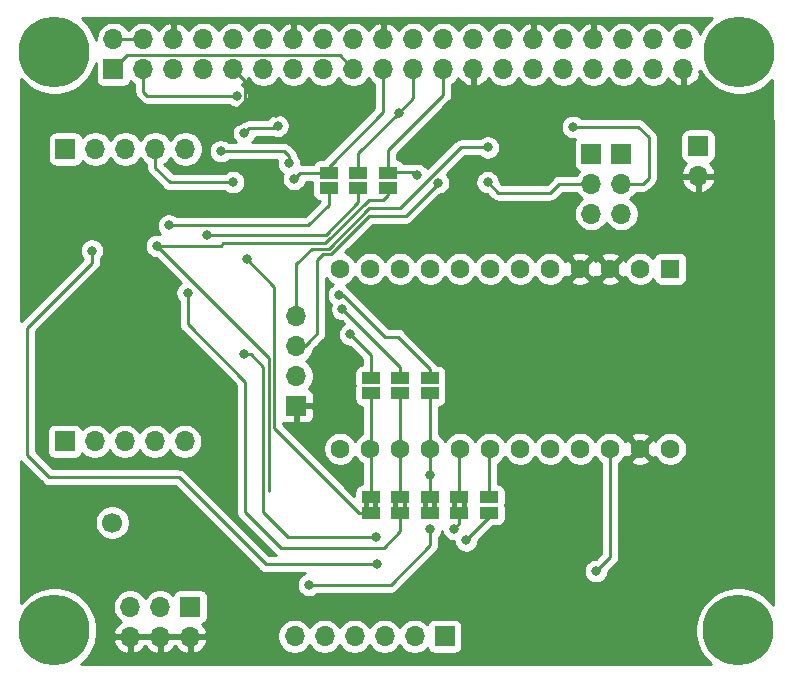
<source format=gbr>
%TF.GenerationSoftware,KiCad,Pcbnew,(5.1.10)-1*%
%TF.CreationDate,2021-12-09T17:34:34+08:00*%
%TF.ProjectId,hat,6861742e-6b69-4636-9164-5f7063625858,rev?*%
%TF.SameCoordinates,Original*%
%TF.FileFunction,Copper,L2,Bot*%
%TF.FilePolarity,Positive*%
%FSLAX46Y46*%
G04 Gerber Fmt 4.6, Leading zero omitted, Abs format (unit mm)*
G04 Created by KiCad (PCBNEW (5.1.10)-1) date 2021-12-09 17:34:34*
%MOMM*%
%LPD*%
G01*
G04 APERTURE LIST*
%TA.AperFunction,EtchedComponent*%
%ADD10C,0.100000*%
%TD*%
%TA.AperFunction,ComponentPad*%
%ADD11O,1.700000X1.700000*%
%TD*%
%TA.AperFunction,ComponentPad*%
%ADD12R,1.700000X1.700000*%
%TD*%
%TA.AperFunction,SMDPad,CuDef*%
%ADD13R,1.500000X1.000000*%
%TD*%
%TA.AperFunction,ComponentPad*%
%ADD14C,1.700000*%
%TD*%
%TA.AperFunction,ComponentPad*%
%ADD15C,6.000000*%
%TD*%
%TA.AperFunction,ComponentPad*%
%ADD16R,1.600000X1.600000*%
%TD*%
%TA.AperFunction,ComponentPad*%
%ADD17C,1.600000*%
%TD*%
%TA.AperFunction,ViaPad*%
%ADD18C,0.800000*%
%TD*%
%TA.AperFunction,Conductor*%
%ADD19C,0.250000*%
%TD*%
%TA.AperFunction,Conductor*%
%ADD20C,0.254000*%
%TD*%
%TA.AperFunction,Conductor*%
%ADD21C,0.100000*%
%TD*%
G04 APERTURE END LIST*
D10*
%TO.C,JP12*%
G36*
X116700000Y-97150000D02*
G01*
X116700000Y-97650000D01*
X117100000Y-97650000D01*
X117100000Y-97150000D01*
X116700000Y-97150000D01*
G37*
G36*
X117500000Y-97150000D02*
G01*
X117500000Y-97650000D01*
X117900000Y-97650000D01*
X117900000Y-97150000D01*
X117500000Y-97150000D01*
G37*
%TO.C,JP11*%
G36*
X119200000Y-97150000D02*
G01*
X119200000Y-97650000D01*
X119600000Y-97650000D01*
X119600000Y-97150000D01*
X119200000Y-97150000D01*
G37*
G36*
X120000000Y-97150000D02*
G01*
X120000000Y-97650000D01*
X120400000Y-97650000D01*
X120400000Y-97150000D01*
X120000000Y-97150000D01*
G37*
%TO.C,JP10*%
G36*
X121700000Y-97150000D02*
G01*
X121700000Y-97650000D01*
X122100000Y-97650000D01*
X122100000Y-97150000D01*
X121700000Y-97150000D01*
G37*
G36*
X122500000Y-97150000D02*
G01*
X122500000Y-97650000D01*
X122900000Y-97650000D01*
X122900000Y-97150000D01*
X122500000Y-97150000D01*
G37*
%TO.C,JP9*%
G36*
X124200000Y-97140000D02*
G01*
X124200000Y-97640000D01*
X124600000Y-97640000D01*
X124600000Y-97140000D01*
X124200000Y-97140000D01*
G37*
G36*
X125000000Y-97140000D02*
G01*
X125000000Y-97640000D01*
X125400000Y-97640000D01*
X125400000Y-97140000D01*
X125000000Y-97140000D01*
G37*
%TD*%
D11*
%TO.P,J2,6*%
%TO.N,GND*%
X96920000Y-108540000D03*
%TO.P,J2,5*%
%TO.N,3.3V*%
X96920000Y-106000000D03*
%TO.P,J2,4*%
%TO.N,GND*%
X99460000Y-108540000D03*
%TO.P,J2,3*%
%TO.N,3.3V*%
X99460000Y-106000000D03*
%TO.P,J2,2*%
%TO.N,GND*%
X102000000Y-108540000D03*
D12*
%TO.P,J2,1*%
%TO.N,3.3V*%
X102000000Y-106000000D03*
%TD*%
D11*
%TO.P,SPI_PORT1,6*%
%TO.N,/MCU_SCK*%
X110840000Y-108500000D03*
%TO.P,SPI_PORT1,5*%
%TO.N,/MCU_MOSI*%
X113380000Y-108500000D03*
%TO.P,SPI_PORT1,4*%
%TO.N,/MCU_MISO*%
X115920000Y-108500000D03*
%TO.P,SPI_PORT1,3*%
%TO.N,/OPT_RST*%
X118460000Y-108500000D03*
%TO.P,SPI_PORT1,2*%
%TO.N,/SPI_PORT_RST*%
X121000000Y-108500000D03*
D12*
%TO.P,SPI_PORT1,1*%
%TO.N,5V*%
X123540000Y-108500000D03*
%TD*%
D11*
%TO.P,SDA_PU1,3*%
%TO.N,3.3V*%
X138500000Y-72730000D03*
%TO.P,SDA_PU1,2*%
%TO.N,/SDA*%
X138500000Y-70190000D03*
D12*
%TO.P,SDA_PU1,1*%
%TO.N,Net-(R3-Pad2)*%
X138500000Y-67650000D03*
%TD*%
D11*
%TO.P,SCL_PU1,3*%
%TO.N,3.3V*%
X135960000Y-72730000D03*
%TO.P,SCL_PU1,2*%
%TO.N,/SCL*%
X135960000Y-70190000D03*
D12*
%TO.P,SCL_PU1,1*%
%TO.N,Net-(R4-Pad2)*%
X135960000Y-67650000D03*
%TD*%
D13*
%TO.P,JP13,1*%
%TO.N,/OPT_RST*%
X127320000Y-96740000D03*
%TO.P,JP13,2*%
%TO.N,/RFM_RST*%
X127320000Y-98040000D03*
%TD*%
%TO.P,JP12,1*%
%TO.N,/MCU_MOSI*%
X117300000Y-96750000D03*
%TO.P,JP12,2*%
%TO.N,/RFM_MOSI*%
X117300000Y-98050000D03*
%TD*%
%TO.P,JP11,1*%
%TO.N,/MCU_MISO*%
X119800000Y-96750000D03*
%TO.P,JP11,2*%
%TO.N,/RFM_MISO*%
X119800000Y-98050000D03*
%TD*%
%TO.P,JP10,1*%
%TO.N,/MCU_SCK*%
X122300000Y-96750000D03*
%TO.P,JP10,2*%
%TO.N,Net-(JP10-Pad2)*%
X122300000Y-98050000D03*
%TD*%
%TO.P,JP9,1*%
%TO.N,/MCU_CS*%
X124800000Y-96740000D03*
%TO.P,JP9,2*%
%TO.N,/RFM_CS*%
X124800000Y-98040000D03*
%TD*%
%TO.P,JP8,1*%
%TO.N,/PI_SCK*%
X118740000Y-69250000D03*
%TO.P,JP8,2*%
%TO.N,/RFM_SCK*%
X118740000Y-70550000D03*
%TD*%
%TO.P,JP7,1*%
%TO.N,/PI_MISO*%
X116240000Y-69250000D03*
%TO.P,JP7,2*%
%TO.N,/RFM_MISO*%
X116240000Y-70550000D03*
%TD*%
%TO.P,JP6,1*%
%TO.N,/PI_MOSI*%
X113730000Y-69250000D03*
%TO.P,JP6,2*%
%TO.N,/RFM_MOSI*%
X113730000Y-70550000D03*
%TD*%
%TO.P,JP5,1*%
%TO.N,/PI_SCK*%
X122300000Y-86640000D03*
%TO.P,JP5,2*%
%TO.N,/MCU_SCK*%
X122300000Y-87940000D03*
%TD*%
%TO.P,JP4,1*%
%TO.N,/PI_MISO*%
X119790000Y-86640000D03*
%TO.P,JP4,2*%
%TO.N,/MCU_MISO*%
X119790000Y-87940000D03*
%TD*%
%TO.P,JP3,1*%
%TO.N,/PI_MOSI*%
X117290000Y-86640000D03*
%TO.P,JP3,2*%
%TO.N,/MCU_MOSI*%
X117290000Y-87940000D03*
%TD*%
D11*
%TO.P,J5,5*%
%TO.N,/RFM_MISO*%
X101590000Y-67250000D03*
%TO.P,J5,4*%
%TO.N,/RFM_MOSI*%
X99050000Y-67250000D03*
%TO.P,J5,3*%
%TO.N,/RFM_SCK*%
X96510000Y-67250000D03*
%TO.P,J5,2*%
%TO.N,/RFM_CS*%
X93970000Y-67250000D03*
D12*
%TO.P,J5,1*%
%TO.N,/RFM_RST*%
X91430000Y-67250000D03*
%TD*%
D11*
%TO.P,J4,5*%
%TO.N,/DIO3*%
X101535000Y-92000000D03*
%TO.P,J4,4*%
%TO.N,/DIO4*%
X98995000Y-92000000D03*
%TO.P,J4,3*%
%TO.N,/DIO0*%
X96455000Y-92000000D03*
%TO.P,J4,2*%
%TO.N,/DIO1*%
X93915000Y-92000000D03*
D12*
%TO.P,J4,1*%
%TO.N,/DIO2*%
X91375000Y-92000000D03*
%TD*%
D14*
%TO.P,J1,1*%
%TO.N,Net-(J1-Pad1)*%
X95400000Y-98875000D03*
%TD*%
D11*
%TO.P,I2C_PORT1,4*%
%TO.N,/SDA*%
X111000000Y-81380000D03*
%TO.P,I2C_PORT1,3*%
%TO.N,/SCL*%
X111000000Y-83920000D03*
%TO.P,I2C_PORT1,2*%
%TO.N,3.3V*%
X111000000Y-86460000D03*
D12*
%TO.P,I2C_PORT1,1*%
%TO.N,GND*%
X111000000Y-89000000D03*
%TD*%
D11*
%TO.P,FAN1,2*%
%TO.N,GND*%
X145000000Y-69540000D03*
D12*
%TO.P,FAN1,1*%
%TO.N,5V*%
X145000000Y-67000000D03*
%TD*%
D11*
%TO.P,J3,40*%
%TO.N,/GPIO21*%
X143760000Y-57960000D03*
%TO.P,J3,39*%
%TO.N,GND*%
X143760000Y-60500000D03*
%TO.P,J3,38*%
%TO.N,/GPIO20*%
X141220000Y-57960000D03*
%TO.P,J3,37*%
%TO.N,/GPIO26*%
X141220000Y-60500000D03*
%TO.P,J3,36*%
%TO.N,/GPIO16*%
X138680000Y-57960000D03*
%TO.P,J3,35*%
%TO.N,/GPIO19*%
X138680000Y-60500000D03*
%TO.P,J3,34*%
%TO.N,GND*%
X136140000Y-57960000D03*
%TO.P,J3,33*%
%TO.N,/GPIO13*%
X136140000Y-60500000D03*
%TO.P,J3,32*%
%TO.N,/GPIO12*%
X133600000Y-57960000D03*
%TO.P,J3,31*%
%TO.N,/GPIO6*%
X133600000Y-60500000D03*
%TO.P,J3,30*%
%TO.N,GND*%
X131060000Y-57960000D03*
%TO.P,J3,29*%
%TO.N,/GPIO5*%
X131060000Y-60500000D03*
%TO.P,J3,28*%
%TO.N,/GPIO1*%
X128520000Y-57960000D03*
%TO.P,J3,27*%
%TO.N,/GPIO0*%
X128520000Y-60500000D03*
%TO.P,J3,26*%
%TO.N,/GPIO7*%
X125980000Y-57960000D03*
%TO.P,J3,25*%
%TO.N,GND*%
X125980000Y-60500000D03*
%TO.P,J3,24*%
%TO.N,/GPIO8*%
X123440000Y-57960000D03*
%TO.P,J3,23*%
%TO.N,/PI_SCK*%
X123440000Y-60500000D03*
%TO.P,J3,22*%
%TO.N,/GPIO25*%
X120900000Y-57960000D03*
%TO.P,J3,21*%
%TO.N,/PI_MISO*%
X120900000Y-60500000D03*
%TO.P,J3,20*%
%TO.N,GND*%
X118360000Y-57960000D03*
%TO.P,J3,19*%
%TO.N,/PI_MOSI*%
X118360000Y-60500000D03*
%TO.P,J3,18*%
%TO.N,/GPIO24*%
X115820000Y-57960000D03*
%TO.P,J3,17*%
%TO.N,/PI_3.3V*%
X115820000Y-60500000D03*
%TO.P,J3,16*%
%TO.N,/GPIO23*%
X113280000Y-57960000D03*
%TO.P,J3,15*%
%TO.N,/GPIO22*%
X113280000Y-60500000D03*
%TO.P,J3,14*%
%TO.N,GND*%
X110740000Y-57960000D03*
%TO.P,J3,13*%
%TO.N,/GPIO27*%
X110740000Y-60500000D03*
%TO.P,J3,12*%
%TO.N,/GPIO18*%
X108200000Y-57960000D03*
%TO.P,J3,11*%
%TO.N,/GPIO17*%
X108200000Y-60500000D03*
%TO.P,J3,10*%
%TO.N,/GPIO15*%
X105660000Y-57960000D03*
%TO.P,J3,9*%
%TO.N,GND*%
X105660000Y-60500000D03*
%TO.P,J3,8*%
%TO.N,/GPIO14*%
X103120000Y-57960000D03*
%TO.P,J3,7*%
%TO.N,/GPIO4*%
X103120000Y-60500000D03*
%TO.P,J3,6*%
%TO.N,GND*%
X100580000Y-57960000D03*
%TO.P,J3,5*%
%TO.N,/PI_SCL*%
X100580000Y-60500000D03*
%TO.P,J3,4*%
%TO.N,5V*%
X98040000Y-57960000D03*
%TO.P,J3,3*%
%TO.N,/PI_SDA*%
X98040000Y-60500000D03*
%TO.P,J3,2*%
%TO.N,5V*%
X95500000Y-57960000D03*
D12*
%TO.P,J3,1*%
%TO.N,/PI_3.3V*%
X95500000Y-60500000D03*
%TD*%
D15*
%TO.P,H1,*%
%TO.N,*%
X90500000Y-108000000D03*
%TD*%
%TO.P,H2,*%
%TO.N,*%
X148400000Y-108000000D03*
%TD*%
%TO.P,H3,*%
%TO.N,*%
X90500000Y-59000000D03*
%TD*%
%TO.P,H4,*%
%TO.N,*%
X148500000Y-59000000D03*
%TD*%
D16*
%TO.P,U1,1*%
%TO.N,Net-(U1-Pad1)*%
X142645000Y-77380000D03*
D17*
%TO.P,U1,2*%
%TO.N,Net-(U1-Pad2)*%
X140105000Y-77380000D03*
%TO.P,U1,3*%
%TO.N,GND*%
X137565000Y-77380000D03*
%TO.P,U1,4*%
X135025000Y-77380000D03*
%TO.P,U1,5*%
%TO.N,/MCU_SDA*%
X132485000Y-77380000D03*
%TO.P,U1,6*%
%TO.N,/MCU_SCL*%
X129945000Y-77380000D03*
%TO.P,U1,7*%
%TO.N,Net-(U1-Pad7)*%
X127405000Y-77380000D03*
%TO.P,U1,8*%
%TO.N,Net-(U1-Pad8)*%
X124865000Y-77380000D03*
%TO.P,U1,9*%
%TO.N,Net-(U1-Pad9)*%
X122325000Y-77380000D03*
%TO.P,U1,10*%
%TO.N,Net-(U1-Pad10)*%
X119785000Y-77380000D03*
%TO.P,U1,11*%
%TO.N,Net-(U1-Pad11)*%
X117245000Y-77380000D03*
%TO.P,U1,12*%
%TO.N,Net-(U1-Pad12)*%
X114705000Y-77380000D03*
%TO.P,U1,13*%
%TO.N,Net-(U1-Pad13)*%
X114705000Y-92620000D03*
%TO.P,U1,14*%
%TO.N,/MCU_MOSI*%
X117245000Y-92620000D03*
%TO.P,U1,15*%
%TO.N,/MCU_MISO*%
X119785000Y-92620000D03*
%TO.P,U1,16*%
%TO.N,/MCU_SCK*%
X122325000Y-92620000D03*
%TO.P,U1,17*%
%TO.N,/MCU_CS*%
X124865000Y-92620000D03*
%TO.P,U1,18*%
%TO.N,/OPT_RST*%
X127405000Y-92620000D03*
%TO.P,U1,19*%
%TO.N,Net-(U1-Pad19)*%
X129945000Y-92620000D03*
%TO.P,U1,20*%
%TO.N,Net-(U1-Pad20)*%
X132485000Y-92620000D03*
%TO.P,U1,21*%
%TO.N,3.3V*%
X135025000Y-92620000D03*
%TO.P,U1,22*%
%TO.N,Net-(SW1-Pad1)*%
X137565000Y-92620000D03*
%TO.P,U1,23*%
%TO.N,GND*%
X140105000Y-92620000D03*
%TO.P,U1,24*%
%TO.N,Net-(U1-Pad24)*%
X142645000Y-92620000D03*
%TD*%
D18*
%TO.N,3.3V*%
X104590000Y-67440000D03*
X110350000Y-68470000D03*
%TO.N,5V*%
X106574998Y-65910000D03*
X109400000Y-65290000D03*
%TO.N,/SDA*%
X134410000Y-65380000D03*
X127200000Y-67110000D03*
%TO.N,GND*%
X90740000Y-75790000D03*
X93180000Y-81500000D03*
X106100000Y-64870000D03*
X103450000Y-68440000D03*
X102270000Y-89810000D03*
X109271160Y-64185000D03*
%TO.N,Net-(SW1-Pad1)*%
X136360000Y-102990000D03*
%TO.N,/SCL*%
X127180000Y-70050000D03*
X122962653Y-70102653D03*
%TO.N,/PI_SCK*%
X114580000Y-79610000D03*
X121230000Y-69450000D03*
%TO.N,/PI_MISO*%
X114880000Y-80800000D03*
X119645000Y-64205000D03*
%TO.N,/PI_MOSI*%
X115550000Y-82950000D03*
X110800000Y-69780000D03*
%TO.N,/PI_SDA*%
X105930000Y-62735000D03*
%TO.N,/RFM_MISO*%
X103430000Y-74510000D03*
X101790000Y-79420000D03*
%TO.N,/RFM_MOSI*%
X100200000Y-73720000D03*
X106800000Y-76600000D03*
X105640000Y-70060000D03*
%TO.N,/RFM_SCK*%
X99170000Y-75460000D03*
%TO.N,/RFM_CS*%
X106530000Y-84640000D03*
X117700000Y-100130000D03*
X124345000Y-99405000D03*
%TO.N,/RFM_RST*%
X93675000Y-75855000D03*
X117860000Y-102420000D03*
X125370000Y-100390000D03*
%TO.N,/MCU_SCK*%
X112060000Y-104150000D03*
X122300000Y-94850000D03*
X122310000Y-99405000D03*
%TD*%
D19*
%TO.N,3.3V*%
X104590000Y-67440000D02*
X109960000Y-67440000D01*
X110350000Y-67830000D02*
X110350000Y-68470000D01*
X109960000Y-67440000D02*
X110350000Y-67830000D01*
%TO.N,5V*%
X98040000Y-57960000D02*
X95500000Y-57960000D01*
X95500000Y-57960000D02*
X94830000Y-57960000D01*
X106574998Y-65910000D02*
X106994998Y-65490000D01*
X109200000Y-65490000D02*
X109400000Y-65290000D01*
X106994998Y-65490000D02*
X109200000Y-65490000D01*
%TO.N,/SDA*%
X134410000Y-65380000D02*
X139940000Y-65380000D01*
X139940000Y-65380000D02*
X140820000Y-66260000D01*
X140820000Y-66260000D02*
X140820000Y-69700000D01*
X140330000Y-70190000D02*
X138500000Y-70190000D01*
X140820000Y-69700000D02*
X140330000Y-70190000D01*
X111000000Y-76916998D02*
X111000000Y-81380000D01*
X119780000Y-72260000D02*
X117770000Y-72260000D01*
X124930000Y-67110000D02*
X119780000Y-72260000D01*
X127200000Y-67110000D02*
X124930000Y-67110000D01*
X111000000Y-76916998D02*
X111083002Y-76916998D01*
X111083002Y-76916998D02*
X112300000Y-75700000D01*
X113194989Y-75685011D02*
X113744989Y-75685011D01*
X113180000Y-75700000D02*
X113194989Y-75685011D01*
X112300000Y-75700000D02*
X113180000Y-75700000D01*
X113744989Y-75685011D02*
X117180000Y-72250000D01*
X117760000Y-72250000D02*
X117770000Y-72260000D01*
X117180000Y-72250000D02*
X117760000Y-72250000D01*
%TO.N,GND*%
X91400001Y-75129999D02*
X91400001Y-75119999D01*
X90740000Y-75790000D02*
X91400001Y-75129999D01*
X91400001Y-75119999D02*
X92350000Y-74170000D01*
X92350000Y-74170000D02*
X93063002Y-74170000D01*
X93063002Y-74170000D02*
X94940000Y-74170000D01*
X94940000Y-74170000D02*
X98630000Y-77860000D01*
X98630000Y-77860000D02*
X98630000Y-79620000D01*
X98630000Y-79620000D02*
X97390000Y-80860000D01*
X93820000Y-80860000D02*
X93180000Y-81500000D01*
X97390000Y-80860000D02*
X93820000Y-80860000D01*
X106100000Y-64870000D02*
X105710000Y-64480000D01*
X105710000Y-64480000D02*
X105710000Y-64110000D01*
X106655001Y-61495001D02*
X105660000Y-60500000D01*
X106655001Y-63164999D02*
X106655001Y-61495001D01*
X105710000Y-64110000D02*
X106655001Y-63164999D01*
X106100000Y-64870000D02*
X104240000Y-64870000D01*
X103450000Y-65660000D02*
X103450000Y-68440000D01*
X104240000Y-64870000D02*
X103450000Y-65660000D01*
X102270000Y-89810000D02*
X103020000Y-90560000D01*
%TO.N,Net-(SW1-Pad1)*%
X137565000Y-101785000D02*
X136360000Y-102990000D01*
X137565000Y-92620000D02*
X137565000Y-101785000D01*
%TO.N,/SCL*%
X135960000Y-70190000D02*
X133250000Y-70190000D01*
X133250000Y-70190000D02*
X132500000Y-70940000D01*
X128070000Y-70940000D02*
X127180000Y-70050000D01*
X132500000Y-70940000D02*
X128070000Y-70940000D01*
X111000000Y-83920000D02*
X111740000Y-83920000D01*
X112175001Y-83484999D02*
X112175001Y-83454999D01*
X111740000Y-83920000D02*
X112175001Y-83484999D01*
X112175001Y-83454999D02*
X112740000Y-82890000D01*
X112740000Y-82890000D02*
X112740000Y-77300000D01*
X112740000Y-77300000D02*
X112740000Y-76620000D01*
X112740000Y-76620000D02*
X113209990Y-76150010D01*
X113381389Y-76135021D02*
X113931390Y-76135020D01*
X113366400Y-76150010D02*
X113381389Y-76135021D01*
X113209990Y-76150010D02*
X113366400Y-76150010D01*
X113931390Y-76135020D02*
X117156410Y-72910000D01*
X117156410Y-72910000D02*
X120250000Y-72910000D01*
X122962653Y-70197347D02*
X122962653Y-70102653D01*
X120250000Y-72910000D02*
X122962653Y-70197347D01*
%TO.N,/PI_SCK*%
X118740000Y-69250000D02*
X118740000Y-67360000D01*
X123440000Y-62660000D02*
X123440000Y-60500000D01*
X118740000Y-67360000D02*
X123440000Y-62660000D01*
X122300000Y-85890000D02*
X119560000Y-83150000D01*
X122300000Y-86640000D02*
X122300000Y-85890000D01*
X119560000Y-83150000D02*
X118480000Y-83150000D01*
X121230000Y-69450000D02*
X120950000Y-69170000D01*
X118820000Y-69170000D02*
X118740000Y-69250000D01*
X120950000Y-69170000D02*
X118820000Y-69170000D01*
X114940000Y-79610000D02*
X114580000Y-79610000D01*
X118480000Y-83150000D02*
X114940000Y-79610000D01*
%TO.N,/PI_MISO*%
X116240000Y-69250000D02*
X116240000Y-67610000D01*
X120900000Y-62950000D02*
X120900000Y-60500000D01*
X119790000Y-86640000D02*
X119790000Y-85710000D01*
X119790000Y-85710000D02*
X114880000Y-80800000D01*
X119645000Y-64205000D02*
X120900000Y-62950000D01*
X116240000Y-67610000D02*
X119645000Y-64205000D01*
%TO.N,/PI_MOSI*%
X113730000Y-69250000D02*
X113730000Y-68740000D01*
X118360000Y-64110000D02*
X118360000Y-60500000D01*
X113730000Y-68740000D02*
X118360000Y-64110000D01*
X117290000Y-86640000D02*
X117290000Y-85520000D01*
X117290000Y-84690000D02*
X115550000Y-82950000D01*
X117290000Y-85520000D02*
X117290000Y-84690000D01*
X111330000Y-69250000D02*
X113730000Y-69250000D01*
X110800000Y-69780000D02*
X111330000Y-69250000D01*
%TO.N,/PI_3.3V*%
X95500000Y-60500000D02*
X96120000Y-59880000D01*
X96120000Y-59880000D02*
X96180000Y-59880000D01*
X114644999Y-59324999D02*
X115820000Y-60500000D01*
X96675001Y-59324999D02*
X114644999Y-59324999D01*
X95500000Y-60500000D02*
X96675001Y-59324999D01*
%TO.N,/PI_SDA*%
X98040000Y-62400000D02*
X98040000Y-60500000D01*
X98375000Y-62735000D02*
X98040000Y-62400000D01*
X105930000Y-62735000D02*
X98375000Y-62735000D01*
%TO.N,/RFM_MISO*%
X116240000Y-70550000D02*
X116240000Y-71740000D01*
X113470000Y-74510000D02*
X103430000Y-74510000D01*
X116240000Y-71740000D02*
X113470000Y-74510000D01*
X119800000Y-98050000D02*
X119800000Y-99630000D01*
X119800000Y-99630000D02*
X118420000Y-101010000D01*
X118420000Y-101010000D02*
X109660000Y-101010000D01*
X109660000Y-101010000D02*
X106660000Y-98010000D01*
X106660000Y-98010000D02*
X106660000Y-86950000D01*
X101790000Y-82080000D02*
X101790000Y-79420000D01*
X106660000Y-86950000D02*
X101790000Y-82080000D01*
%TO.N,/RFM_MOSI*%
X113730000Y-70550000D02*
X113730000Y-72000000D01*
X113730000Y-72000000D02*
X112010000Y-73720000D01*
X112010000Y-73720000D02*
X100200000Y-73720000D01*
X116300000Y-98050000D02*
X109100020Y-90850020D01*
X117300000Y-98050000D02*
X116300000Y-98050000D01*
X109100020Y-78900020D02*
X106800000Y-76600000D01*
X109100020Y-82299980D02*
X109100020Y-78900020D01*
X109100020Y-90850020D02*
X109100020Y-82299980D01*
X109100020Y-82299980D02*
X109100020Y-82120020D01*
X105640000Y-70060000D02*
X100280000Y-70060000D01*
X99050000Y-68830000D02*
X99050000Y-67250000D01*
X100280000Y-70060000D02*
X99050000Y-68830000D01*
%TO.N,/RFM_SCK*%
X99390000Y-75680000D02*
X99170000Y-75460000D01*
X113444999Y-75235001D02*
X104814999Y-75235001D01*
X118310000Y-71540000D02*
X117140000Y-71540000D01*
X118740000Y-71110000D02*
X118310000Y-71540000D01*
X117140000Y-71540000D02*
X113444999Y-75235001D01*
X118740000Y-70550000D02*
X118740000Y-71110000D01*
X104590000Y-75460000D02*
X104814999Y-75235001D01*
X99170000Y-75460000D02*
X104590000Y-75460000D01*
X99170000Y-75460000D02*
X108610000Y-84900000D01*
X108650010Y-84940010D02*
X108650010Y-96190010D01*
X108610000Y-84900000D02*
X108650010Y-84940010D01*
%TO.N,/RFM_CS*%
X106530000Y-84640000D02*
X107150000Y-84640000D01*
X107150000Y-84640000D02*
X108200000Y-85690000D01*
X108200000Y-85690000D02*
X108200000Y-96770000D01*
X108200000Y-96770000D02*
X108200000Y-98000000D01*
X108200000Y-98000000D02*
X110300000Y-100100000D01*
X117670000Y-100100000D02*
X117700000Y-100130000D01*
X110300000Y-100100000D02*
X117670000Y-100100000D01*
X124800000Y-98950000D02*
X124345000Y-99405000D01*
X124800000Y-98040000D02*
X124800000Y-98950000D01*
%TO.N,/RFM_RST*%
X93675000Y-75855000D02*
X93675000Y-76885000D01*
X93675000Y-76885000D02*
X88180000Y-82380000D01*
X88180000Y-82380000D02*
X88180000Y-93150000D01*
X88180000Y-93150000D02*
X90080000Y-95050000D01*
X90080000Y-95050000D02*
X101030000Y-95050000D01*
X101030000Y-95050000D02*
X108400000Y-102420000D01*
X108400000Y-102420000D02*
X117860000Y-102420000D01*
X127320000Y-98440000D02*
X127320000Y-98040000D01*
X125370000Y-100390000D02*
X127320000Y-98440000D01*
%TO.N,/MCU_MOSI*%
X117300000Y-92675000D02*
X117245000Y-92620000D01*
X117300000Y-96750000D02*
X117300000Y-92675000D01*
X117290000Y-92575000D02*
X117245000Y-92620000D01*
X117290000Y-87940000D02*
X117290000Y-92575000D01*
%TO.N,/MCU_MISO*%
X119800000Y-92635000D02*
X119785000Y-92620000D01*
X119800000Y-96750000D02*
X119800000Y-92635000D01*
X119790000Y-92615000D02*
X119785000Y-92620000D01*
X119790000Y-87940000D02*
X119790000Y-92615000D01*
%TO.N,/MCU_SCK*%
X122300000Y-92645000D02*
X122325000Y-92620000D01*
X118970000Y-104150000D02*
X122310000Y-100810000D01*
X112060000Y-104150000D02*
X118970000Y-104150000D01*
X122300000Y-92595000D02*
X122325000Y-92620000D01*
X122300000Y-87940000D02*
X122300000Y-92595000D01*
X122300000Y-94850000D02*
X122300000Y-92645000D01*
X122300000Y-96750000D02*
X122300000Y-94850000D01*
X122310000Y-99405000D02*
X122310000Y-100810000D01*
%TO.N,/MCU_CS*%
X124800000Y-92685000D02*
X124865000Y-92620000D01*
X124800000Y-96740000D02*
X124800000Y-92685000D01*
%TO.N,/OPT_RST*%
X127320000Y-92705000D02*
X127405000Y-92620000D01*
X127320000Y-96740000D02*
X127320000Y-92705000D01*
%TD*%
D20*
%TO.N,GND*%
X126107000Y-60373000D02*
X126127000Y-60373000D01*
X126127000Y-60627000D01*
X126107000Y-60627000D01*
X126107000Y-61820155D01*
X126336890Y-61941476D01*
X126484099Y-61896825D01*
X126746920Y-61771641D01*
X126980269Y-61597588D01*
X127175178Y-61381355D01*
X127244805Y-61264466D01*
X127366525Y-61446632D01*
X127573368Y-61653475D01*
X127816589Y-61815990D01*
X128086842Y-61927932D01*
X128373740Y-61985000D01*
X128666260Y-61985000D01*
X128953158Y-61927932D01*
X129223411Y-61815990D01*
X129466632Y-61653475D01*
X129673475Y-61446632D01*
X129790000Y-61272240D01*
X129906525Y-61446632D01*
X130113368Y-61653475D01*
X130356589Y-61815990D01*
X130626842Y-61927932D01*
X130913740Y-61985000D01*
X131206260Y-61985000D01*
X131493158Y-61927932D01*
X131763411Y-61815990D01*
X132006632Y-61653475D01*
X132213475Y-61446632D01*
X132330000Y-61272240D01*
X132446525Y-61446632D01*
X132653368Y-61653475D01*
X132896589Y-61815990D01*
X133166842Y-61927932D01*
X133453740Y-61985000D01*
X133746260Y-61985000D01*
X134033158Y-61927932D01*
X134303411Y-61815990D01*
X134546632Y-61653475D01*
X134753475Y-61446632D01*
X134870000Y-61272240D01*
X134986525Y-61446632D01*
X135193368Y-61653475D01*
X135436589Y-61815990D01*
X135706842Y-61927932D01*
X135993740Y-61985000D01*
X136286260Y-61985000D01*
X136573158Y-61927932D01*
X136843411Y-61815990D01*
X137086632Y-61653475D01*
X137293475Y-61446632D01*
X137410000Y-61272240D01*
X137526525Y-61446632D01*
X137733368Y-61653475D01*
X137976589Y-61815990D01*
X138246842Y-61927932D01*
X138533740Y-61985000D01*
X138826260Y-61985000D01*
X139113158Y-61927932D01*
X139383411Y-61815990D01*
X139626632Y-61653475D01*
X139833475Y-61446632D01*
X139950000Y-61272240D01*
X140066525Y-61446632D01*
X140273368Y-61653475D01*
X140516589Y-61815990D01*
X140786842Y-61927932D01*
X141073740Y-61985000D01*
X141366260Y-61985000D01*
X141653158Y-61927932D01*
X141923411Y-61815990D01*
X142166632Y-61653475D01*
X142373475Y-61446632D01*
X142495195Y-61264466D01*
X142564822Y-61381355D01*
X142759731Y-61597588D01*
X142993080Y-61771641D01*
X143255901Y-61896825D01*
X143403110Y-61941476D01*
X143633000Y-61820155D01*
X143633000Y-60627000D01*
X143613000Y-60627000D01*
X143613000Y-60373000D01*
X143633000Y-60373000D01*
X143633000Y-60353000D01*
X143887000Y-60353000D01*
X143887000Y-60373000D01*
X143907000Y-60373000D01*
X143907000Y-60627000D01*
X143887000Y-60627000D01*
X143887000Y-61820155D01*
X144116890Y-61941476D01*
X144264099Y-61896825D01*
X144526920Y-61771641D01*
X144760269Y-61597588D01*
X144955178Y-61381355D01*
X145104157Y-61131252D01*
X145201481Y-60856891D01*
X145080815Y-60627002D01*
X145239431Y-60627002D01*
X145278705Y-60721818D01*
X145676511Y-61317177D01*
X146182823Y-61823489D01*
X146778182Y-62221295D01*
X147439710Y-62495309D01*
X148141984Y-62635000D01*
X148858016Y-62635000D01*
X149560290Y-62495309D01*
X150221818Y-62221295D01*
X150817177Y-61823489D01*
X151255168Y-61385498D01*
X151340001Y-68033807D01*
X151340000Y-105857194D01*
X151223489Y-105682823D01*
X150717177Y-105176511D01*
X150121818Y-104778705D01*
X149460290Y-104504691D01*
X148758016Y-104365000D01*
X148041984Y-104365000D01*
X147339710Y-104504691D01*
X146678182Y-104778705D01*
X146082823Y-105176511D01*
X145576511Y-105682823D01*
X145178705Y-106278182D01*
X144904691Y-106939710D01*
X144765000Y-107641984D01*
X144765000Y-108358016D01*
X144904691Y-109060290D01*
X145178705Y-109721818D01*
X145576511Y-110317177D01*
X146082823Y-110823489D01*
X146107533Y-110840000D01*
X92792467Y-110840000D01*
X92817177Y-110823489D01*
X93323489Y-110317177D01*
X93721295Y-109721818D01*
X93995309Y-109060290D01*
X94027811Y-108896891D01*
X95478519Y-108896891D01*
X95575843Y-109171252D01*
X95724822Y-109421355D01*
X95919731Y-109637588D01*
X96153080Y-109811641D01*
X96415901Y-109936825D01*
X96563110Y-109981476D01*
X96793000Y-109860155D01*
X96793000Y-108667000D01*
X97047000Y-108667000D01*
X97047000Y-109860155D01*
X97276890Y-109981476D01*
X97424099Y-109936825D01*
X97686920Y-109811641D01*
X97920269Y-109637588D01*
X98115178Y-109421355D01*
X98190000Y-109295745D01*
X98264822Y-109421355D01*
X98459731Y-109637588D01*
X98693080Y-109811641D01*
X98955901Y-109936825D01*
X99103110Y-109981476D01*
X99333000Y-109860155D01*
X99333000Y-108667000D01*
X99587000Y-108667000D01*
X99587000Y-109860155D01*
X99816890Y-109981476D01*
X99964099Y-109936825D01*
X100226920Y-109811641D01*
X100460269Y-109637588D01*
X100655178Y-109421355D01*
X100730000Y-109295745D01*
X100804822Y-109421355D01*
X100999731Y-109637588D01*
X101233080Y-109811641D01*
X101495901Y-109936825D01*
X101643110Y-109981476D01*
X101873000Y-109860155D01*
X101873000Y-108667000D01*
X102127000Y-108667000D01*
X102127000Y-109860155D01*
X102356890Y-109981476D01*
X102504099Y-109936825D01*
X102766920Y-109811641D01*
X103000269Y-109637588D01*
X103195178Y-109421355D01*
X103344157Y-109171252D01*
X103441481Y-108896891D01*
X103320814Y-108667000D01*
X102127000Y-108667000D01*
X101873000Y-108667000D01*
X99587000Y-108667000D01*
X99333000Y-108667000D01*
X97047000Y-108667000D01*
X96793000Y-108667000D01*
X95599186Y-108667000D01*
X95478519Y-108896891D01*
X94027811Y-108896891D01*
X94135000Y-108358016D01*
X94135000Y-107641984D01*
X93995309Y-106939710D01*
X93721295Y-106278182D01*
X93437693Y-105853740D01*
X95435000Y-105853740D01*
X95435000Y-106146260D01*
X95492068Y-106433158D01*
X95604010Y-106703411D01*
X95766525Y-106946632D01*
X95973368Y-107153475D01*
X96149406Y-107271100D01*
X95919731Y-107442412D01*
X95724822Y-107658645D01*
X95575843Y-107908748D01*
X95478519Y-108183109D01*
X95599186Y-108413000D01*
X96793000Y-108413000D01*
X96793000Y-108393000D01*
X97047000Y-108393000D01*
X97047000Y-108413000D01*
X99333000Y-108413000D01*
X99333000Y-108393000D01*
X99587000Y-108393000D01*
X99587000Y-108413000D01*
X101873000Y-108413000D01*
X101873000Y-108393000D01*
X102127000Y-108393000D01*
X102127000Y-108413000D01*
X103320814Y-108413000D01*
X103351918Y-108353740D01*
X109355000Y-108353740D01*
X109355000Y-108646260D01*
X109412068Y-108933158D01*
X109524010Y-109203411D01*
X109686525Y-109446632D01*
X109893368Y-109653475D01*
X110136589Y-109815990D01*
X110406842Y-109927932D01*
X110693740Y-109985000D01*
X110986260Y-109985000D01*
X111273158Y-109927932D01*
X111543411Y-109815990D01*
X111786632Y-109653475D01*
X111993475Y-109446632D01*
X112110000Y-109272240D01*
X112226525Y-109446632D01*
X112433368Y-109653475D01*
X112676589Y-109815990D01*
X112946842Y-109927932D01*
X113233740Y-109985000D01*
X113526260Y-109985000D01*
X113813158Y-109927932D01*
X114083411Y-109815990D01*
X114326632Y-109653475D01*
X114533475Y-109446632D01*
X114650000Y-109272240D01*
X114766525Y-109446632D01*
X114973368Y-109653475D01*
X115216589Y-109815990D01*
X115486842Y-109927932D01*
X115773740Y-109985000D01*
X116066260Y-109985000D01*
X116353158Y-109927932D01*
X116623411Y-109815990D01*
X116866632Y-109653475D01*
X117073475Y-109446632D01*
X117190000Y-109272240D01*
X117306525Y-109446632D01*
X117513368Y-109653475D01*
X117756589Y-109815990D01*
X118026842Y-109927932D01*
X118313740Y-109985000D01*
X118606260Y-109985000D01*
X118893158Y-109927932D01*
X119163411Y-109815990D01*
X119406632Y-109653475D01*
X119613475Y-109446632D01*
X119730000Y-109272240D01*
X119846525Y-109446632D01*
X120053368Y-109653475D01*
X120296589Y-109815990D01*
X120566842Y-109927932D01*
X120853740Y-109985000D01*
X121146260Y-109985000D01*
X121433158Y-109927932D01*
X121703411Y-109815990D01*
X121946632Y-109653475D01*
X122078487Y-109521620D01*
X122100498Y-109594180D01*
X122159463Y-109704494D01*
X122238815Y-109801185D01*
X122335506Y-109880537D01*
X122445820Y-109939502D01*
X122565518Y-109975812D01*
X122690000Y-109988072D01*
X124390000Y-109988072D01*
X124514482Y-109975812D01*
X124634180Y-109939502D01*
X124744494Y-109880537D01*
X124841185Y-109801185D01*
X124920537Y-109704494D01*
X124979502Y-109594180D01*
X125015812Y-109474482D01*
X125028072Y-109350000D01*
X125028072Y-107650000D01*
X125015812Y-107525518D01*
X124979502Y-107405820D01*
X124920537Y-107295506D01*
X124841185Y-107198815D01*
X124744494Y-107119463D01*
X124634180Y-107060498D01*
X124514482Y-107024188D01*
X124390000Y-107011928D01*
X122690000Y-107011928D01*
X122565518Y-107024188D01*
X122445820Y-107060498D01*
X122335506Y-107119463D01*
X122238815Y-107198815D01*
X122159463Y-107295506D01*
X122100498Y-107405820D01*
X122078487Y-107478380D01*
X121946632Y-107346525D01*
X121703411Y-107184010D01*
X121433158Y-107072068D01*
X121146260Y-107015000D01*
X120853740Y-107015000D01*
X120566842Y-107072068D01*
X120296589Y-107184010D01*
X120053368Y-107346525D01*
X119846525Y-107553368D01*
X119730000Y-107727760D01*
X119613475Y-107553368D01*
X119406632Y-107346525D01*
X119163411Y-107184010D01*
X118893158Y-107072068D01*
X118606260Y-107015000D01*
X118313740Y-107015000D01*
X118026842Y-107072068D01*
X117756589Y-107184010D01*
X117513368Y-107346525D01*
X117306525Y-107553368D01*
X117190000Y-107727760D01*
X117073475Y-107553368D01*
X116866632Y-107346525D01*
X116623411Y-107184010D01*
X116353158Y-107072068D01*
X116066260Y-107015000D01*
X115773740Y-107015000D01*
X115486842Y-107072068D01*
X115216589Y-107184010D01*
X114973368Y-107346525D01*
X114766525Y-107553368D01*
X114650000Y-107727760D01*
X114533475Y-107553368D01*
X114326632Y-107346525D01*
X114083411Y-107184010D01*
X113813158Y-107072068D01*
X113526260Y-107015000D01*
X113233740Y-107015000D01*
X112946842Y-107072068D01*
X112676589Y-107184010D01*
X112433368Y-107346525D01*
X112226525Y-107553368D01*
X112110000Y-107727760D01*
X111993475Y-107553368D01*
X111786632Y-107346525D01*
X111543411Y-107184010D01*
X111273158Y-107072068D01*
X110986260Y-107015000D01*
X110693740Y-107015000D01*
X110406842Y-107072068D01*
X110136589Y-107184010D01*
X109893368Y-107346525D01*
X109686525Y-107553368D01*
X109524010Y-107796589D01*
X109412068Y-108066842D01*
X109355000Y-108353740D01*
X103351918Y-108353740D01*
X103441481Y-108183109D01*
X103344157Y-107908748D01*
X103195178Y-107658645D01*
X103018374Y-107462498D01*
X103094180Y-107439502D01*
X103204494Y-107380537D01*
X103301185Y-107301185D01*
X103380537Y-107204494D01*
X103439502Y-107094180D01*
X103475812Y-106974482D01*
X103488072Y-106850000D01*
X103488072Y-105150000D01*
X103475812Y-105025518D01*
X103439502Y-104905820D01*
X103380537Y-104795506D01*
X103301185Y-104698815D01*
X103204494Y-104619463D01*
X103094180Y-104560498D01*
X102974482Y-104524188D01*
X102850000Y-104511928D01*
X101150000Y-104511928D01*
X101025518Y-104524188D01*
X100905820Y-104560498D01*
X100795506Y-104619463D01*
X100698815Y-104698815D01*
X100619463Y-104795506D01*
X100560498Y-104905820D01*
X100538487Y-104978380D01*
X100406632Y-104846525D01*
X100163411Y-104684010D01*
X99893158Y-104572068D01*
X99606260Y-104515000D01*
X99313740Y-104515000D01*
X99026842Y-104572068D01*
X98756589Y-104684010D01*
X98513368Y-104846525D01*
X98306525Y-105053368D01*
X98190000Y-105227760D01*
X98073475Y-105053368D01*
X97866632Y-104846525D01*
X97623411Y-104684010D01*
X97353158Y-104572068D01*
X97066260Y-104515000D01*
X96773740Y-104515000D01*
X96486842Y-104572068D01*
X96216589Y-104684010D01*
X95973368Y-104846525D01*
X95766525Y-105053368D01*
X95604010Y-105296589D01*
X95492068Y-105566842D01*
X95435000Y-105853740D01*
X93437693Y-105853740D01*
X93323489Y-105682823D01*
X92817177Y-105176511D01*
X92221818Y-104778705D01*
X91560290Y-104504691D01*
X90858016Y-104365000D01*
X90141984Y-104365000D01*
X89439710Y-104504691D01*
X88778182Y-104778705D01*
X88182823Y-105176511D01*
X87676511Y-105682823D01*
X87660000Y-105707533D01*
X87660000Y-98728740D01*
X93915000Y-98728740D01*
X93915000Y-99021260D01*
X93972068Y-99308158D01*
X94084010Y-99578411D01*
X94246525Y-99821632D01*
X94453368Y-100028475D01*
X94696589Y-100190990D01*
X94966842Y-100302932D01*
X95253740Y-100360000D01*
X95546260Y-100360000D01*
X95833158Y-100302932D01*
X96103411Y-100190990D01*
X96346632Y-100028475D01*
X96553475Y-99821632D01*
X96715990Y-99578411D01*
X96827932Y-99308158D01*
X96885000Y-99021260D01*
X96885000Y-98728740D01*
X96827932Y-98441842D01*
X96715990Y-98171589D01*
X96553475Y-97928368D01*
X96346632Y-97721525D01*
X96103411Y-97559010D01*
X95833158Y-97447068D01*
X95546260Y-97390000D01*
X95253740Y-97390000D01*
X94966842Y-97447068D01*
X94696589Y-97559010D01*
X94453368Y-97721525D01*
X94246525Y-97928368D01*
X94084010Y-98171589D01*
X93972068Y-98441842D01*
X93915000Y-98728740D01*
X87660000Y-98728740D01*
X87660000Y-93706415D01*
X87668998Y-93713799D01*
X89516200Y-95561002D01*
X89539999Y-95590001D01*
X89655724Y-95684974D01*
X89787753Y-95755546D01*
X89931014Y-95799003D01*
X90042667Y-95810000D01*
X90042675Y-95810000D01*
X90080000Y-95813676D01*
X90117325Y-95810000D01*
X100715199Y-95810000D01*
X107836201Y-102931003D01*
X107859999Y-102960001D01*
X107888997Y-102983799D01*
X107975723Y-103054974D01*
X108088023Y-103115000D01*
X108107753Y-103125546D01*
X108251014Y-103169003D01*
X108362667Y-103180000D01*
X108362677Y-103180000D01*
X108400000Y-103183676D01*
X108437323Y-103180000D01*
X111697201Y-103180000D01*
X111569744Y-103232795D01*
X111400226Y-103346063D01*
X111256063Y-103490226D01*
X111142795Y-103659744D01*
X111064774Y-103848102D01*
X111025000Y-104048061D01*
X111025000Y-104251939D01*
X111064774Y-104451898D01*
X111142795Y-104640256D01*
X111256063Y-104809774D01*
X111400226Y-104953937D01*
X111569744Y-105067205D01*
X111758102Y-105145226D01*
X111958061Y-105185000D01*
X112161939Y-105185000D01*
X112361898Y-105145226D01*
X112550256Y-105067205D01*
X112719774Y-104953937D01*
X112763711Y-104910000D01*
X118932678Y-104910000D01*
X118970000Y-104913676D01*
X119007322Y-104910000D01*
X119007333Y-104910000D01*
X119118986Y-104899003D01*
X119262247Y-104855546D01*
X119394276Y-104784974D01*
X119510001Y-104690001D01*
X119533804Y-104660997D01*
X122821003Y-101373799D01*
X122850001Y-101350001D01*
X122944974Y-101234276D01*
X123015546Y-101102247D01*
X123059003Y-100958986D01*
X123070000Y-100847333D01*
X123070000Y-100847324D01*
X123073676Y-100810001D01*
X123070000Y-100772678D01*
X123070000Y-100108711D01*
X123113937Y-100064774D01*
X123227205Y-99895256D01*
X123305226Y-99706898D01*
X123327500Y-99594918D01*
X123349774Y-99706898D01*
X123427795Y-99895256D01*
X123541063Y-100064774D01*
X123685226Y-100208937D01*
X123854744Y-100322205D01*
X124043102Y-100400226D01*
X124243061Y-100440000D01*
X124335000Y-100440000D01*
X124335000Y-100491939D01*
X124374774Y-100691898D01*
X124452795Y-100880256D01*
X124566063Y-101049774D01*
X124710226Y-101193937D01*
X124879744Y-101307205D01*
X125068102Y-101385226D01*
X125268061Y-101425000D01*
X125471939Y-101425000D01*
X125671898Y-101385226D01*
X125860256Y-101307205D01*
X126029774Y-101193937D01*
X126173937Y-101049774D01*
X126287205Y-100880256D01*
X126365226Y-100691898D01*
X126405000Y-100491939D01*
X126405000Y-100429802D01*
X127656731Y-99178072D01*
X128070000Y-99178072D01*
X128194482Y-99165812D01*
X128314180Y-99129502D01*
X128424494Y-99070537D01*
X128521185Y-98991185D01*
X128600537Y-98894494D01*
X128659502Y-98784180D01*
X128695812Y-98664482D01*
X128708072Y-98540000D01*
X128708072Y-97540000D01*
X128695812Y-97415518D01*
X128688071Y-97390000D01*
X128695812Y-97364482D01*
X128708072Y-97240000D01*
X128708072Y-96240000D01*
X128695812Y-96115518D01*
X128659502Y-95995820D01*
X128600537Y-95885506D01*
X128521185Y-95788815D01*
X128424494Y-95709463D01*
X128314180Y-95650498D01*
X128194482Y-95614188D01*
X128080000Y-95602913D01*
X128080000Y-93893638D01*
X128084727Y-93891680D01*
X128319759Y-93734637D01*
X128519637Y-93534759D01*
X128675000Y-93302241D01*
X128830363Y-93534759D01*
X129030241Y-93734637D01*
X129265273Y-93891680D01*
X129526426Y-93999853D01*
X129803665Y-94055000D01*
X130086335Y-94055000D01*
X130363574Y-93999853D01*
X130624727Y-93891680D01*
X130859759Y-93734637D01*
X131059637Y-93534759D01*
X131215000Y-93302241D01*
X131370363Y-93534759D01*
X131570241Y-93734637D01*
X131805273Y-93891680D01*
X132066426Y-93999853D01*
X132343665Y-94055000D01*
X132626335Y-94055000D01*
X132903574Y-93999853D01*
X133164727Y-93891680D01*
X133399759Y-93734637D01*
X133599637Y-93534759D01*
X133755000Y-93302241D01*
X133910363Y-93534759D01*
X134110241Y-93734637D01*
X134345273Y-93891680D01*
X134606426Y-93999853D01*
X134883665Y-94055000D01*
X135166335Y-94055000D01*
X135443574Y-93999853D01*
X135704727Y-93891680D01*
X135939759Y-93734637D01*
X136139637Y-93534759D01*
X136295000Y-93302241D01*
X136450363Y-93534759D01*
X136650241Y-93734637D01*
X136805000Y-93838044D01*
X136805001Y-101470197D01*
X136320199Y-101955000D01*
X136258061Y-101955000D01*
X136058102Y-101994774D01*
X135869744Y-102072795D01*
X135700226Y-102186063D01*
X135556063Y-102330226D01*
X135442795Y-102499744D01*
X135364774Y-102688102D01*
X135325000Y-102888061D01*
X135325000Y-103091939D01*
X135364774Y-103291898D01*
X135442795Y-103480256D01*
X135556063Y-103649774D01*
X135700226Y-103793937D01*
X135869744Y-103907205D01*
X136058102Y-103985226D01*
X136258061Y-104025000D01*
X136461939Y-104025000D01*
X136661898Y-103985226D01*
X136850256Y-103907205D01*
X137019774Y-103793937D01*
X137163937Y-103649774D01*
X137277205Y-103480256D01*
X137355226Y-103291898D01*
X137395000Y-103091939D01*
X137395000Y-103029801D01*
X138076003Y-102348799D01*
X138105001Y-102325001D01*
X138199974Y-102209276D01*
X138270546Y-102077247D01*
X138314003Y-101933986D01*
X138325000Y-101822333D01*
X138325000Y-101822324D01*
X138328676Y-101785001D01*
X138325000Y-101747678D01*
X138325000Y-93838043D01*
X138479759Y-93734637D01*
X138601694Y-93612702D01*
X139291903Y-93612702D01*
X139363486Y-93856671D01*
X139618996Y-93977571D01*
X139893184Y-94046300D01*
X140175512Y-94060217D01*
X140455130Y-94018787D01*
X140721292Y-93923603D01*
X140846514Y-93856671D01*
X140918097Y-93612702D01*
X140105000Y-92799605D01*
X139291903Y-93612702D01*
X138601694Y-93612702D01*
X138679637Y-93534759D01*
X138835915Y-93300872D01*
X138868329Y-93361514D01*
X139112298Y-93433097D01*
X139925395Y-92620000D01*
X140284605Y-92620000D01*
X141097702Y-93433097D01*
X141341671Y-93361514D01*
X141372194Y-93297008D01*
X141373320Y-93299727D01*
X141530363Y-93534759D01*
X141730241Y-93734637D01*
X141965273Y-93891680D01*
X142226426Y-93999853D01*
X142503665Y-94055000D01*
X142786335Y-94055000D01*
X143063574Y-93999853D01*
X143324727Y-93891680D01*
X143559759Y-93734637D01*
X143759637Y-93534759D01*
X143916680Y-93299727D01*
X144024853Y-93038574D01*
X144080000Y-92761335D01*
X144080000Y-92478665D01*
X144024853Y-92201426D01*
X143916680Y-91940273D01*
X143759637Y-91705241D01*
X143559759Y-91505363D01*
X143324727Y-91348320D01*
X143063574Y-91240147D01*
X142786335Y-91185000D01*
X142503665Y-91185000D01*
X142226426Y-91240147D01*
X141965273Y-91348320D01*
X141730241Y-91505363D01*
X141530363Y-91705241D01*
X141374085Y-91939128D01*
X141341671Y-91878486D01*
X141097702Y-91806903D01*
X140284605Y-92620000D01*
X139925395Y-92620000D01*
X139112298Y-91806903D01*
X138868329Y-91878486D01*
X138837806Y-91942992D01*
X138836680Y-91940273D01*
X138679637Y-91705241D01*
X138601694Y-91627298D01*
X139291903Y-91627298D01*
X140105000Y-92440395D01*
X140918097Y-91627298D01*
X140846514Y-91383329D01*
X140591004Y-91262429D01*
X140316816Y-91193700D01*
X140034488Y-91179783D01*
X139754870Y-91221213D01*
X139488708Y-91316397D01*
X139363486Y-91383329D01*
X139291903Y-91627298D01*
X138601694Y-91627298D01*
X138479759Y-91505363D01*
X138244727Y-91348320D01*
X137983574Y-91240147D01*
X137706335Y-91185000D01*
X137423665Y-91185000D01*
X137146426Y-91240147D01*
X136885273Y-91348320D01*
X136650241Y-91505363D01*
X136450363Y-91705241D01*
X136295000Y-91937759D01*
X136139637Y-91705241D01*
X135939759Y-91505363D01*
X135704727Y-91348320D01*
X135443574Y-91240147D01*
X135166335Y-91185000D01*
X134883665Y-91185000D01*
X134606426Y-91240147D01*
X134345273Y-91348320D01*
X134110241Y-91505363D01*
X133910363Y-91705241D01*
X133755000Y-91937759D01*
X133599637Y-91705241D01*
X133399759Y-91505363D01*
X133164727Y-91348320D01*
X132903574Y-91240147D01*
X132626335Y-91185000D01*
X132343665Y-91185000D01*
X132066426Y-91240147D01*
X131805273Y-91348320D01*
X131570241Y-91505363D01*
X131370363Y-91705241D01*
X131215000Y-91937759D01*
X131059637Y-91705241D01*
X130859759Y-91505363D01*
X130624727Y-91348320D01*
X130363574Y-91240147D01*
X130086335Y-91185000D01*
X129803665Y-91185000D01*
X129526426Y-91240147D01*
X129265273Y-91348320D01*
X129030241Y-91505363D01*
X128830363Y-91705241D01*
X128675000Y-91937759D01*
X128519637Y-91705241D01*
X128319759Y-91505363D01*
X128084727Y-91348320D01*
X127823574Y-91240147D01*
X127546335Y-91185000D01*
X127263665Y-91185000D01*
X126986426Y-91240147D01*
X126725273Y-91348320D01*
X126490241Y-91505363D01*
X126290363Y-91705241D01*
X126135000Y-91937759D01*
X125979637Y-91705241D01*
X125779759Y-91505363D01*
X125544727Y-91348320D01*
X125283574Y-91240147D01*
X125006335Y-91185000D01*
X124723665Y-91185000D01*
X124446426Y-91240147D01*
X124185273Y-91348320D01*
X123950241Y-91505363D01*
X123750363Y-91705241D01*
X123595000Y-91937759D01*
X123439637Y-91705241D01*
X123239759Y-91505363D01*
X123060000Y-91385252D01*
X123060000Y-89077087D01*
X123174482Y-89065812D01*
X123294180Y-89029502D01*
X123404494Y-88970537D01*
X123501185Y-88891185D01*
X123580537Y-88794494D01*
X123639502Y-88684180D01*
X123675812Y-88564482D01*
X123688072Y-88440000D01*
X123688072Y-87440000D01*
X123675812Y-87315518D01*
X123668071Y-87290000D01*
X123675812Y-87264482D01*
X123688072Y-87140000D01*
X123688072Y-86140000D01*
X123675812Y-86015518D01*
X123639502Y-85895820D01*
X123580537Y-85785506D01*
X123501185Y-85688815D01*
X123404494Y-85609463D01*
X123294180Y-85550498D01*
X123174482Y-85514188D01*
X123050000Y-85501928D01*
X122954326Y-85501928D01*
X122934974Y-85465724D01*
X122840001Y-85349999D01*
X122811003Y-85326201D01*
X120123804Y-82639003D01*
X120100001Y-82609999D01*
X119984276Y-82515026D01*
X119852247Y-82444454D01*
X119708986Y-82400997D01*
X119597333Y-82390000D01*
X119597322Y-82390000D01*
X119560000Y-82386324D01*
X119522678Y-82390000D01*
X118794802Y-82390000D01*
X115503804Y-79099003D01*
X115480001Y-79069999D01*
X115444498Y-79040863D01*
X115383937Y-78950226D01*
X115239774Y-78806063D01*
X115152614Y-78747824D01*
X115384727Y-78651680D01*
X115619759Y-78494637D01*
X115819637Y-78294759D01*
X115975000Y-78062241D01*
X116130363Y-78294759D01*
X116330241Y-78494637D01*
X116565273Y-78651680D01*
X116826426Y-78759853D01*
X117103665Y-78815000D01*
X117386335Y-78815000D01*
X117663574Y-78759853D01*
X117924727Y-78651680D01*
X118159759Y-78494637D01*
X118359637Y-78294759D01*
X118515000Y-78062241D01*
X118670363Y-78294759D01*
X118870241Y-78494637D01*
X119105273Y-78651680D01*
X119366426Y-78759853D01*
X119643665Y-78815000D01*
X119926335Y-78815000D01*
X120203574Y-78759853D01*
X120464727Y-78651680D01*
X120699759Y-78494637D01*
X120899637Y-78294759D01*
X121055000Y-78062241D01*
X121210363Y-78294759D01*
X121410241Y-78494637D01*
X121645273Y-78651680D01*
X121906426Y-78759853D01*
X122183665Y-78815000D01*
X122466335Y-78815000D01*
X122743574Y-78759853D01*
X123004727Y-78651680D01*
X123239759Y-78494637D01*
X123439637Y-78294759D01*
X123595000Y-78062241D01*
X123750363Y-78294759D01*
X123950241Y-78494637D01*
X124185273Y-78651680D01*
X124446426Y-78759853D01*
X124723665Y-78815000D01*
X125006335Y-78815000D01*
X125283574Y-78759853D01*
X125544727Y-78651680D01*
X125779759Y-78494637D01*
X125979637Y-78294759D01*
X126135000Y-78062241D01*
X126290363Y-78294759D01*
X126490241Y-78494637D01*
X126725273Y-78651680D01*
X126986426Y-78759853D01*
X127263665Y-78815000D01*
X127546335Y-78815000D01*
X127823574Y-78759853D01*
X128084727Y-78651680D01*
X128319759Y-78494637D01*
X128519637Y-78294759D01*
X128675000Y-78062241D01*
X128830363Y-78294759D01*
X129030241Y-78494637D01*
X129265273Y-78651680D01*
X129526426Y-78759853D01*
X129803665Y-78815000D01*
X130086335Y-78815000D01*
X130363574Y-78759853D01*
X130624727Y-78651680D01*
X130859759Y-78494637D01*
X131059637Y-78294759D01*
X131215000Y-78062241D01*
X131370363Y-78294759D01*
X131570241Y-78494637D01*
X131805273Y-78651680D01*
X132066426Y-78759853D01*
X132343665Y-78815000D01*
X132626335Y-78815000D01*
X132903574Y-78759853D01*
X133164727Y-78651680D01*
X133399759Y-78494637D01*
X133521694Y-78372702D01*
X134211903Y-78372702D01*
X134283486Y-78616671D01*
X134538996Y-78737571D01*
X134813184Y-78806300D01*
X135095512Y-78820217D01*
X135375130Y-78778787D01*
X135641292Y-78683603D01*
X135766514Y-78616671D01*
X135838097Y-78372702D01*
X136751903Y-78372702D01*
X136823486Y-78616671D01*
X137078996Y-78737571D01*
X137353184Y-78806300D01*
X137635512Y-78820217D01*
X137915130Y-78778787D01*
X138181292Y-78683603D01*
X138306514Y-78616671D01*
X138378097Y-78372702D01*
X137565000Y-77559605D01*
X136751903Y-78372702D01*
X135838097Y-78372702D01*
X135025000Y-77559605D01*
X134211903Y-78372702D01*
X133521694Y-78372702D01*
X133599637Y-78294759D01*
X133755915Y-78060872D01*
X133788329Y-78121514D01*
X134032298Y-78193097D01*
X134845395Y-77380000D01*
X135204605Y-77380000D01*
X136017702Y-78193097D01*
X136261671Y-78121514D01*
X136292971Y-78055364D01*
X136328329Y-78121514D01*
X136572298Y-78193097D01*
X137385395Y-77380000D01*
X137744605Y-77380000D01*
X138557702Y-78193097D01*
X138801671Y-78121514D01*
X138832194Y-78057008D01*
X138833320Y-78059727D01*
X138990363Y-78294759D01*
X139190241Y-78494637D01*
X139425273Y-78651680D01*
X139686426Y-78759853D01*
X139963665Y-78815000D01*
X140246335Y-78815000D01*
X140523574Y-78759853D01*
X140784727Y-78651680D01*
X141019759Y-78494637D01*
X141218357Y-78296039D01*
X141219188Y-78304482D01*
X141255498Y-78424180D01*
X141314463Y-78534494D01*
X141393815Y-78631185D01*
X141490506Y-78710537D01*
X141600820Y-78769502D01*
X141720518Y-78805812D01*
X141845000Y-78818072D01*
X143445000Y-78818072D01*
X143569482Y-78805812D01*
X143689180Y-78769502D01*
X143799494Y-78710537D01*
X143896185Y-78631185D01*
X143975537Y-78534494D01*
X144034502Y-78424180D01*
X144070812Y-78304482D01*
X144083072Y-78180000D01*
X144083072Y-76580000D01*
X144070812Y-76455518D01*
X144034502Y-76335820D01*
X143975537Y-76225506D01*
X143896185Y-76128815D01*
X143799494Y-76049463D01*
X143689180Y-75990498D01*
X143569482Y-75954188D01*
X143445000Y-75941928D01*
X141845000Y-75941928D01*
X141720518Y-75954188D01*
X141600820Y-75990498D01*
X141490506Y-76049463D01*
X141393815Y-76128815D01*
X141314463Y-76225506D01*
X141255498Y-76335820D01*
X141219188Y-76455518D01*
X141218357Y-76463961D01*
X141019759Y-76265363D01*
X140784727Y-76108320D01*
X140523574Y-76000147D01*
X140246335Y-75945000D01*
X139963665Y-75945000D01*
X139686426Y-76000147D01*
X139425273Y-76108320D01*
X139190241Y-76265363D01*
X138990363Y-76465241D01*
X138834085Y-76699128D01*
X138801671Y-76638486D01*
X138557702Y-76566903D01*
X137744605Y-77380000D01*
X137385395Y-77380000D01*
X136572298Y-76566903D01*
X136328329Y-76638486D01*
X136297029Y-76704636D01*
X136261671Y-76638486D01*
X136017702Y-76566903D01*
X135204605Y-77380000D01*
X134845395Y-77380000D01*
X134032298Y-76566903D01*
X133788329Y-76638486D01*
X133757806Y-76702992D01*
X133756680Y-76700273D01*
X133599637Y-76465241D01*
X133521694Y-76387298D01*
X134211903Y-76387298D01*
X135025000Y-77200395D01*
X135838097Y-76387298D01*
X136751903Y-76387298D01*
X137565000Y-77200395D01*
X138378097Y-76387298D01*
X138306514Y-76143329D01*
X138051004Y-76022429D01*
X137776816Y-75953700D01*
X137494488Y-75939783D01*
X137214870Y-75981213D01*
X136948708Y-76076397D01*
X136823486Y-76143329D01*
X136751903Y-76387298D01*
X135838097Y-76387298D01*
X135766514Y-76143329D01*
X135511004Y-76022429D01*
X135236816Y-75953700D01*
X134954488Y-75939783D01*
X134674870Y-75981213D01*
X134408708Y-76076397D01*
X134283486Y-76143329D01*
X134211903Y-76387298D01*
X133521694Y-76387298D01*
X133399759Y-76265363D01*
X133164727Y-76108320D01*
X132903574Y-76000147D01*
X132626335Y-75945000D01*
X132343665Y-75945000D01*
X132066426Y-76000147D01*
X131805273Y-76108320D01*
X131570241Y-76265363D01*
X131370363Y-76465241D01*
X131215000Y-76697759D01*
X131059637Y-76465241D01*
X130859759Y-76265363D01*
X130624727Y-76108320D01*
X130363574Y-76000147D01*
X130086335Y-75945000D01*
X129803665Y-75945000D01*
X129526426Y-76000147D01*
X129265273Y-76108320D01*
X129030241Y-76265363D01*
X128830363Y-76465241D01*
X128675000Y-76697759D01*
X128519637Y-76465241D01*
X128319759Y-76265363D01*
X128084727Y-76108320D01*
X127823574Y-76000147D01*
X127546335Y-75945000D01*
X127263665Y-75945000D01*
X126986426Y-76000147D01*
X126725273Y-76108320D01*
X126490241Y-76265363D01*
X126290363Y-76465241D01*
X126135000Y-76697759D01*
X125979637Y-76465241D01*
X125779759Y-76265363D01*
X125544727Y-76108320D01*
X125283574Y-76000147D01*
X125006335Y-75945000D01*
X124723665Y-75945000D01*
X124446426Y-76000147D01*
X124185273Y-76108320D01*
X123950241Y-76265363D01*
X123750363Y-76465241D01*
X123595000Y-76697759D01*
X123439637Y-76465241D01*
X123239759Y-76265363D01*
X123004727Y-76108320D01*
X122743574Y-76000147D01*
X122466335Y-75945000D01*
X122183665Y-75945000D01*
X121906426Y-76000147D01*
X121645273Y-76108320D01*
X121410241Y-76265363D01*
X121210363Y-76465241D01*
X121055000Y-76697759D01*
X120899637Y-76465241D01*
X120699759Y-76265363D01*
X120464727Y-76108320D01*
X120203574Y-76000147D01*
X119926335Y-75945000D01*
X119643665Y-75945000D01*
X119366426Y-76000147D01*
X119105273Y-76108320D01*
X118870241Y-76265363D01*
X118670363Y-76465241D01*
X118515000Y-76697759D01*
X118359637Y-76465241D01*
X118159759Y-76265363D01*
X117924727Y-76108320D01*
X117663574Y-76000147D01*
X117386335Y-75945000D01*
X117103665Y-75945000D01*
X116826426Y-76000147D01*
X116565273Y-76108320D01*
X116330241Y-76265363D01*
X116130363Y-76465241D01*
X115975000Y-76697759D01*
X115819637Y-76465241D01*
X115619759Y-76265363D01*
X115384727Y-76108320D01*
X115135941Y-76005270D01*
X117471212Y-73670000D01*
X120212678Y-73670000D01*
X120250000Y-73673676D01*
X120287322Y-73670000D01*
X120287333Y-73670000D01*
X120398986Y-73659003D01*
X120542247Y-73615546D01*
X120674276Y-73544974D01*
X120790001Y-73450001D01*
X120813804Y-73420997D01*
X123105233Y-71129569D01*
X123264551Y-71097879D01*
X123452909Y-71019858D01*
X123622427Y-70906590D01*
X123766590Y-70762427D01*
X123879858Y-70592909D01*
X123957879Y-70404551D01*
X123997653Y-70204592D01*
X123997653Y-70000714D01*
X123987180Y-69948061D01*
X126145000Y-69948061D01*
X126145000Y-70151939D01*
X126184774Y-70351898D01*
X126262795Y-70540256D01*
X126376063Y-70709774D01*
X126520226Y-70853937D01*
X126689744Y-70967205D01*
X126878102Y-71045226D01*
X127078061Y-71085000D01*
X127140198Y-71085000D01*
X127506201Y-71451003D01*
X127529999Y-71480001D01*
X127558997Y-71503799D01*
X127645723Y-71574974D01*
X127731835Y-71621002D01*
X127777753Y-71645546D01*
X127921014Y-71689003D01*
X128032667Y-71700000D01*
X128032676Y-71700000D01*
X128069999Y-71703676D01*
X128107322Y-71700000D01*
X132462678Y-71700000D01*
X132500000Y-71703676D01*
X132537322Y-71700000D01*
X132537333Y-71700000D01*
X132648986Y-71689003D01*
X132792247Y-71645546D01*
X132924276Y-71574974D01*
X133040001Y-71480001D01*
X133063803Y-71450998D01*
X133564802Y-70950000D01*
X134681822Y-70950000D01*
X134806525Y-71136632D01*
X135013368Y-71343475D01*
X135187760Y-71460000D01*
X135013368Y-71576525D01*
X134806525Y-71783368D01*
X134644010Y-72026589D01*
X134532068Y-72296842D01*
X134475000Y-72583740D01*
X134475000Y-72876260D01*
X134532068Y-73163158D01*
X134644010Y-73433411D01*
X134806525Y-73676632D01*
X135013368Y-73883475D01*
X135256589Y-74045990D01*
X135526842Y-74157932D01*
X135813740Y-74215000D01*
X136106260Y-74215000D01*
X136393158Y-74157932D01*
X136663411Y-74045990D01*
X136906632Y-73883475D01*
X137113475Y-73676632D01*
X137230000Y-73502240D01*
X137346525Y-73676632D01*
X137553368Y-73883475D01*
X137796589Y-74045990D01*
X138066842Y-74157932D01*
X138353740Y-74215000D01*
X138646260Y-74215000D01*
X138933158Y-74157932D01*
X139203411Y-74045990D01*
X139446632Y-73883475D01*
X139653475Y-73676632D01*
X139815990Y-73433411D01*
X139927932Y-73163158D01*
X139985000Y-72876260D01*
X139985000Y-72583740D01*
X139927932Y-72296842D01*
X139815990Y-72026589D01*
X139653475Y-71783368D01*
X139446632Y-71576525D01*
X139272240Y-71460000D01*
X139446632Y-71343475D01*
X139653475Y-71136632D01*
X139778178Y-70950000D01*
X140292678Y-70950000D01*
X140330000Y-70953676D01*
X140367322Y-70950000D01*
X140367333Y-70950000D01*
X140478986Y-70939003D01*
X140622247Y-70895546D01*
X140754276Y-70824974D01*
X140870001Y-70730001D01*
X140893804Y-70700997D01*
X141330997Y-70263804D01*
X141360001Y-70240001D01*
X141454974Y-70124276D01*
X141525546Y-69992247D01*
X141554471Y-69896890D01*
X143558524Y-69896890D01*
X143603175Y-70044099D01*
X143728359Y-70306920D01*
X143902412Y-70540269D01*
X144118645Y-70735178D01*
X144368748Y-70884157D01*
X144643109Y-70981481D01*
X144873000Y-70860814D01*
X144873000Y-69667000D01*
X145127000Y-69667000D01*
X145127000Y-70860814D01*
X145356891Y-70981481D01*
X145631252Y-70884157D01*
X145881355Y-70735178D01*
X146097588Y-70540269D01*
X146271641Y-70306920D01*
X146396825Y-70044099D01*
X146441476Y-69896890D01*
X146320155Y-69667000D01*
X145127000Y-69667000D01*
X144873000Y-69667000D01*
X143679845Y-69667000D01*
X143558524Y-69896890D01*
X141554471Y-69896890D01*
X141569003Y-69848986D01*
X141580000Y-69737333D01*
X141580000Y-69737325D01*
X141583676Y-69700000D01*
X141580000Y-69662675D01*
X141580000Y-66297323D01*
X141583676Y-66260000D01*
X141580000Y-66222677D01*
X141580000Y-66222667D01*
X141572843Y-66150000D01*
X143511928Y-66150000D01*
X143511928Y-67850000D01*
X143524188Y-67974482D01*
X143560498Y-68094180D01*
X143619463Y-68204494D01*
X143698815Y-68301185D01*
X143795506Y-68380537D01*
X143905820Y-68439502D01*
X143986466Y-68463966D01*
X143902412Y-68539731D01*
X143728359Y-68773080D01*
X143603175Y-69035901D01*
X143558524Y-69183110D01*
X143679845Y-69413000D01*
X144873000Y-69413000D01*
X144873000Y-69393000D01*
X145127000Y-69393000D01*
X145127000Y-69413000D01*
X146320155Y-69413000D01*
X146441476Y-69183110D01*
X146396825Y-69035901D01*
X146271641Y-68773080D01*
X146097588Y-68539731D01*
X146013534Y-68463966D01*
X146094180Y-68439502D01*
X146204494Y-68380537D01*
X146301185Y-68301185D01*
X146380537Y-68204494D01*
X146439502Y-68094180D01*
X146475812Y-67974482D01*
X146488072Y-67850000D01*
X146488072Y-66150000D01*
X146475812Y-66025518D01*
X146439502Y-65905820D01*
X146380537Y-65795506D01*
X146301185Y-65698815D01*
X146204494Y-65619463D01*
X146094180Y-65560498D01*
X145974482Y-65524188D01*
X145850000Y-65511928D01*
X144150000Y-65511928D01*
X144025518Y-65524188D01*
X143905820Y-65560498D01*
X143795506Y-65619463D01*
X143698815Y-65698815D01*
X143619463Y-65795506D01*
X143560498Y-65905820D01*
X143524188Y-66025518D01*
X143511928Y-66150000D01*
X141572843Y-66150000D01*
X141569003Y-66111014D01*
X141525546Y-65967753D01*
X141473432Y-65870256D01*
X141454974Y-65835723D01*
X141383799Y-65748997D01*
X141360001Y-65719999D01*
X141331004Y-65696202D01*
X140503803Y-64869002D01*
X140480001Y-64839999D01*
X140364276Y-64745026D01*
X140232247Y-64674454D01*
X140088986Y-64630997D01*
X139977333Y-64620000D01*
X139977322Y-64620000D01*
X139940000Y-64616324D01*
X139902678Y-64620000D01*
X135113711Y-64620000D01*
X135069774Y-64576063D01*
X134900256Y-64462795D01*
X134711898Y-64384774D01*
X134511939Y-64345000D01*
X134308061Y-64345000D01*
X134108102Y-64384774D01*
X133919744Y-64462795D01*
X133750226Y-64576063D01*
X133606063Y-64720226D01*
X133492795Y-64889744D01*
X133414774Y-65078102D01*
X133375000Y-65278061D01*
X133375000Y-65481939D01*
X133414774Y-65681898D01*
X133492795Y-65870256D01*
X133606063Y-66039774D01*
X133750226Y-66183937D01*
X133919744Y-66297205D01*
X134108102Y-66375226D01*
X134308061Y-66415000D01*
X134511939Y-66415000D01*
X134622556Y-66392997D01*
X134579463Y-66445506D01*
X134520498Y-66555820D01*
X134484188Y-66675518D01*
X134471928Y-66800000D01*
X134471928Y-68500000D01*
X134484188Y-68624482D01*
X134520498Y-68744180D01*
X134579463Y-68854494D01*
X134658815Y-68951185D01*
X134755506Y-69030537D01*
X134865820Y-69089502D01*
X134938380Y-69111513D01*
X134806525Y-69243368D01*
X134681822Y-69430000D01*
X133287322Y-69430000D01*
X133249999Y-69426324D01*
X133212676Y-69430000D01*
X133212667Y-69430000D01*
X133101014Y-69440997D01*
X132957753Y-69484454D01*
X132825724Y-69555026D01*
X132709999Y-69649999D01*
X132686201Y-69678998D01*
X132185199Y-70180000D01*
X128384802Y-70180000D01*
X128215000Y-70010198D01*
X128215000Y-69948061D01*
X128175226Y-69748102D01*
X128097205Y-69559744D01*
X127983937Y-69390226D01*
X127839774Y-69246063D01*
X127670256Y-69132795D01*
X127481898Y-69054774D01*
X127281939Y-69015000D01*
X127078061Y-69015000D01*
X126878102Y-69054774D01*
X126689744Y-69132795D01*
X126520226Y-69246063D01*
X126376063Y-69390226D01*
X126262795Y-69559744D01*
X126184774Y-69748102D01*
X126145000Y-69948061D01*
X123987180Y-69948061D01*
X123957879Y-69800755D01*
X123879858Y-69612397D01*
X123766590Y-69442879D01*
X123719256Y-69395545D01*
X125244802Y-67870000D01*
X126496289Y-67870000D01*
X126540226Y-67913937D01*
X126709744Y-68027205D01*
X126898102Y-68105226D01*
X127098061Y-68145000D01*
X127301939Y-68145000D01*
X127501898Y-68105226D01*
X127690256Y-68027205D01*
X127859774Y-67913937D01*
X128003937Y-67769774D01*
X128117205Y-67600256D01*
X128195226Y-67411898D01*
X128235000Y-67211939D01*
X128235000Y-67008061D01*
X128195226Y-66808102D01*
X128117205Y-66619744D01*
X128003937Y-66450226D01*
X127859774Y-66306063D01*
X127690256Y-66192795D01*
X127501898Y-66114774D01*
X127301939Y-66075000D01*
X127098061Y-66075000D01*
X126898102Y-66114774D01*
X126709744Y-66192795D01*
X126540226Y-66306063D01*
X126496289Y-66350000D01*
X124967323Y-66350000D01*
X124930000Y-66346324D01*
X124892677Y-66350000D01*
X124892667Y-66350000D01*
X124781014Y-66360997D01*
X124637753Y-66404454D01*
X124505724Y-66475026D01*
X124389999Y-66569999D01*
X124366201Y-66598997D01*
X122090428Y-68874771D01*
X122033937Y-68790226D01*
X121889774Y-68646063D01*
X121720256Y-68532795D01*
X121531898Y-68454774D01*
X121331939Y-68415000D01*
X121128061Y-68415000D01*
X121098268Y-68420926D01*
X120987333Y-68410000D01*
X120987322Y-68410000D01*
X120950000Y-68406324D01*
X120912678Y-68410000D01*
X120028284Y-68410000D01*
X120020537Y-68395506D01*
X119941185Y-68298815D01*
X119844494Y-68219463D01*
X119734180Y-68160498D01*
X119614482Y-68124188D01*
X119500000Y-68112913D01*
X119500000Y-67674801D01*
X123951004Y-63223798D01*
X123980001Y-63200001D01*
X124074974Y-63084276D01*
X124145546Y-62952247D01*
X124189003Y-62808986D01*
X124200000Y-62697333D01*
X124200000Y-62697325D01*
X124203676Y-62660000D01*
X124200000Y-62622675D01*
X124200000Y-61778178D01*
X124386632Y-61653475D01*
X124593475Y-61446632D01*
X124715195Y-61264466D01*
X124784822Y-61381355D01*
X124979731Y-61597588D01*
X125213080Y-61771641D01*
X125475901Y-61896825D01*
X125623110Y-61941476D01*
X125853000Y-61820155D01*
X125853000Y-60627000D01*
X125833000Y-60627000D01*
X125833000Y-60373000D01*
X125853000Y-60373000D01*
X125853000Y-60353000D01*
X126107000Y-60353000D01*
X126107000Y-60373000D01*
%TA.AperFunction,Conductor*%
D21*
G36*
X126107000Y-60373000D02*
G01*
X126127000Y-60373000D01*
X126127000Y-60627000D01*
X126107000Y-60627000D01*
X126107000Y-61820155D01*
X126336890Y-61941476D01*
X126484099Y-61896825D01*
X126746920Y-61771641D01*
X126980269Y-61597588D01*
X127175178Y-61381355D01*
X127244805Y-61264466D01*
X127366525Y-61446632D01*
X127573368Y-61653475D01*
X127816589Y-61815990D01*
X128086842Y-61927932D01*
X128373740Y-61985000D01*
X128666260Y-61985000D01*
X128953158Y-61927932D01*
X129223411Y-61815990D01*
X129466632Y-61653475D01*
X129673475Y-61446632D01*
X129790000Y-61272240D01*
X129906525Y-61446632D01*
X130113368Y-61653475D01*
X130356589Y-61815990D01*
X130626842Y-61927932D01*
X130913740Y-61985000D01*
X131206260Y-61985000D01*
X131493158Y-61927932D01*
X131763411Y-61815990D01*
X132006632Y-61653475D01*
X132213475Y-61446632D01*
X132330000Y-61272240D01*
X132446525Y-61446632D01*
X132653368Y-61653475D01*
X132896589Y-61815990D01*
X133166842Y-61927932D01*
X133453740Y-61985000D01*
X133746260Y-61985000D01*
X134033158Y-61927932D01*
X134303411Y-61815990D01*
X134546632Y-61653475D01*
X134753475Y-61446632D01*
X134870000Y-61272240D01*
X134986525Y-61446632D01*
X135193368Y-61653475D01*
X135436589Y-61815990D01*
X135706842Y-61927932D01*
X135993740Y-61985000D01*
X136286260Y-61985000D01*
X136573158Y-61927932D01*
X136843411Y-61815990D01*
X137086632Y-61653475D01*
X137293475Y-61446632D01*
X137410000Y-61272240D01*
X137526525Y-61446632D01*
X137733368Y-61653475D01*
X137976589Y-61815990D01*
X138246842Y-61927932D01*
X138533740Y-61985000D01*
X138826260Y-61985000D01*
X139113158Y-61927932D01*
X139383411Y-61815990D01*
X139626632Y-61653475D01*
X139833475Y-61446632D01*
X139950000Y-61272240D01*
X140066525Y-61446632D01*
X140273368Y-61653475D01*
X140516589Y-61815990D01*
X140786842Y-61927932D01*
X141073740Y-61985000D01*
X141366260Y-61985000D01*
X141653158Y-61927932D01*
X141923411Y-61815990D01*
X142166632Y-61653475D01*
X142373475Y-61446632D01*
X142495195Y-61264466D01*
X142564822Y-61381355D01*
X142759731Y-61597588D01*
X142993080Y-61771641D01*
X143255901Y-61896825D01*
X143403110Y-61941476D01*
X143633000Y-61820155D01*
X143633000Y-60627000D01*
X143613000Y-60627000D01*
X143613000Y-60373000D01*
X143633000Y-60373000D01*
X143633000Y-60353000D01*
X143887000Y-60353000D01*
X143887000Y-60373000D01*
X143907000Y-60373000D01*
X143907000Y-60627000D01*
X143887000Y-60627000D01*
X143887000Y-61820155D01*
X144116890Y-61941476D01*
X144264099Y-61896825D01*
X144526920Y-61771641D01*
X144760269Y-61597588D01*
X144955178Y-61381355D01*
X145104157Y-61131252D01*
X145201481Y-60856891D01*
X145080815Y-60627002D01*
X145239431Y-60627002D01*
X145278705Y-60721818D01*
X145676511Y-61317177D01*
X146182823Y-61823489D01*
X146778182Y-62221295D01*
X147439710Y-62495309D01*
X148141984Y-62635000D01*
X148858016Y-62635000D01*
X149560290Y-62495309D01*
X150221818Y-62221295D01*
X150817177Y-61823489D01*
X151255168Y-61385498D01*
X151340001Y-68033807D01*
X151340000Y-105857194D01*
X151223489Y-105682823D01*
X150717177Y-105176511D01*
X150121818Y-104778705D01*
X149460290Y-104504691D01*
X148758016Y-104365000D01*
X148041984Y-104365000D01*
X147339710Y-104504691D01*
X146678182Y-104778705D01*
X146082823Y-105176511D01*
X145576511Y-105682823D01*
X145178705Y-106278182D01*
X144904691Y-106939710D01*
X144765000Y-107641984D01*
X144765000Y-108358016D01*
X144904691Y-109060290D01*
X145178705Y-109721818D01*
X145576511Y-110317177D01*
X146082823Y-110823489D01*
X146107533Y-110840000D01*
X92792467Y-110840000D01*
X92817177Y-110823489D01*
X93323489Y-110317177D01*
X93721295Y-109721818D01*
X93995309Y-109060290D01*
X94027811Y-108896891D01*
X95478519Y-108896891D01*
X95575843Y-109171252D01*
X95724822Y-109421355D01*
X95919731Y-109637588D01*
X96153080Y-109811641D01*
X96415901Y-109936825D01*
X96563110Y-109981476D01*
X96793000Y-109860155D01*
X96793000Y-108667000D01*
X97047000Y-108667000D01*
X97047000Y-109860155D01*
X97276890Y-109981476D01*
X97424099Y-109936825D01*
X97686920Y-109811641D01*
X97920269Y-109637588D01*
X98115178Y-109421355D01*
X98190000Y-109295745D01*
X98264822Y-109421355D01*
X98459731Y-109637588D01*
X98693080Y-109811641D01*
X98955901Y-109936825D01*
X99103110Y-109981476D01*
X99333000Y-109860155D01*
X99333000Y-108667000D01*
X99587000Y-108667000D01*
X99587000Y-109860155D01*
X99816890Y-109981476D01*
X99964099Y-109936825D01*
X100226920Y-109811641D01*
X100460269Y-109637588D01*
X100655178Y-109421355D01*
X100730000Y-109295745D01*
X100804822Y-109421355D01*
X100999731Y-109637588D01*
X101233080Y-109811641D01*
X101495901Y-109936825D01*
X101643110Y-109981476D01*
X101873000Y-109860155D01*
X101873000Y-108667000D01*
X102127000Y-108667000D01*
X102127000Y-109860155D01*
X102356890Y-109981476D01*
X102504099Y-109936825D01*
X102766920Y-109811641D01*
X103000269Y-109637588D01*
X103195178Y-109421355D01*
X103344157Y-109171252D01*
X103441481Y-108896891D01*
X103320814Y-108667000D01*
X102127000Y-108667000D01*
X101873000Y-108667000D01*
X99587000Y-108667000D01*
X99333000Y-108667000D01*
X97047000Y-108667000D01*
X96793000Y-108667000D01*
X95599186Y-108667000D01*
X95478519Y-108896891D01*
X94027811Y-108896891D01*
X94135000Y-108358016D01*
X94135000Y-107641984D01*
X93995309Y-106939710D01*
X93721295Y-106278182D01*
X93437693Y-105853740D01*
X95435000Y-105853740D01*
X95435000Y-106146260D01*
X95492068Y-106433158D01*
X95604010Y-106703411D01*
X95766525Y-106946632D01*
X95973368Y-107153475D01*
X96149406Y-107271100D01*
X95919731Y-107442412D01*
X95724822Y-107658645D01*
X95575843Y-107908748D01*
X95478519Y-108183109D01*
X95599186Y-108413000D01*
X96793000Y-108413000D01*
X96793000Y-108393000D01*
X97047000Y-108393000D01*
X97047000Y-108413000D01*
X99333000Y-108413000D01*
X99333000Y-108393000D01*
X99587000Y-108393000D01*
X99587000Y-108413000D01*
X101873000Y-108413000D01*
X101873000Y-108393000D01*
X102127000Y-108393000D01*
X102127000Y-108413000D01*
X103320814Y-108413000D01*
X103351918Y-108353740D01*
X109355000Y-108353740D01*
X109355000Y-108646260D01*
X109412068Y-108933158D01*
X109524010Y-109203411D01*
X109686525Y-109446632D01*
X109893368Y-109653475D01*
X110136589Y-109815990D01*
X110406842Y-109927932D01*
X110693740Y-109985000D01*
X110986260Y-109985000D01*
X111273158Y-109927932D01*
X111543411Y-109815990D01*
X111786632Y-109653475D01*
X111993475Y-109446632D01*
X112110000Y-109272240D01*
X112226525Y-109446632D01*
X112433368Y-109653475D01*
X112676589Y-109815990D01*
X112946842Y-109927932D01*
X113233740Y-109985000D01*
X113526260Y-109985000D01*
X113813158Y-109927932D01*
X114083411Y-109815990D01*
X114326632Y-109653475D01*
X114533475Y-109446632D01*
X114650000Y-109272240D01*
X114766525Y-109446632D01*
X114973368Y-109653475D01*
X115216589Y-109815990D01*
X115486842Y-109927932D01*
X115773740Y-109985000D01*
X116066260Y-109985000D01*
X116353158Y-109927932D01*
X116623411Y-109815990D01*
X116866632Y-109653475D01*
X117073475Y-109446632D01*
X117190000Y-109272240D01*
X117306525Y-109446632D01*
X117513368Y-109653475D01*
X117756589Y-109815990D01*
X118026842Y-109927932D01*
X118313740Y-109985000D01*
X118606260Y-109985000D01*
X118893158Y-109927932D01*
X119163411Y-109815990D01*
X119406632Y-109653475D01*
X119613475Y-109446632D01*
X119730000Y-109272240D01*
X119846525Y-109446632D01*
X120053368Y-109653475D01*
X120296589Y-109815990D01*
X120566842Y-109927932D01*
X120853740Y-109985000D01*
X121146260Y-109985000D01*
X121433158Y-109927932D01*
X121703411Y-109815990D01*
X121946632Y-109653475D01*
X122078487Y-109521620D01*
X122100498Y-109594180D01*
X122159463Y-109704494D01*
X122238815Y-109801185D01*
X122335506Y-109880537D01*
X122445820Y-109939502D01*
X122565518Y-109975812D01*
X122690000Y-109988072D01*
X124390000Y-109988072D01*
X124514482Y-109975812D01*
X124634180Y-109939502D01*
X124744494Y-109880537D01*
X124841185Y-109801185D01*
X124920537Y-109704494D01*
X124979502Y-109594180D01*
X125015812Y-109474482D01*
X125028072Y-109350000D01*
X125028072Y-107650000D01*
X125015812Y-107525518D01*
X124979502Y-107405820D01*
X124920537Y-107295506D01*
X124841185Y-107198815D01*
X124744494Y-107119463D01*
X124634180Y-107060498D01*
X124514482Y-107024188D01*
X124390000Y-107011928D01*
X122690000Y-107011928D01*
X122565518Y-107024188D01*
X122445820Y-107060498D01*
X122335506Y-107119463D01*
X122238815Y-107198815D01*
X122159463Y-107295506D01*
X122100498Y-107405820D01*
X122078487Y-107478380D01*
X121946632Y-107346525D01*
X121703411Y-107184010D01*
X121433158Y-107072068D01*
X121146260Y-107015000D01*
X120853740Y-107015000D01*
X120566842Y-107072068D01*
X120296589Y-107184010D01*
X120053368Y-107346525D01*
X119846525Y-107553368D01*
X119730000Y-107727760D01*
X119613475Y-107553368D01*
X119406632Y-107346525D01*
X119163411Y-107184010D01*
X118893158Y-107072068D01*
X118606260Y-107015000D01*
X118313740Y-107015000D01*
X118026842Y-107072068D01*
X117756589Y-107184010D01*
X117513368Y-107346525D01*
X117306525Y-107553368D01*
X117190000Y-107727760D01*
X117073475Y-107553368D01*
X116866632Y-107346525D01*
X116623411Y-107184010D01*
X116353158Y-107072068D01*
X116066260Y-107015000D01*
X115773740Y-107015000D01*
X115486842Y-107072068D01*
X115216589Y-107184010D01*
X114973368Y-107346525D01*
X114766525Y-107553368D01*
X114650000Y-107727760D01*
X114533475Y-107553368D01*
X114326632Y-107346525D01*
X114083411Y-107184010D01*
X113813158Y-107072068D01*
X113526260Y-107015000D01*
X113233740Y-107015000D01*
X112946842Y-107072068D01*
X112676589Y-107184010D01*
X112433368Y-107346525D01*
X112226525Y-107553368D01*
X112110000Y-107727760D01*
X111993475Y-107553368D01*
X111786632Y-107346525D01*
X111543411Y-107184010D01*
X111273158Y-107072068D01*
X110986260Y-107015000D01*
X110693740Y-107015000D01*
X110406842Y-107072068D01*
X110136589Y-107184010D01*
X109893368Y-107346525D01*
X109686525Y-107553368D01*
X109524010Y-107796589D01*
X109412068Y-108066842D01*
X109355000Y-108353740D01*
X103351918Y-108353740D01*
X103441481Y-108183109D01*
X103344157Y-107908748D01*
X103195178Y-107658645D01*
X103018374Y-107462498D01*
X103094180Y-107439502D01*
X103204494Y-107380537D01*
X103301185Y-107301185D01*
X103380537Y-107204494D01*
X103439502Y-107094180D01*
X103475812Y-106974482D01*
X103488072Y-106850000D01*
X103488072Y-105150000D01*
X103475812Y-105025518D01*
X103439502Y-104905820D01*
X103380537Y-104795506D01*
X103301185Y-104698815D01*
X103204494Y-104619463D01*
X103094180Y-104560498D01*
X102974482Y-104524188D01*
X102850000Y-104511928D01*
X101150000Y-104511928D01*
X101025518Y-104524188D01*
X100905820Y-104560498D01*
X100795506Y-104619463D01*
X100698815Y-104698815D01*
X100619463Y-104795506D01*
X100560498Y-104905820D01*
X100538487Y-104978380D01*
X100406632Y-104846525D01*
X100163411Y-104684010D01*
X99893158Y-104572068D01*
X99606260Y-104515000D01*
X99313740Y-104515000D01*
X99026842Y-104572068D01*
X98756589Y-104684010D01*
X98513368Y-104846525D01*
X98306525Y-105053368D01*
X98190000Y-105227760D01*
X98073475Y-105053368D01*
X97866632Y-104846525D01*
X97623411Y-104684010D01*
X97353158Y-104572068D01*
X97066260Y-104515000D01*
X96773740Y-104515000D01*
X96486842Y-104572068D01*
X96216589Y-104684010D01*
X95973368Y-104846525D01*
X95766525Y-105053368D01*
X95604010Y-105296589D01*
X95492068Y-105566842D01*
X95435000Y-105853740D01*
X93437693Y-105853740D01*
X93323489Y-105682823D01*
X92817177Y-105176511D01*
X92221818Y-104778705D01*
X91560290Y-104504691D01*
X90858016Y-104365000D01*
X90141984Y-104365000D01*
X89439710Y-104504691D01*
X88778182Y-104778705D01*
X88182823Y-105176511D01*
X87676511Y-105682823D01*
X87660000Y-105707533D01*
X87660000Y-98728740D01*
X93915000Y-98728740D01*
X93915000Y-99021260D01*
X93972068Y-99308158D01*
X94084010Y-99578411D01*
X94246525Y-99821632D01*
X94453368Y-100028475D01*
X94696589Y-100190990D01*
X94966842Y-100302932D01*
X95253740Y-100360000D01*
X95546260Y-100360000D01*
X95833158Y-100302932D01*
X96103411Y-100190990D01*
X96346632Y-100028475D01*
X96553475Y-99821632D01*
X96715990Y-99578411D01*
X96827932Y-99308158D01*
X96885000Y-99021260D01*
X96885000Y-98728740D01*
X96827932Y-98441842D01*
X96715990Y-98171589D01*
X96553475Y-97928368D01*
X96346632Y-97721525D01*
X96103411Y-97559010D01*
X95833158Y-97447068D01*
X95546260Y-97390000D01*
X95253740Y-97390000D01*
X94966842Y-97447068D01*
X94696589Y-97559010D01*
X94453368Y-97721525D01*
X94246525Y-97928368D01*
X94084010Y-98171589D01*
X93972068Y-98441842D01*
X93915000Y-98728740D01*
X87660000Y-98728740D01*
X87660000Y-93706415D01*
X87668998Y-93713799D01*
X89516200Y-95561002D01*
X89539999Y-95590001D01*
X89655724Y-95684974D01*
X89787753Y-95755546D01*
X89931014Y-95799003D01*
X90042667Y-95810000D01*
X90042675Y-95810000D01*
X90080000Y-95813676D01*
X90117325Y-95810000D01*
X100715199Y-95810000D01*
X107836201Y-102931003D01*
X107859999Y-102960001D01*
X107888997Y-102983799D01*
X107975723Y-103054974D01*
X108088023Y-103115000D01*
X108107753Y-103125546D01*
X108251014Y-103169003D01*
X108362667Y-103180000D01*
X108362677Y-103180000D01*
X108400000Y-103183676D01*
X108437323Y-103180000D01*
X111697201Y-103180000D01*
X111569744Y-103232795D01*
X111400226Y-103346063D01*
X111256063Y-103490226D01*
X111142795Y-103659744D01*
X111064774Y-103848102D01*
X111025000Y-104048061D01*
X111025000Y-104251939D01*
X111064774Y-104451898D01*
X111142795Y-104640256D01*
X111256063Y-104809774D01*
X111400226Y-104953937D01*
X111569744Y-105067205D01*
X111758102Y-105145226D01*
X111958061Y-105185000D01*
X112161939Y-105185000D01*
X112361898Y-105145226D01*
X112550256Y-105067205D01*
X112719774Y-104953937D01*
X112763711Y-104910000D01*
X118932678Y-104910000D01*
X118970000Y-104913676D01*
X119007322Y-104910000D01*
X119007333Y-104910000D01*
X119118986Y-104899003D01*
X119262247Y-104855546D01*
X119394276Y-104784974D01*
X119510001Y-104690001D01*
X119533804Y-104660997D01*
X122821003Y-101373799D01*
X122850001Y-101350001D01*
X122944974Y-101234276D01*
X123015546Y-101102247D01*
X123059003Y-100958986D01*
X123070000Y-100847333D01*
X123070000Y-100847324D01*
X123073676Y-100810001D01*
X123070000Y-100772678D01*
X123070000Y-100108711D01*
X123113937Y-100064774D01*
X123227205Y-99895256D01*
X123305226Y-99706898D01*
X123327500Y-99594918D01*
X123349774Y-99706898D01*
X123427795Y-99895256D01*
X123541063Y-100064774D01*
X123685226Y-100208937D01*
X123854744Y-100322205D01*
X124043102Y-100400226D01*
X124243061Y-100440000D01*
X124335000Y-100440000D01*
X124335000Y-100491939D01*
X124374774Y-100691898D01*
X124452795Y-100880256D01*
X124566063Y-101049774D01*
X124710226Y-101193937D01*
X124879744Y-101307205D01*
X125068102Y-101385226D01*
X125268061Y-101425000D01*
X125471939Y-101425000D01*
X125671898Y-101385226D01*
X125860256Y-101307205D01*
X126029774Y-101193937D01*
X126173937Y-101049774D01*
X126287205Y-100880256D01*
X126365226Y-100691898D01*
X126405000Y-100491939D01*
X126405000Y-100429802D01*
X127656731Y-99178072D01*
X128070000Y-99178072D01*
X128194482Y-99165812D01*
X128314180Y-99129502D01*
X128424494Y-99070537D01*
X128521185Y-98991185D01*
X128600537Y-98894494D01*
X128659502Y-98784180D01*
X128695812Y-98664482D01*
X128708072Y-98540000D01*
X128708072Y-97540000D01*
X128695812Y-97415518D01*
X128688071Y-97390000D01*
X128695812Y-97364482D01*
X128708072Y-97240000D01*
X128708072Y-96240000D01*
X128695812Y-96115518D01*
X128659502Y-95995820D01*
X128600537Y-95885506D01*
X128521185Y-95788815D01*
X128424494Y-95709463D01*
X128314180Y-95650498D01*
X128194482Y-95614188D01*
X128080000Y-95602913D01*
X128080000Y-93893638D01*
X128084727Y-93891680D01*
X128319759Y-93734637D01*
X128519637Y-93534759D01*
X128675000Y-93302241D01*
X128830363Y-93534759D01*
X129030241Y-93734637D01*
X129265273Y-93891680D01*
X129526426Y-93999853D01*
X129803665Y-94055000D01*
X130086335Y-94055000D01*
X130363574Y-93999853D01*
X130624727Y-93891680D01*
X130859759Y-93734637D01*
X131059637Y-93534759D01*
X131215000Y-93302241D01*
X131370363Y-93534759D01*
X131570241Y-93734637D01*
X131805273Y-93891680D01*
X132066426Y-93999853D01*
X132343665Y-94055000D01*
X132626335Y-94055000D01*
X132903574Y-93999853D01*
X133164727Y-93891680D01*
X133399759Y-93734637D01*
X133599637Y-93534759D01*
X133755000Y-93302241D01*
X133910363Y-93534759D01*
X134110241Y-93734637D01*
X134345273Y-93891680D01*
X134606426Y-93999853D01*
X134883665Y-94055000D01*
X135166335Y-94055000D01*
X135443574Y-93999853D01*
X135704727Y-93891680D01*
X135939759Y-93734637D01*
X136139637Y-93534759D01*
X136295000Y-93302241D01*
X136450363Y-93534759D01*
X136650241Y-93734637D01*
X136805000Y-93838044D01*
X136805001Y-101470197D01*
X136320199Y-101955000D01*
X136258061Y-101955000D01*
X136058102Y-101994774D01*
X135869744Y-102072795D01*
X135700226Y-102186063D01*
X135556063Y-102330226D01*
X135442795Y-102499744D01*
X135364774Y-102688102D01*
X135325000Y-102888061D01*
X135325000Y-103091939D01*
X135364774Y-103291898D01*
X135442795Y-103480256D01*
X135556063Y-103649774D01*
X135700226Y-103793937D01*
X135869744Y-103907205D01*
X136058102Y-103985226D01*
X136258061Y-104025000D01*
X136461939Y-104025000D01*
X136661898Y-103985226D01*
X136850256Y-103907205D01*
X137019774Y-103793937D01*
X137163937Y-103649774D01*
X137277205Y-103480256D01*
X137355226Y-103291898D01*
X137395000Y-103091939D01*
X137395000Y-103029801D01*
X138076003Y-102348799D01*
X138105001Y-102325001D01*
X138199974Y-102209276D01*
X138270546Y-102077247D01*
X138314003Y-101933986D01*
X138325000Y-101822333D01*
X138325000Y-101822324D01*
X138328676Y-101785001D01*
X138325000Y-101747678D01*
X138325000Y-93838043D01*
X138479759Y-93734637D01*
X138601694Y-93612702D01*
X139291903Y-93612702D01*
X139363486Y-93856671D01*
X139618996Y-93977571D01*
X139893184Y-94046300D01*
X140175512Y-94060217D01*
X140455130Y-94018787D01*
X140721292Y-93923603D01*
X140846514Y-93856671D01*
X140918097Y-93612702D01*
X140105000Y-92799605D01*
X139291903Y-93612702D01*
X138601694Y-93612702D01*
X138679637Y-93534759D01*
X138835915Y-93300872D01*
X138868329Y-93361514D01*
X139112298Y-93433097D01*
X139925395Y-92620000D01*
X140284605Y-92620000D01*
X141097702Y-93433097D01*
X141341671Y-93361514D01*
X141372194Y-93297008D01*
X141373320Y-93299727D01*
X141530363Y-93534759D01*
X141730241Y-93734637D01*
X141965273Y-93891680D01*
X142226426Y-93999853D01*
X142503665Y-94055000D01*
X142786335Y-94055000D01*
X143063574Y-93999853D01*
X143324727Y-93891680D01*
X143559759Y-93734637D01*
X143759637Y-93534759D01*
X143916680Y-93299727D01*
X144024853Y-93038574D01*
X144080000Y-92761335D01*
X144080000Y-92478665D01*
X144024853Y-92201426D01*
X143916680Y-91940273D01*
X143759637Y-91705241D01*
X143559759Y-91505363D01*
X143324727Y-91348320D01*
X143063574Y-91240147D01*
X142786335Y-91185000D01*
X142503665Y-91185000D01*
X142226426Y-91240147D01*
X141965273Y-91348320D01*
X141730241Y-91505363D01*
X141530363Y-91705241D01*
X141374085Y-91939128D01*
X141341671Y-91878486D01*
X141097702Y-91806903D01*
X140284605Y-92620000D01*
X139925395Y-92620000D01*
X139112298Y-91806903D01*
X138868329Y-91878486D01*
X138837806Y-91942992D01*
X138836680Y-91940273D01*
X138679637Y-91705241D01*
X138601694Y-91627298D01*
X139291903Y-91627298D01*
X140105000Y-92440395D01*
X140918097Y-91627298D01*
X140846514Y-91383329D01*
X140591004Y-91262429D01*
X140316816Y-91193700D01*
X140034488Y-91179783D01*
X139754870Y-91221213D01*
X139488708Y-91316397D01*
X139363486Y-91383329D01*
X139291903Y-91627298D01*
X138601694Y-91627298D01*
X138479759Y-91505363D01*
X138244727Y-91348320D01*
X137983574Y-91240147D01*
X137706335Y-91185000D01*
X137423665Y-91185000D01*
X137146426Y-91240147D01*
X136885273Y-91348320D01*
X136650241Y-91505363D01*
X136450363Y-91705241D01*
X136295000Y-91937759D01*
X136139637Y-91705241D01*
X135939759Y-91505363D01*
X135704727Y-91348320D01*
X135443574Y-91240147D01*
X135166335Y-91185000D01*
X134883665Y-91185000D01*
X134606426Y-91240147D01*
X134345273Y-91348320D01*
X134110241Y-91505363D01*
X133910363Y-91705241D01*
X133755000Y-91937759D01*
X133599637Y-91705241D01*
X133399759Y-91505363D01*
X133164727Y-91348320D01*
X132903574Y-91240147D01*
X132626335Y-91185000D01*
X132343665Y-91185000D01*
X132066426Y-91240147D01*
X131805273Y-91348320D01*
X131570241Y-91505363D01*
X131370363Y-91705241D01*
X131215000Y-91937759D01*
X131059637Y-91705241D01*
X130859759Y-91505363D01*
X130624727Y-91348320D01*
X130363574Y-91240147D01*
X130086335Y-91185000D01*
X129803665Y-91185000D01*
X129526426Y-91240147D01*
X129265273Y-91348320D01*
X129030241Y-91505363D01*
X128830363Y-91705241D01*
X128675000Y-91937759D01*
X128519637Y-91705241D01*
X128319759Y-91505363D01*
X128084727Y-91348320D01*
X127823574Y-91240147D01*
X127546335Y-91185000D01*
X127263665Y-91185000D01*
X126986426Y-91240147D01*
X126725273Y-91348320D01*
X126490241Y-91505363D01*
X126290363Y-91705241D01*
X126135000Y-91937759D01*
X125979637Y-91705241D01*
X125779759Y-91505363D01*
X125544727Y-91348320D01*
X125283574Y-91240147D01*
X125006335Y-91185000D01*
X124723665Y-91185000D01*
X124446426Y-91240147D01*
X124185273Y-91348320D01*
X123950241Y-91505363D01*
X123750363Y-91705241D01*
X123595000Y-91937759D01*
X123439637Y-91705241D01*
X123239759Y-91505363D01*
X123060000Y-91385252D01*
X123060000Y-89077087D01*
X123174482Y-89065812D01*
X123294180Y-89029502D01*
X123404494Y-88970537D01*
X123501185Y-88891185D01*
X123580537Y-88794494D01*
X123639502Y-88684180D01*
X123675812Y-88564482D01*
X123688072Y-88440000D01*
X123688072Y-87440000D01*
X123675812Y-87315518D01*
X123668071Y-87290000D01*
X123675812Y-87264482D01*
X123688072Y-87140000D01*
X123688072Y-86140000D01*
X123675812Y-86015518D01*
X123639502Y-85895820D01*
X123580537Y-85785506D01*
X123501185Y-85688815D01*
X123404494Y-85609463D01*
X123294180Y-85550498D01*
X123174482Y-85514188D01*
X123050000Y-85501928D01*
X122954326Y-85501928D01*
X122934974Y-85465724D01*
X122840001Y-85349999D01*
X122811003Y-85326201D01*
X120123804Y-82639003D01*
X120100001Y-82609999D01*
X119984276Y-82515026D01*
X119852247Y-82444454D01*
X119708986Y-82400997D01*
X119597333Y-82390000D01*
X119597322Y-82390000D01*
X119560000Y-82386324D01*
X119522678Y-82390000D01*
X118794802Y-82390000D01*
X115503804Y-79099003D01*
X115480001Y-79069999D01*
X115444498Y-79040863D01*
X115383937Y-78950226D01*
X115239774Y-78806063D01*
X115152614Y-78747824D01*
X115384727Y-78651680D01*
X115619759Y-78494637D01*
X115819637Y-78294759D01*
X115975000Y-78062241D01*
X116130363Y-78294759D01*
X116330241Y-78494637D01*
X116565273Y-78651680D01*
X116826426Y-78759853D01*
X117103665Y-78815000D01*
X117386335Y-78815000D01*
X117663574Y-78759853D01*
X117924727Y-78651680D01*
X118159759Y-78494637D01*
X118359637Y-78294759D01*
X118515000Y-78062241D01*
X118670363Y-78294759D01*
X118870241Y-78494637D01*
X119105273Y-78651680D01*
X119366426Y-78759853D01*
X119643665Y-78815000D01*
X119926335Y-78815000D01*
X120203574Y-78759853D01*
X120464727Y-78651680D01*
X120699759Y-78494637D01*
X120899637Y-78294759D01*
X121055000Y-78062241D01*
X121210363Y-78294759D01*
X121410241Y-78494637D01*
X121645273Y-78651680D01*
X121906426Y-78759853D01*
X122183665Y-78815000D01*
X122466335Y-78815000D01*
X122743574Y-78759853D01*
X123004727Y-78651680D01*
X123239759Y-78494637D01*
X123439637Y-78294759D01*
X123595000Y-78062241D01*
X123750363Y-78294759D01*
X123950241Y-78494637D01*
X124185273Y-78651680D01*
X124446426Y-78759853D01*
X124723665Y-78815000D01*
X125006335Y-78815000D01*
X125283574Y-78759853D01*
X125544727Y-78651680D01*
X125779759Y-78494637D01*
X125979637Y-78294759D01*
X126135000Y-78062241D01*
X126290363Y-78294759D01*
X126490241Y-78494637D01*
X126725273Y-78651680D01*
X126986426Y-78759853D01*
X127263665Y-78815000D01*
X127546335Y-78815000D01*
X127823574Y-78759853D01*
X128084727Y-78651680D01*
X128319759Y-78494637D01*
X128519637Y-78294759D01*
X128675000Y-78062241D01*
X128830363Y-78294759D01*
X129030241Y-78494637D01*
X129265273Y-78651680D01*
X129526426Y-78759853D01*
X129803665Y-78815000D01*
X130086335Y-78815000D01*
X130363574Y-78759853D01*
X130624727Y-78651680D01*
X130859759Y-78494637D01*
X131059637Y-78294759D01*
X131215000Y-78062241D01*
X131370363Y-78294759D01*
X131570241Y-78494637D01*
X131805273Y-78651680D01*
X132066426Y-78759853D01*
X132343665Y-78815000D01*
X132626335Y-78815000D01*
X132903574Y-78759853D01*
X133164727Y-78651680D01*
X133399759Y-78494637D01*
X133521694Y-78372702D01*
X134211903Y-78372702D01*
X134283486Y-78616671D01*
X134538996Y-78737571D01*
X134813184Y-78806300D01*
X135095512Y-78820217D01*
X135375130Y-78778787D01*
X135641292Y-78683603D01*
X135766514Y-78616671D01*
X135838097Y-78372702D01*
X136751903Y-78372702D01*
X136823486Y-78616671D01*
X137078996Y-78737571D01*
X137353184Y-78806300D01*
X137635512Y-78820217D01*
X137915130Y-78778787D01*
X138181292Y-78683603D01*
X138306514Y-78616671D01*
X138378097Y-78372702D01*
X137565000Y-77559605D01*
X136751903Y-78372702D01*
X135838097Y-78372702D01*
X135025000Y-77559605D01*
X134211903Y-78372702D01*
X133521694Y-78372702D01*
X133599637Y-78294759D01*
X133755915Y-78060872D01*
X133788329Y-78121514D01*
X134032298Y-78193097D01*
X134845395Y-77380000D01*
X135204605Y-77380000D01*
X136017702Y-78193097D01*
X136261671Y-78121514D01*
X136292971Y-78055364D01*
X136328329Y-78121514D01*
X136572298Y-78193097D01*
X137385395Y-77380000D01*
X137744605Y-77380000D01*
X138557702Y-78193097D01*
X138801671Y-78121514D01*
X138832194Y-78057008D01*
X138833320Y-78059727D01*
X138990363Y-78294759D01*
X139190241Y-78494637D01*
X139425273Y-78651680D01*
X139686426Y-78759853D01*
X139963665Y-78815000D01*
X140246335Y-78815000D01*
X140523574Y-78759853D01*
X140784727Y-78651680D01*
X141019759Y-78494637D01*
X141218357Y-78296039D01*
X141219188Y-78304482D01*
X141255498Y-78424180D01*
X141314463Y-78534494D01*
X141393815Y-78631185D01*
X141490506Y-78710537D01*
X141600820Y-78769502D01*
X141720518Y-78805812D01*
X141845000Y-78818072D01*
X143445000Y-78818072D01*
X143569482Y-78805812D01*
X143689180Y-78769502D01*
X143799494Y-78710537D01*
X143896185Y-78631185D01*
X143975537Y-78534494D01*
X144034502Y-78424180D01*
X144070812Y-78304482D01*
X144083072Y-78180000D01*
X144083072Y-76580000D01*
X144070812Y-76455518D01*
X144034502Y-76335820D01*
X143975537Y-76225506D01*
X143896185Y-76128815D01*
X143799494Y-76049463D01*
X143689180Y-75990498D01*
X143569482Y-75954188D01*
X143445000Y-75941928D01*
X141845000Y-75941928D01*
X141720518Y-75954188D01*
X141600820Y-75990498D01*
X141490506Y-76049463D01*
X141393815Y-76128815D01*
X141314463Y-76225506D01*
X141255498Y-76335820D01*
X141219188Y-76455518D01*
X141218357Y-76463961D01*
X141019759Y-76265363D01*
X140784727Y-76108320D01*
X140523574Y-76000147D01*
X140246335Y-75945000D01*
X139963665Y-75945000D01*
X139686426Y-76000147D01*
X139425273Y-76108320D01*
X139190241Y-76265363D01*
X138990363Y-76465241D01*
X138834085Y-76699128D01*
X138801671Y-76638486D01*
X138557702Y-76566903D01*
X137744605Y-77380000D01*
X137385395Y-77380000D01*
X136572298Y-76566903D01*
X136328329Y-76638486D01*
X136297029Y-76704636D01*
X136261671Y-76638486D01*
X136017702Y-76566903D01*
X135204605Y-77380000D01*
X134845395Y-77380000D01*
X134032298Y-76566903D01*
X133788329Y-76638486D01*
X133757806Y-76702992D01*
X133756680Y-76700273D01*
X133599637Y-76465241D01*
X133521694Y-76387298D01*
X134211903Y-76387298D01*
X135025000Y-77200395D01*
X135838097Y-76387298D01*
X136751903Y-76387298D01*
X137565000Y-77200395D01*
X138378097Y-76387298D01*
X138306514Y-76143329D01*
X138051004Y-76022429D01*
X137776816Y-75953700D01*
X137494488Y-75939783D01*
X137214870Y-75981213D01*
X136948708Y-76076397D01*
X136823486Y-76143329D01*
X136751903Y-76387298D01*
X135838097Y-76387298D01*
X135766514Y-76143329D01*
X135511004Y-76022429D01*
X135236816Y-75953700D01*
X134954488Y-75939783D01*
X134674870Y-75981213D01*
X134408708Y-76076397D01*
X134283486Y-76143329D01*
X134211903Y-76387298D01*
X133521694Y-76387298D01*
X133399759Y-76265363D01*
X133164727Y-76108320D01*
X132903574Y-76000147D01*
X132626335Y-75945000D01*
X132343665Y-75945000D01*
X132066426Y-76000147D01*
X131805273Y-76108320D01*
X131570241Y-76265363D01*
X131370363Y-76465241D01*
X131215000Y-76697759D01*
X131059637Y-76465241D01*
X130859759Y-76265363D01*
X130624727Y-76108320D01*
X130363574Y-76000147D01*
X130086335Y-75945000D01*
X129803665Y-75945000D01*
X129526426Y-76000147D01*
X129265273Y-76108320D01*
X129030241Y-76265363D01*
X128830363Y-76465241D01*
X128675000Y-76697759D01*
X128519637Y-76465241D01*
X128319759Y-76265363D01*
X128084727Y-76108320D01*
X127823574Y-76000147D01*
X127546335Y-75945000D01*
X127263665Y-75945000D01*
X126986426Y-76000147D01*
X126725273Y-76108320D01*
X126490241Y-76265363D01*
X126290363Y-76465241D01*
X126135000Y-76697759D01*
X125979637Y-76465241D01*
X125779759Y-76265363D01*
X125544727Y-76108320D01*
X125283574Y-76000147D01*
X125006335Y-75945000D01*
X124723665Y-75945000D01*
X124446426Y-76000147D01*
X124185273Y-76108320D01*
X123950241Y-76265363D01*
X123750363Y-76465241D01*
X123595000Y-76697759D01*
X123439637Y-76465241D01*
X123239759Y-76265363D01*
X123004727Y-76108320D01*
X122743574Y-76000147D01*
X122466335Y-75945000D01*
X122183665Y-75945000D01*
X121906426Y-76000147D01*
X121645273Y-76108320D01*
X121410241Y-76265363D01*
X121210363Y-76465241D01*
X121055000Y-76697759D01*
X120899637Y-76465241D01*
X120699759Y-76265363D01*
X120464727Y-76108320D01*
X120203574Y-76000147D01*
X119926335Y-75945000D01*
X119643665Y-75945000D01*
X119366426Y-76000147D01*
X119105273Y-76108320D01*
X118870241Y-76265363D01*
X118670363Y-76465241D01*
X118515000Y-76697759D01*
X118359637Y-76465241D01*
X118159759Y-76265363D01*
X117924727Y-76108320D01*
X117663574Y-76000147D01*
X117386335Y-75945000D01*
X117103665Y-75945000D01*
X116826426Y-76000147D01*
X116565273Y-76108320D01*
X116330241Y-76265363D01*
X116130363Y-76465241D01*
X115975000Y-76697759D01*
X115819637Y-76465241D01*
X115619759Y-76265363D01*
X115384727Y-76108320D01*
X115135941Y-76005270D01*
X117471212Y-73670000D01*
X120212678Y-73670000D01*
X120250000Y-73673676D01*
X120287322Y-73670000D01*
X120287333Y-73670000D01*
X120398986Y-73659003D01*
X120542247Y-73615546D01*
X120674276Y-73544974D01*
X120790001Y-73450001D01*
X120813804Y-73420997D01*
X123105233Y-71129569D01*
X123264551Y-71097879D01*
X123452909Y-71019858D01*
X123622427Y-70906590D01*
X123766590Y-70762427D01*
X123879858Y-70592909D01*
X123957879Y-70404551D01*
X123997653Y-70204592D01*
X123997653Y-70000714D01*
X123987180Y-69948061D01*
X126145000Y-69948061D01*
X126145000Y-70151939D01*
X126184774Y-70351898D01*
X126262795Y-70540256D01*
X126376063Y-70709774D01*
X126520226Y-70853937D01*
X126689744Y-70967205D01*
X126878102Y-71045226D01*
X127078061Y-71085000D01*
X127140198Y-71085000D01*
X127506201Y-71451003D01*
X127529999Y-71480001D01*
X127558997Y-71503799D01*
X127645723Y-71574974D01*
X127731835Y-71621002D01*
X127777753Y-71645546D01*
X127921014Y-71689003D01*
X128032667Y-71700000D01*
X128032676Y-71700000D01*
X128069999Y-71703676D01*
X128107322Y-71700000D01*
X132462678Y-71700000D01*
X132500000Y-71703676D01*
X132537322Y-71700000D01*
X132537333Y-71700000D01*
X132648986Y-71689003D01*
X132792247Y-71645546D01*
X132924276Y-71574974D01*
X133040001Y-71480001D01*
X133063803Y-71450998D01*
X133564802Y-70950000D01*
X134681822Y-70950000D01*
X134806525Y-71136632D01*
X135013368Y-71343475D01*
X135187760Y-71460000D01*
X135013368Y-71576525D01*
X134806525Y-71783368D01*
X134644010Y-72026589D01*
X134532068Y-72296842D01*
X134475000Y-72583740D01*
X134475000Y-72876260D01*
X134532068Y-73163158D01*
X134644010Y-73433411D01*
X134806525Y-73676632D01*
X135013368Y-73883475D01*
X135256589Y-74045990D01*
X135526842Y-74157932D01*
X135813740Y-74215000D01*
X136106260Y-74215000D01*
X136393158Y-74157932D01*
X136663411Y-74045990D01*
X136906632Y-73883475D01*
X137113475Y-73676632D01*
X137230000Y-73502240D01*
X137346525Y-73676632D01*
X137553368Y-73883475D01*
X137796589Y-74045990D01*
X138066842Y-74157932D01*
X138353740Y-74215000D01*
X138646260Y-74215000D01*
X138933158Y-74157932D01*
X139203411Y-74045990D01*
X139446632Y-73883475D01*
X139653475Y-73676632D01*
X139815990Y-73433411D01*
X139927932Y-73163158D01*
X139985000Y-72876260D01*
X139985000Y-72583740D01*
X139927932Y-72296842D01*
X139815990Y-72026589D01*
X139653475Y-71783368D01*
X139446632Y-71576525D01*
X139272240Y-71460000D01*
X139446632Y-71343475D01*
X139653475Y-71136632D01*
X139778178Y-70950000D01*
X140292678Y-70950000D01*
X140330000Y-70953676D01*
X140367322Y-70950000D01*
X140367333Y-70950000D01*
X140478986Y-70939003D01*
X140622247Y-70895546D01*
X140754276Y-70824974D01*
X140870001Y-70730001D01*
X140893804Y-70700997D01*
X141330997Y-70263804D01*
X141360001Y-70240001D01*
X141454974Y-70124276D01*
X141525546Y-69992247D01*
X141554471Y-69896890D01*
X143558524Y-69896890D01*
X143603175Y-70044099D01*
X143728359Y-70306920D01*
X143902412Y-70540269D01*
X144118645Y-70735178D01*
X144368748Y-70884157D01*
X144643109Y-70981481D01*
X144873000Y-70860814D01*
X144873000Y-69667000D01*
X145127000Y-69667000D01*
X145127000Y-70860814D01*
X145356891Y-70981481D01*
X145631252Y-70884157D01*
X145881355Y-70735178D01*
X146097588Y-70540269D01*
X146271641Y-70306920D01*
X146396825Y-70044099D01*
X146441476Y-69896890D01*
X146320155Y-69667000D01*
X145127000Y-69667000D01*
X144873000Y-69667000D01*
X143679845Y-69667000D01*
X143558524Y-69896890D01*
X141554471Y-69896890D01*
X141569003Y-69848986D01*
X141580000Y-69737333D01*
X141580000Y-69737325D01*
X141583676Y-69700000D01*
X141580000Y-69662675D01*
X141580000Y-66297323D01*
X141583676Y-66260000D01*
X141580000Y-66222677D01*
X141580000Y-66222667D01*
X141572843Y-66150000D01*
X143511928Y-66150000D01*
X143511928Y-67850000D01*
X143524188Y-67974482D01*
X143560498Y-68094180D01*
X143619463Y-68204494D01*
X143698815Y-68301185D01*
X143795506Y-68380537D01*
X143905820Y-68439502D01*
X143986466Y-68463966D01*
X143902412Y-68539731D01*
X143728359Y-68773080D01*
X143603175Y-69035901D01*
X143558524Y-69183110D01*
X143679845Y-69413000D01*
X144873000Y-69413000D01*
X144873000Y-69393000D01*
X145127000Y-69393000D01*
X145127000Y-69413000D01*
X146320155Y-69413000D01*
X146441476Y-69183110D01*
X146396825Y-69035901D01*
X146271641Y-68773080D01*
X146097588Y-68539731D01*
X146013534Y-68463966D01*
X146094180Y-68439502D01*
X146204494Y-68380537D01*
X146301185Y-68301185D01*
X146380537Y-68204494D01*
X146439502Y-68094180D01*
X146475812Y-67974482D01*
X146488072Y-67850000D01*
X146488072Y-66150000D01*
X146475812Y-66025518D01*
X146439502Y-65905820D01*
X146380537Y-65795506D01*
X146301185Y-65698815D01*
X146204494Y-65619463D01*
X146094180Y-65560498D01*
X145974482Y-65524188D01*
X145850000Y-65511928D01*
X144150000Y-65511928D01*
X144025518Y-65524188D01*
X143905820Y-65560498D01*
X143795506Y-65619463D01*
X143698815Y-65698815D01*
X143619463Y-65795506D01*
X143560498Y-65905820D01*
X143524188Y-66025518D01*
X143511928Y-66150000D01*
X141572843Y-66150000D01*
X141569003Y-66111014D01*
X141525546Y-65967753D01*
X141473432Y-65870256D01*
X141454974Y-65835723D01*
X141383799Y-65748997D01*
X141360001Y-65719999D01*
X141331004Y-65696202D01*
X140503803Y-64869002D01*
X140480001Y-64839999D01*
X140364276Y-64745026D01*
X140232247Y-64674454D01*
X140088986Y-64630997D01*
X139977333Y-64620000D01*
X139977322Y-64620000D01*
X139940000Y-64616324D01*
X139902678Y-64620000D01*
X135113711Y-64620000D01*
X135069774Y-64576063D01*
X134900256Y-64462795D01*
X134711898Y-64384774D01*
X134511939Y-64345000D01*
X134308061Y-64345000D01*
X134108102Y-64384774D01*
X133919744Y-64462795D01*
X133750226Y-64576063D01*
X133606063Y-64720226D01*
X133492795Y-64889744D01*
X133414774Y-65078102D01*
X133375000Y-65278061D01*
X133375000Y-65481939D01*
X133414774Y-65681898D01*
X133492795Y-65870256D01*
X133606063Y-66039774D01*
X133750226Y-66183937D01*
X133919744Y-66297205D01*
X134108102Y-66375226D01*
X134308061Y-66415000D01*
X134511939Y-66415000D01*
X134622556Y-66392997D01*
X134579463Y-66445506D01*
X134520498Y-66555820D01*
X134484188Y-66675518D01*
X134471928Y-66800000D01*
X134471928Y-68500000D01*
X134484188Y-68624482D01*
X134520498Y-68744180D01*
X134579463Y-68854494D01*
X134658815Y-68951185D01*
X134755506Y-69030537D01*
X134865820Y-69089502D01*
X134938380Y-69111513D01*
X134806525Y-69243368D01*
X134681822Y-69430000D01*
X133287322Y-69430000D01*
X133249999Y-69426324D01*
X133212676Y-69430000D01*
X133212667Y-69430000D01*
X133101014Y-69440997D01*
X132957753Y-69484454D01*
X132825724Y-69555026D01*
X132709999Y-69649999D01*
X132686201Y-69678998D01*
X132185199Y-70180000D01*
X128384802Y-70180000D01*
X128215000Y-70010198D01*
X128215000Y-69948061D01*
X128175226Y-69748102D01*
X128097205Y-69559744D01*
X127983937Y-69390226D01*
X127839774Y-69246063D01*
X127670256Y-69132795D01*
X127481898Y-69054774D01*
X127281939Y-69015000D01*
X127078061Y-69015000D01*
X126878102Y-69054774D01*
X126689744Y-69132795D01*
X126520226Y-69246063D01*
X126376063Y-69390226D01*
X126262795Y-69559744D01*
X126184774Y-69748102D01*
X126145000Y-69948061D01*
X123987180Y-69948061D01*
X123957879Y-69800755D01*
X123879858Y-69612397D01*
X123766590Y-69442879D01*
X123719256Y-69395545D01*
X125244802Y-67870000D01*
X126496289Y-67870000D01*
X126540226Y-67913937D01*
X126709744Y-68027205D01*
X126898102Y-68105226D01*
X127098061Y-68145000D01*
X127301939Y-68145000D01*
X127501898Y-68105226D01*
X127690256Y-68027205D01*
X127859774Y-67913937D01*
X128003937Y-67769774D01*
X128117205Y-67600256D01*
X128195226Y-67411898D01*
X128235000Y-67211939D01*
X128235000Y-67008061D01*
X128195226Y-66808102D01*
X128117205Y-66619744D01*
X128003937Y-66450226D01*
X127859774Y-66306063D01*
X127690256Y-66192795D01*
X127501898Y-66114774D01*
X127301939Y-66075000D01*
X127098061Y-66075000D01*
X126898102Y-66114774D01*
X126709744Y-66192795D01*
X126540226Y-66306063D01*
X126496289Y-66350000D01*
X124967323Y-66350000D01*
X124930000Y-66346324D01*
X124892677Y-66350000D01*
X124892667Y-66350000D01*
X124781014Y-66360997D01*
X124637753Y-66404454D01*
X124505724Y-66475026D01*
X124389999Y-66569999D01*
X124366201Y-66598997D01*
X122090428Y-68874771D01*
X122033937Y-68790226D01*
X121889774Y-68646063D01*
X121720256Y-68532795D01*
X121531898Y-68454774D01*
X121331939Y-68415000D01*
X121128061Y-68415000D01*
X121098268Y-68420926D01*
X120987333Y-68410000D01*
X120987322Y-68410000D01*
X120950000Y-68406324D01*
X120912678Y-68410000D01*
X120028284Y-68410000D01*
X120020537Y-68395506D01*
X119941185Y-68298815D01*
X119844494Y-68219463D01*
X119734180Y-68160498D01*
X119614482Y-68124188D01*
X119500000Y-68112913D01*
X119500000Y-67674801D01*
X123951004Y-63223798D01*
X123980001Y-63200001D01*
X124074974Y-63084276D01*
X124145546Y-62952247D01*
X124189003Y-62808986D01*
X124200000Y-62697333D01*
X124200000Y-62697325D01*
X124203676Y-62660000D01*
X124200000Y-62622675D01*
X124200000Y-61778178D01*
X124386632Y-61653475D01*
X124593475Y-61446632D01*
X124715195Y-61264466D01*
X124784822Y-61381355D01*
X124979731Y-61597588D01*
X125213080Y-61771641D01*
X125475901Y-61896825D01*
X125623110Y-61941476D01*
X125853000Y-61820155D01*
X125853000Y-60627000D01*
X125833000Y-60627000D01*
X125833000Y-60373000D01*
X125853000Y-60373000D01*
X125853000Y-60353000D01*
X126107000Y-60353000D01*
X126107000Y-60373000D01*
G37*
%TD.AperFunction*%
D20*
X94011928Y-61350000D02*
X94024188Y-61474482D01*
X94060498Y-61594180D01*
X94119463Y-61704494D01*
X94198815Y-61801185D01*
X94295506Y-61880537D01*
X94405820Y-61939502D01*
X94525518Y-61975812D01*
X94650000Y-61988072D01*
X96350000Y-61988072D01*
X96474482Y-61975812D01*
X96594180Y-61939502D01*
X96704494Y-61880537D01*
X96801185Y-61801185D01*
X96880537Y-61704494D01*
X96939502Y-61594180D01*
X96961513Y-61521620D01*
X97093368Y-61653475D01*
X97280000Y-61778179D01*
X97280000Y-62362677D01*
X97276324Y-62400000D01*
X97280000Y-62437322D01*
X97280000Y-62437332D01*
X97290997Y-62548985D01*
X97334454Y-62692246D01*
X97405026Y-62824276D01*
X97444871Y-62872826D01*
X97499999Y-62940001D01*
X97529003Y-62963804D01*
X97811196Y-63245997D01*
X97834999Y-63275001D01*
X97950724Y-63369974D01*
X98051194Y-63423677D01*
X98082753Y-63440546D01*
X98226014Y-63484003D01*
X98375000Y-63498677D01*
X98412333Y-63495000D01*
X105226289Y-63495000D01*
X105270226Y-63538937D01*
X105439744Y-63652205D01*
X105628102Y-63730226D01*
X105828061Y-63770000D01*
X106031939Y-63770000D01*
X106231898Y-63730226D01*
X106420256Y-63652205D01*
X106589774Y-63538937D01*
X106733937Y-63394774D01*
X106847205Y-63225256D01*
X106925226Y-63036898D01*
X106965000Y-62836939D01*
X106965000Y-62633061D01*
X106925226Y-62433102D01*
X106847205Y-62244744D01*
X106733937Y-62075226D01*
X106589774Y-61931063D01*
X106420256Y-61817795D01*
X106371993Y-61797803D01*
X106426920Y-61771641D01*
X106660269Y-61597588D01*
X106855178Y-61381355D01*
X106924805Y-61264466D01*
X107046525Y-61446632D01*
X107253368Y-61653475D01*
X107496589Y-61815990D01*
X107766842Y-61927932D01*
X108053740Y-61985000D01*
X108346260Y-61985000D01*
X108633158Y-61927932D01*
X108903411Y-61815990D01*
X109146632Y-61653475D01*
X109353475Y-61446632D01*
X109470000Y-61272240D01*
X109586525Y-61446632D01*
X109793368Y-61653475D01*
X110036589Y-61815990D01*
X110306842Y-61927932D01*
X110593740Y-61985000D01*
X110886260Y-61985000D01*
X111173158Y-61927932D01*
X111443411Y-61815990D01*
X111686632Y-61653475D01*
X111893475Y-61446632D01*
X112010000Y-61272240D01*
X112126525Y-61446632D01*
X112333368Y-61653475D01*
X112576589Y-61815990D01*
X112846842Y-61927932D01*
X113133740Y-61985000D01*
X113426260Y-61985000D01*
X113713158Y-61927932D01*
X113983411Y-61815990D01*
X114226632Y-61653475D01*
X114433475Y-61446632D01*
X114550000Y-61272240D01*
X114666525Y-61446632D01*
X114873368Y-61653475D01*
X115116589Y-61815990D01*
X115386842Y-61927932D01*
X115673740Y-61985000D01*
X115966260Y-61985000D01*
X116253158Y-61927932D01*
X116523411Y-61815990D01*
X116766632Y-61653475D01*
X116973475Y-61446632D01*
X117090000Y-61272240D01*
X117206525Y-61446632D01*
X117413368Y-61653475D01*
X117600001Y-61778179D01*
X117600000Y-63795198D01*
X113283271Y-68111928D01*
X112980000Y-68111928D01*
X112855518Y-68124188D01*
X112735820Y-68160498D01*
X112625506Y-68219463D01*
X112528815Y-68298815D01*
X112449463Y-68395506D01*
X112398954Y-68490000D01*
X111385000Y-68490000D01*
X111385000Y-68368061D01*
X111345226Y-68168102D01*
X111267205Y-67979744D01*
X111153937Y-67810226D01*
X111107118Y-67763407D01*
X111099003Y-67681014D01*
X111055546Y-67537753D01*
X110984974Y-67405724D01*
X110890001Y-67289999D01*
X110860998Y-67266197D01*
X110523804Y-66929003D01*
X110500001Y-66899999D01*
X110384276Y-66805026D01*
X110252247Y-66734454D01*
X110108986Y-66690997D01*
X109997333Y-66680000D01*
X109997322Y-66680000D01*
X109960000Y-66676324D01*
X109922678Y-66680000D01*
X107268709Y-66680000D01*
X107378935Y-66569774D01*
X107492203Y-66400256D01*
X107554442Y-66250000D01*
X109013060Y-66250000D01*
X109098102Y-66285226D01*
X109298061Y-66325000D01*
X109501939Y-66325000D01*
X109701898Y-66285226D01*
X109890256Y-66207205D01*
X110059774Y-66093937D01*
X110203937Y-65949774D01*
X110317205Y-65780256D01*
X110395226Y-65591898D01*
X110435000Y-65391939D01*
X110435000Y-65188061D01*
X110395226Y-64988102D01*
X110317205Y-64799744D01*
X110203937Y-64630226D01*
X110059774Y-64486063D01*
X109890256Y-64372795D01*
X109701898Y-64294774D01*
X109501939Y-64255000D01*
X109298061Y-64255000D01*
X109098102Y-64294774D01*
X108909744Y-64372795D01*
X108740226Y-64486063D01*
X108596063Y-64630226D01*
X108529396Y-64730000D01*
X107032323Y-64730000D01*
X106994998Y-64726324D01*
X106957673Y-64730000D01*
X106957665Y-64730000D01*
X106846012Y-64740997D01*
X106702751Y-64784454D01*
X106570722Y-64855026D01*
X106546384Y-64875000D01*
X106473059Y-64875000D01*
X106273100Y-64914774D01*
X106084742Y-64992795D01*
X105915224Y-65106063D01*
X105771061Y-65250226D01*
X105657793Y-65419744D01*
X105579772Y-65608102D01*
X105539998Y-65808061D01*
X105539998Y-66011939D01*
X105579772Y-66211898D01*
X105657793Y-66400256D01*
X105771061Y-66569774D01*
X105881287Y-66680000D01*
X105293711Y-66680000D01*
X105249774Y-66636063D01*
X105080256Y-66522795D01*
X104891898Y-66444774D01*
X104691939Y-66405000D01*
X104488061Y-66405000D01*
X104288102Y-66444774D01*
X104099744Y-66522795D01*
X103930226Y-66636063D01*
X103786063Y-66780226D01*
X103672795Y-66949744D01*
X103594774Y-67138102D01*
X103555000Y-67338061D01*
X103555000Y-67541939D01*
X103594774Y-67741898D01*
X103672795Y-67930256D01*
X103786063Y-68099774D01*
X103930226Y-68243937D01*
X104099744Y-68357205D01*
X104288102Y-68435226D01*
X104488061Y-68475000D01*
X104691939Y-68475000D01*
X104891898Y-68435226D01*
X105080256Y-68357205D01*
X105249774Y-68243937D01*
X105293711Y-68200000D01*
X109348429Y-68200000D01*
X109315000Y-68368061D01*
X109315000Y-68571939D01*
X109354774Y-68771898D01*
X109432795Y-68960256D01*
X109546063Y-69129774D01*
X109690226Y-69273937D01*
X109846179Y-69378141D01*
X109804774Y-69478102D01*
X109765000Y-69678061D01*
X109765000Y-69881939D01*
X109804774Y-70081898D01*
X109882795Y-70270256D01*
X109996063Y-70439774D01*
X110140226Y-70583937D01*
X110309744Y-70697205D01*
X110498102Y-70775226D01*
X110698061Y-70815000D01*
X110901939Y-70815000D01*
X111101898Y-70775226D01*
X111290256Y-70697205D01*
X111459774Y-70583937D01*
X111603937Y-70439774D01*
X111717205Y-70270256D01*
X111795226Y-70081898D01*
X111809527Y-70010000D01*
X112345868Y-70010000D01*
X112341928Y-70050000D01*
X112341928Y-71050000D01*
X112354188Y-71174482D01*
X112390498Y-71294180D01*
X112449463Y-71404494D01*
X112528815Y-71501185D01*
X112625506Y-71580537D01*
X112735820Y-71639502D01*
X112855518Y-71675812D01*
X112968280Y-71686918D01*
X111695199Y-72960000D01*
X100903711Y-72960000D01*
X100859774Y-72916063D01*
X100690256Y-72802795D01*
X100501898Y-72724774D01*
X100301939Y-72685000D01*
X100098061Y-72685000D01*
X99898102Y-72724774D01*
X99709744Y-72802795D01*
X99540226Y-72916063D01*
X99396063Y-73060226D01*
X99282795Y-73229744D01*
X99204774Y-73418102D01*
X99165000Y-73618061D01*
X99165000Y-73821939D01*
X99204774Y-74021898D01*
X99282795Y-74210256D01*
X99396063Y-74379774D01*
X99487544Y-74471255D01*
X99471898Y-74464774D01*
X99271939Y-74425000D01*
X99068061Y-74425000D01*
X98868102Y-74464774D01*
X98679744Y-74542795D01*
X98510226Y-74656063D01*
X98366063Y-74800226D01*
X98252795Y-74969744D01*
X98174774Y-75158102D01*
X98135000Y-75358061D01*
X98135000Y-75561939D01*
X98174774Y-75761898D01*
X98252795Y-75950256D01*
X98366063Y-76119774D01*
X98510226Y-76263937D01*
X98679744Y-76377205D01*
X98868102Y-76455226D01*
X99068061Y-76495000D01*
X99130199Y-76495000D01*
X101202782Y-78567583D01*
X101130226Y-78616063D01*
X100986063Y-78760226D01*
X100872795Y-78929744D01*
X100794774Y-79118102D01*
X100755000Y-79318061D01*
X100755000Y-79521939D01*
X100794774Y-79721898D01*
X100872795Y-79910256D01*
X100986063Y-80079774D01*
X101030001Y-80123712D01*
X101030000Y-82042677D01*
X101026324Y-82080000D01*
X101030000Y-82117322D01*
X101030000Y-82117332D01*
X101040997Y-82228985D01*
X101075482Y-82342668D01*
X101084454Y-82372246D01*
X101155026Y-82504276D01*
X101194871Y-82552826D01*
X101249999Y-82620001D01*
X101279003Y-82643804D01*
X105900001Y-87264803D01*
X105900000Y-97972678D01*
X105896324Y-98010000D01*
X105900000Y-98047322D01*
X105900000Y-98047332D01*
X105910997Y-98158985D01*
X105946185Y-98274985D01*
X105954454Y-98302246D01*
X106025026Y-98434276D01*
X106057853Y-98474275D01*
X106119999Y-98550001D01*
X106149003Y-98573804D01*
X109096201Y-101521003D01*
X109119999Y-101550001D01*
X109235724Y-101644974D01*
X109263835Y-101660000D01*
X108714802Y-101660000D01*
X101593804Y-94539003D01*
X101570001Y-94509999D01*
X101454276Y-94415026D01*
X101322247Y-94344454D01*
X101178986Y-94300997D01*
X101067333Y-94290000D01*
X101067322Y-94290000D01*
X101030000Y-94286324D01*
X100992678Y-94290000D01*
X90394802Y-94290000D01*
X88940000Y-92835199D01*
X88940000Y-91150000D01*
X89886928Y-91150000D01*
X89886928Y-92850000D01*
X89899188Y-92974482D01*
X89935498Y-93094180D01*
X89994463Y-93204494D01*
X90073815Y-93301185D01*
X90170506Y-93380537D01*
X90280820Y-93439502D01*
X90400518Y-93475812D01*
X90525000Y-93488072D01*
X92225000Y-93488072D01*
X92349482Y-93475812D01*
X92469180Y-93439502D01*
X92579494Y-93380537D01*
X92676185Y-93301185D01*
X92755537Y-93204494D01*
X92814502Y-93094180D01*
X92836513Y-93021620D01*
X92968368Y-93153475D01*
X93211589Y-93315990D01*
X93481842Y-93427932D01*
X93768740Y-93485000D01*
X94061260Y-93485000D01*
X94348158Y-93427932D01*
X94618411Y-93315990D01*
X94861632Y-93153475D01*
X95068475Y-92946632D01*
X95185000Y-92772240D01*
X95301525Y-92946632D01*
X95508368Y-93153475D01*
X95751589Y-93315990D01*
X96021842Y-93427932D01*
X96308740Y-93485000D01*
X96601260Y-93485000D01*
X96888158Y-93427932D01*
X97158411Y-93315990D01*
X97401632Y-93153475D01*
X97608475Y-92946632D01*
X97725000Y-92772240D01*
X97841525Y-92946632D01*
X98048368Y-93153475D01*
X98291589Y-93315990D01*
X98561842Y-93427932D01*
X98848740Y-93485000D01*
X99141260Y-93485000D01*
X99428158Y-93427932D01*
X99698411Y-93315990D01*
X99941632Y-93153475D01*
X100148475Y-92946632D01*
X100265000Y-92772240D01*
X100381525Y-92946632D01*
X100588368Y-93153475D01*
X100831589Y-93315990D01*
X101101842Y-93427932D01*
X101388740Y-93485000D01*
X101681260Y-93485000D01*
X101968158Y-93427932D01*
X102238411Y-93315990D01*
X102481632Y-93153475D01*
X102688475Y-92946632D01*
X102850990Y-92703411D01*
X102962932Y-92433158D01*
X103020000Y-92146260D01*
X103020000Y-91853740D01*
X102962932Y-91566842D01*
X102850990Y-91296589D01*
X102688475Y-91053368D01*
X102481632Y-90846525D01*
X102238411Y-90684010D01*
X101968158Y-90572068D01*
X101681260Y-90515000D01*
X101388740Y-90515000D01*
X101101842Y-90572068D01*
X100831589Y-90684010D01*
X100588368Y-90846525D01*
X100381525Y-91053368D01*
X100265000Y-91227760D01*
X100148475Y-91053368D01*
X99941632Y-90846525D01*
X99698411Y-90684010D01*
X99428158Y-90572068D01*
X99141260Y-90515000D01*
X98848740Y-90515000D01*
X98561842Y-90572068D01*
X98291589Y-90684010D01*
X98048368Y-90846525D01*
X97841525Y-91053368D01*
X97725000Y-91227760D01*
X97608475Y-91053368D01*
X97401632Y-90846525D01*
X97158411Y-90684010D01*
X96888158Y-90572068D01*
X96601260Y-90515000D01*
X96308740Y-90515000D01*
X96021842Y-90572068D01*
X95751589Y-90684010D01*
X95508368Y-90846525D01*
X95301525Y-91053368D01*
X95185000Y-91227760D01*
X95068475Y-91053368D01*
X94861632Y-90846525D01*
X94618411Y-90684010D01*
X94348158Y-90572068D01*
X94061260Y-90515000D01*
X93768740Y-90515000D01*
X93481842Y-90572068D01*
X93211589Y-90684010D01*
X92968368Y-90846525D01*
X92836513Y-90978380D01*
X92814502Y-90905820D01*
X92755537Y-90795506D01*
X92676185Y-90698815D01*
X92579494Y-90619463D01*
X92469180Y-90560498D01*
X92349482Y-90524188D01*
X92225000Y-90511928D01*
X90525000Y-90511928D01*
X90400518Y-90524188D01*
X90280820Y-90560498D01*
X90170506Y-90619463D01*
X90073815Y-90698815D01*
X89994463Y-90795506D01*
X89935498Y-90905820D01*
X89899188Y-91025518D01*
X89886928Y-91150000D01*
X88940000Y-91150000D01*
X88940000Y-82694801D01*
X94186003Y-77448799D01*
X94215001Y-77425001D01*
X94309974Y-77309276D01*
X94380546Y-77177247D01*
X94424003Y-77033986D01*
X94435000Y-76922333D01*
X94438677Y-76885000D01*
X94435000Y-76847667D01*
X94435000Y-76558711D01*
X94478937Y-76514774D01*
X94592205Y-76345256D01*
X94670226Y-76156898D01*
X94710000Y-75956939D01*
X94710000Y-75753061D01*
X94670226Y-75553102D01*
X94592205Y-75364744D01*
X94478937Y-75195226D01*
X94334774Y-75051063D01*
X94165256Y-74937795D01*
X93976898Y-74859774D01*
X93776939Y-74820000D01*
X93573061Y-74820000D01*
X93373102Y-74859774D01*
X93184744Y-74937795D01*
X93015226Y-75051063D01*
X92871063Y-75195226D01*
X92757795Y-75364744D01*
X92679774Y-75553102D01*
X92640000Y-75753061D01*
X92640000Y-75956939D01*
X92679774Y-76156898D01*
X92757795Y-76345256D01*
X92871063Y-76514774D01*
X92915001Y-76558712D01*
X92915001Y-76570197D01*
X87669003Y-81816196D01*
X87660000Y-81823585D01*
X87660000Y-66400000D01*
X89941928Y-66400000D01*
X89941928Y-68100000D01*
X89954188Y-68224482D01*
X89990498Y-68344180D01*
X90049463Y-68454494D01*
X90128815Y-68551185D01*
X90225506Y-68630537D01*
X90335820Y-68689502D01*
X90455518Y-68725812D01*
X90580000Y-68738072D01*
X92280000Y-68738072D01*
X92404482Y-68725812D01*
X92524180Y-68689502D01*
X92634494Y-68630537D01*
X92731185Y-68551185D01*
X92810537Y-68454494D01*
X92869502Y-68344180D01*
X92891513Y-68271620D01*
X93023368Y-68403475D01*
X93266589Y-68565990D01*
X93536842Y-68677932D01*
X93823740Y-68735000D01*
X94116260Y-68735000D01*
X94403158Y-68677932D01*
X94673411Y-68565990D01*
X94916632Y-68403475D01*
X95123475Y-68196632D01*
X95240000Y-68022240D01*
X95356525Y-68196632D01*
X95563368Y-68403475D01*
X95806589Y-68565990D01*
X96076842Y-68677932D01*
X96363740Y-68735000D01*
X96656260Y-68735000D01*
X96943158Y-68677932D01*
X97213411Y-68565990D01*
X97456632Y-68403475D01*
X97663475Y-68196632D01*
X97780000Y-68022240D01*
X97896525Y-68196632D01*
X98103368Y-68403475D01*
X98290000Y-68528179D01*
X98290000Y-68792677D01*
X98286324Y-68830000D01*
X98290000Y-68867322D01*
X98290000Y-68867332D01*
X98300997Y-68978985D01*
X98338014Y-69101015D01*
X98344454Y-69122246D01*
X98415026Y-69254276D01*
X98444134Y-69289744D01*
X98509999Y-69370001D01*
X98539003Y-69393804D01*
X99716201Y-70571003D01*
X99739999Y-70600001D01*
X99855724Y-70694974D01*
X99987753Y-70765546D01*
X100131014Y-70809003D01*
X100242667Y-70820000D01*
X100242675Y-70820000D01*
X100280000Y-70823676D01*
X100317325Y-70820000D01*
X104936289Y-70820000D01*
X104980226Y-70863937D01*
X105149744Y-70977205D01*
X105338102Y-71055226D01*
X105538061Y-71095000D01*
X105741939Y-71095000D01*
X105941898Y-71055226D01*
X106130256Y-70977205D01*
X106299774Y-70863937D01*
X106443937Y-70719774D01*
X106557205Y-70550256D01*
X106635226Y-70361898D01*
X106675000Y-70161939D01*
X106675000Y-69958061D01*
X106635226Y-69758102D01*
X106557205Y-69569744D01*
X106443937Y-69400226D01*
X106299774Y-69256063D01*
X106130256Y-69142795D01*
X105941898Y-69064774D01*
X105741939Y-69025000D01*
X105538061Y-69025000D01*
X105338102Y-69064774D01*
X105149744Y-69142795D01*
X104980226Y-69256063D01*
X104936289Y-69300000D01*
X100594802Y-69300000D01*
X99817781Y-68522980D01*
X99996632Y-68403475D01*
X100203475Y-68196632D01*
X100320000Y-68022240D01*
X100436525Y-68196632D01*
X100643368Y-68403475D01*
X100886589Y-68565990D01*
X101156842Y-68677932D01*
X101443740Y-68735000D01*
X101736260Y-68735000D01*
X102023158Y-68677932D01*
X102293411Y-68565990D01*
X102536632Y-68403475D01*
X102743475Y-68196632D01*
X102905990Y-67953411D01*
X103017932Y-67683158D01*
X103075000Y-67396260D01*
X103075000Y-67103740D01*
X103017932Y-66816842D01*
X102905990Y-66546589D01*
X102743475Y-66303368D01*
X102536632Y-66096525D01*
X102293411Y-65934010D01*
X102023158Y-65822068D01*
X101736260Y-65765000D01*
X101443740Y-65765000D01*
X101156842Y-65822068D01*
X100886589Y-65934010D01*
X100643368Y-66096525D01*
X100436525Y-66303368D01*
X100320000Y-66477760D01*
X100203475Y-66303368D01*
X99996632Y-66096525D01*
X99753411Y-65934010D01*
X99483158Y-65822068D01*
X99196260Y-65765000D01*
X98903740Y-65765000D01*
X98616842Y-65822068D01*
X98346589Y-65934010D01*
X98103368Y-66096525D01*
X97896525Y-66303368D01*
X97780000Y-66477760D01*
X97663475Y-66303368D01*
X97456632Y-66096525D01*
X97213411Y-65934010D01*
X96943158Y-65822068D01*
X96656260Y-65765000D01*
X96363740Y-65765000D01*
X96076842Y-65822068D01*
X95806589Y-65934010D01*
X95563368Y-66096525D01*
X95356525Y-66303368D01*
X95240000Y-66477760D01*
X95123475Y-66303368D01*
X94916632Y-66096525D01*
X94673411Y-65934010D01*
X94403158Y-65822068D01*
X94116260Y-65765000D01*
X93823740Y-65765000D01*
X93536842Y-65822068D01*
X93266589Y-65934010D01*
X93023368Y-66096525D01*
X92891513Y-66228380D01*
X92869502Y-66155820D01*
X92810537Y-66045506D01*
X92731185Y-65948815D01*
X92634494Y-65869463D01*
X92524180Y-65810498D01*
X92404482Y-65774188D01*
X92280000Y-65761928D01*
X90580000Y-65761928D01*
X90455518Y-65774188D01*
X90335820Y-65810498D01*
X90225506Y-65869463D01*
X90128815Y-65948815D01*
X90049463Y-66045506D01*
X89990498Y-66155820D01*
X89954188Y-66275518D01*
X89941928Y-66400000D01*
X87660000Y-66400000D01*
X87660000Y-61292467D01*
X87676511Y-61317177D01*
X88182823Y-61823489D01*
X88778182Y-62221295D01*
X89439710Y-62495309D01*
X90141984Y-62635000D01*
X90858016Y-62635000D01*
X91560290Y-62495309D01*
X92221818Y-62221295D01*
X92817177Y-61823489D01*
X93323489Y-61317177D01*
X93721295Y-60721818D01*
X93995309Y-60060290D01*
X94011928Y-59976741D01*
X94011928Y-61350000D01*
%TA.AperFunction,Conductor*%
D21*
G36*
X94011928Y-61350000D02*
G01*
X94024188Y-61474482D01*
X94060498Y-61594180D01*
X94119463Y-61704494D01*
X94198815Y-61801185D01*
X94295506Y-61880537D01*
X94405820Y-61939502D01*
X94525518Y-61975812D01*
X94650000Y-61988072D01*
X96350000Y-61988072D01*
X96474482Y-61975812D01*
X96594180Y-61939502D01*
X96704494Y-61880537D01*
X96801185Y-61801185D01*
X96880537Y-61704494D01*
X96939502Y-61594180D01*
X96961513Y-61521620D01*
X97093368Y-61653475D01*
X97280000Y-61778179D01*
X97280000Y-62362677D01*
X97276324Y-62400000D01*
X97280000Y-62437322D01*
X97280000Y-62437332D01*
X97290997Y-62548985D01*
X97334454Y-62692246D01*
X97405026Y-62824276D01*
X97444871Y-62872826D01*
X97499999Y-62940001D01*
X97529003Y-62963804D01*
X97811196Y-63245997D01*
X97834999Y-63275001D01*
X97950724Y-63369974D01*
X98051194Y-63423677D01*
X98082753Y-63440546D01*
X98226014Y-63484003D01*
X98375000Y-63498677D01*
X98412333Y-63495000D01*
X105226289Y-63495000D01*
X105270226Y-63538937D01*
X105439744Y-63652205D01*
X105628102Y-63730226D01*
X105828061Y-63770000D01*
X106031939Y-63770000D01*
X106231898Y-63730226D01*
X106420256Y-63652205D01*
X106589774Y-63538937D01*
X106733937Y-63394774D01*
X106847205Y-63225256D01*
X106925226Y-63036898D01*
X106965000Y-62836939D01*
X106965000Y-62633061D01*
X106925226Y-62433102D01*
X106847205Y-62244744D01*
X106733937Y-62075226D01*
X106589774Y-61931063D01*
X106420256Y-61817795D01*
X106371993Y-61797803D01*
X106426920Y-61771641D01*
X106660269Y-61597588D01*
X106855178Y-61381355D01*
X106924805Y-61264466D01*
X107046525Y-61446632D01*
X107253368Y-61653475D01*
X107496589Y-61815990D01*
X107766842Y-61927932D01*
X108053740Y-61985000D01*
X108346260Y-61985000D01*
X108633158Y-61927932D01*
X108903411Y-61815990D01*
X109146632Y-61653475D01*
X109353475Y-61446632D01*
X109470000Y-61272240D01*
X109586525Y-61446632D01*
X109793368Y-61653475D01*
X110036589Y-61815990D01*
X110306842Y-61927932D01*
X110593740Y-61985000D01*
X110886260Y-61985000D01*
X111173158Y-61927932D01*
X111443411Y-61815990D01*
X111686632Y-61653475D01*
X111893475Y-61446632D01*
X112010000Y-61272240D01*
X112126525Y-61446632D01*
X112333368Y-61653475D01*
X112576589Y-61815990D01*
X112846842Y-61927932D01*
X113133740Y-61985000D01*
X113426260Y-61985000D01*
X113713158Y-61927932D01*
X113983411Y-61815990D01*
X114226632Y-61653475D01*
X114433475Y-61446632D01*
X114550000Y-61272240D01*
X114666525Y-61446632D01*
X114873368Y-61653475D01*
X115116589Y-61815990D01*
X115386842Y-61927932D01*
X115673740Y-61985000D01*
X115966260Y-61985000D01*
X116253158Y-61927932D01*
X116523411Y-61815990D01*
X116766632Y-61653475D01*
X116973475Y-61446632D01*
X117090000Y-61272240D01*
X117206525Y-61446632D01*
X117413368Y-61653475D01*
X117600001Y-61778179D01*
X117600000Y-63795198D01*
X113283271Y-68111928D01*
X112980000Y-68111928D01*
X112855518Y-68124188D01*
X112735820Y-68160498D01*
X112625506Y-68219463D01*
X112528815Y-68298815D01*
X112449463Y-68395506D01*
X112398954Y-68490000D01*
X111385000Y-68490000D01*
X111385000Y-68368061D01*
X111345226Y-68168102D01*
X111267205Y-67979744D01*
X111153937Y-67810226D01*
X111107118Y-67763407D01*
X111099003Y-67681014D01*
X111055546Y-67537753D01*
X110984974Y-67405724D01*
X110890001Y-67289999D01*
X110860998Y-67266197D01*
X110523804Y-66929003D01*
X110500001Y-66899999D01*
X110384276Y-66805026D01*
X110252247Y-66734454D01*
X110108986Y-66690997D01*
X109997333Y-66680000D01*
X109997322Y-66680000D01*
X109960000Y-66676324D01*
X109922678Y-66680000D01*
X107268709Y-66680000D01*
X107378935Y-66569774D01*
X107492203Y-66400256D01*
X107554442Y-66250000D01*
X109013060Y-66250000D01*
X109098102Y-66285226D01*
X109298061Y-66325000D01*
X109501939Y-66325000D01*
X109701898Y-66285226D01*
X109890256Y-66207205D01*
X110059774Y-66093937D01*
X110203937Y-65949774D01*
X110317205Y-65780256D01*
X110395226Y-65591898D01*
X110435000Y-65391939D01*
X110435000Y-65188061D01*
X110395226Y-64988102D01*
X110317205Y-64799744D01*
X110203937Y-64630226D01*
X110059774Y-64486063D01*
X109890256Y-64372795D01*
X109701898Y-64294774D01*
X109501939Y-64255000D01*
X109298061Y-64255000D01*
X109098102Y-64294774D01*
X108909744Y-64372795D01*
X108740226Y-64486063D01*
X108596063Y-64630226D01*
X108529396Y-64730000D01*
X107032323Y-64730000D01*
X106994998Y-64726324D01*
X106957673Y-64730000D01*
X106957665Y-64730000D01*
X106846012Y-64740997D01*
X106702751Y-64784454D01*
X106570722Y-64855026D01*
X106546384Y-64875000D01*
X106473059Y-64875000D01*
X106273100Y-64914774D01*
X106084742Y-64992795D01*
X105915224Y-65106063D01*
X105771061Y-65250226D01*
X105657793Y-65419744D01*
X105579772Y-65608102D01*
X105539998Y-65808061D01*
X105539998Y-66011939D01*
X105579772Y-66211898D01*
X105657793Y-66400256D01*
X105771061Y-66569774D01*
X105881287Y-66680000D01*
X105293711Y-66680000D01*
X105249774Y-66636063D01*
X105080256Y-66522795D01*
X104891898Y-66444774D01*
X104691939Y-66405000D01*
X104488061Y-66405000D01*
X104288102Y-66444774D01*
X104099744Y-66522795D01*
X103930226Y-66636063D01*
X103786063Y-66780226D01*
X103672795Y-66949744D01*
X103594774Y-67138102D01*
X103555000Y-67338061D01*
X103555000Y-67541939D01*
X103594774Y-67741898D01*
X103672795Y-67930256D01*
X103786063Y-68099774D01*
X103930226Y-68243937D01*
X104099744Y-68357205D01*
X104288102Y-68435226D01*
X104488061Y-68475000D01*
X104691939Y-68475000D01*
X104891898Y-68435226D01*
X105080256Y-68357205D01*
X105249774Y-68243937D01*
X105293711Y-68200000D01*
X109348429Y-68200000D01*
X109315000Y-68368061D01*
X109315000Y-68571939D01*
X109354774Y-68771898D01*
X109432795Y-68960256D01*
X109546063Y-69129774D01*
X109690226Y-69273937D01*
X109846179Y-69378141D01*
X109804774Y-69478102D01*
X109765000Y-69678061D01*
X109765000Y-69881939D01*
X109804774Y-70081898D01*
X109882795Y-70270256D01*
X109996063Y-70439774D01*
X110140226Y-70583937D01*
X110309744Y-70697205D01*
X110498102Y-70775226D01*
X110698061Y-70815000D01*
X110901939Y-70815000D01*
X111101898Y-70775226D01*
X111290256Y-70697205D01*
X111459774Y-70583937D01*
X111603937Y-70439774D01*
X111717205Y-70270256D01*
X111795226Y-70081898D01*
X111809527Y-70010000D01*
X112345868Y-70010000D01*
X112341928Y-70050000D01*
X112341928Y-71050000D01*
X112354188Y-71174482D01*
X112390498Y-71294180D01*
X112449463Y-71404494D01*
X112528815Y-71501185D01*
X112625506Y-71580537D01*
X112735820Y-71639502D01*
X112855518Y-71675812D01*
X112968280Y-71686918D01*
X111695199Y-72960000D01*
X100903711Y-72960000D01*
X100859774Y-72916063D01*
X100690256Y-72802795D01*
X100501898Y-72724774D01*
X100301939Y-72685000D01*
X100098061Y-72685000D01*
X99898102Y-72724774D01*
X99709744Y-72802795D01*
X99540226Y-72916063D01*
X99396063Y-73060226D01*
X99282795Y-73229744D01*
X99204774Y-73418102D01*
X99165000Y-73618061D01*
X99165000Y-73821939D01*
X99204774Y-74021898D01*
X99282795Y-74210256D01*
X99396063Y-74379774D01*
X99487544Y-74471255D01*
X99471898Y-74464774D01*
X99271939Y-74425000D01*
X99068061Y-74425000D01*
X98868102Y-74464774D01*
X98679744Y-74542795D01*
X98510226Y-74656063D01*
X98366063Y-74800226D01*
X98252795Y-74969744D01*
X98174774Y-75158102D01*
X98135000Y-75358061D01*
X98135000Y-75561939D01*
X98174774Y-75761898D01*
X98252795Y-75950256D01*
X98366063Y-76119774D01*
X98510226Y-76263937D01*
X98679744Y-76377205D01*
X98868102Y-76455226D01*
X99068061Y-76495000D01*
X99130199Y-76495000D01*
X101202782Y-78567583D01*
X101130226Y-78616063D01*
X100986063Y-78760226D01*
X100872795Y-78929744D01*
X100794774Y-79118102D01*
X100755000Y-79318061D01*
X100755000Y-79521939D01*
X100794774Y-79721898D01*
X100872795Y-79910256D01*
X100986063Y-80079774D01*
X101030001Y-80123712D01*
X101030000Y-82042677D01*
X101026324Y-82080000D01*
X101030000Y-82117322D01*
X101030000Y-82117332D01*
X101040997Y-82228985D01*
X101075482Y-82342668D01*
X101084454Y-82372246D01*
X101155026Y-82504276D01*
X101194871Y-82552826D01*
X101249999Y-82620001D01*
X101279003Y-82643804D01*
X105900001Y-87264803D01*
X105900000Y-97972678D01*
X105896324Y-98010000D01*
X105900000Y-98047322D01*
X105900000Y-98047332D01*
X105910997Y-98158985D01*
X105946185Y-98274985D01*
X105954454Y-98302246D01*
X106025026Y-98434276D01*
X106057853Y-98474275D01*
X106119999Y-98550001D01*
X106149003Y-98573804D01*
X109096201Y-101521003D01*
X109119999Y-101550001D01*
X109235724Y-101644974D01*
X109263835Y-101660000D01*
X108714802Y-101660000D01*
X101593804Y-94539003D01*
X101570001Y-94509999D01*
X101454276Y-94415026D01*
X101322247Y-94344454D01*
X101178986Y-94300997D01*
X101067333Y-94290000D01*
X101067322Y-94290000D01*
X101030000Y-94286324D01*
X100992678Y-94290000D01*
X90394802Y-94290000D01*
X88940000Y-92835199D01*
X88940000Y-91150000D01*
X89886928Y-91150000D01*
X89886928Y-92850000D01*
X89899188Y-92974482D01*
X89935498Y-93094180D01*
X89994463Y-93204494D01*
X90073815Y-93301185D01*
X90170506Y-93380537D01*
X90280820Y-93439502D01*
X90400518Y-93475812D01*
X90525000Y-93488072D01*
X92225000Y-93488072D01*
X92349482Y-93475812D01*
X92469180Y-93439502D01*
X92579494Y-93380537D01*
X92676185Y-93301185D01*
X92755537Y-93204494D01*
X92814502Y-93094180D01*
X92836513Y-93021620D01*
X92968368Y-93153475D01*
X93211589Y-93315990D01*
X93481842Y-93427932D01*
X93768740Y-93485000D01*
X94061260Y-93485000D01*
X94348158Y-93427932D01*
X94618411Y-93315990D01*
X94861632Y-93153475D01*
X95068475Y-92946632D01*
X95185000Y-92772240D01*
X95301525Y-92946632D01*
X95508368Y-93153475D01*
X95751589Y-93315990D01*
X96021842Y-93427932D01*
X96308740Y-93485000D01*
X96601260Y-93485000D01*
X96888158Y-93427932D01*
X97158411Y-93315990D01*
X97401632Y-93153475D01*
X97608475Y-92946632D01*
X97725000Y-92772240D01*
X97841525Y-92946632D01*
X98048368Y-93153475D01*
X98291589Y-93315990D01*
X98561842Y-93427932D01*
X98848740Y-93485000D01*
X99141260Y-93485000D01*
X99428158Y-93427932D01*
X99698411Y-93315990D01*
X99941632Y-93153475D01*
X100148475Y-92946632D01*
X100265000Y-92772240D01*
X100381525Y-92946632D01*
X100588368Y-93153475D01*
X100831589Y-93315990D01*
X101101842Y-93427932D01*
X101388740Y-93485000D01*
X101681260Y-93485000D01*
X101968158Y-93427932D01*
X102238411Y-93315990D01*
X102481632Y-93153475D01*
X102688475Y-92946632D01*
X102850990Y-92703411D01*
X102962932Y-92433158D01*
X103020000Y-92146260D01*
X103020000Y-91853740D01*
X102962932Y-91566842D01*
X102850990Y-91296589D01*
X102688475Y-91053368D01*
X102481632Y-90846525D01*
X102238411Y-90684010D01*
X101968158Y-90572068D01*
X101681260Y-90515000D01*
X101388740Y-90515000D01*
X101101842Y-90572068D01*
X100831589Y-90684010D01*
X100588368Y-90846525D01*
X100381525Y-91053368D01*
X100265000Y-91227760D01*
X100148475Y-91053368D01*
X99941632Y-90846525D01*
X99698411Y-90684010D01*
X99428158Y-90572068D01*
X99141260Y-90515000D01*
X98848740Y-90515000D01*
X98561842Y-90572068D01*
X98291589Y-90684010D01*
X98048368Y-90846525D01*
X97841525Y-91053368D01*
X97725000Y-91227760D01*
X97608475Y-91053368D01*
X97401632Y-90846525D01*
X97158411Y-90684010D01*
X96888158Y-90572068D01*
X96601260Y-90515000D01*
X96308740Y-90515000D01*
X96021842Y-90572068D01*
X95751589Y-90684010D01*
X95508368Y-90846525D01*
X95301525Y-91053368D01*
X95185000Y-91227760D01*
X95068475Y-91053368D01*
X94861632Y-90846525D01*
X94618411Y-90684010D01*
X94348158Y-90572068D01*
X94061260Y-90515000D01*
X93768740Y-90515000D01*
X93481842Y-90572068D01*
X93211589Y-90684010D01*
X92968368Y-90846525D01*
X92836513Y-90978380D01*
X92814502Y-90905820D01*
X92755537Y-90795506D01*
X92676185Y-90698815D01*
X92579494Y-90619463D01*
X92469180Y-90560498D01*
X92349482Y-90524188D01*
X92225000Y-90511928D01*
X90525000Y-90511928D01*
X90400518Y-90524188D01*
X90280820Y-90560498D01*
X90170506Y-90619463D01*
X90073815Y-90698815D01*
X89994463Y-90795506D01*
X89935498Y-90905820D01*
X89899188Y-91025518D01*
X89886928Y-91150000D01*
X88940000Y-91150000D01*
X88940000Y-82694801D01*
X94186003Y-77448799D01*
X94215001Y-77425001D01*
X94309974Y-77309276D01*
X94380546Y-77177247D01*
X94424003Y-77033986D01*
X94435000Y-76922333D01*
X94438677Y-76885000D01*
X94435000Y-76847667D01*
X94435000Y-76558711D01*
X94478937Y-76514774D01*
X94592205Y-76345256D01*
X94670226Y-76156898D01*
X94710000Y-75956939D01*
X94710000Y-75753061D01*
X94670226Y-75553102D01*
X94592205Y-75364744D01*
X94478937Y-75195226D01*
X94334774Y-75051063D01*
X94165256Y-74937795D01*
X93976898Y-74859774D01*
X93776939Y-74820000D01*
X93573061Y-74820000D01*
X93373102Y-74859774D01*
X93184744Y-74937795D01*
X93015226Y-75051063D01*
X92871063Y-75195226D01*
X92757795Y-75364744D01*
X92679774Y-75553102D01*
X92640000Y-75753061D01*
X92640000Y-75956939D01*
X92679774Y-76156898D01*
X92757795Y-76345256D01*
X92871063Y-76514774D01*
X92915001Y-76558712D01*
X92915001Y-76570197D01*
X87669003Y-81816196D01*
X87660000Y-81823585D01*
X87660000Y-66400000D01*
X89941928Y-66400000D01*
X89941928Y-68100000D01*
X89954188Y-68224482D01*
X89990498Y-68344180D01*
X90049463Y-68454494D01*
X90128815Y-68551185D01*
X90225506Y-68630537D01*
X90335820Y-68689502D01*
X90455518Y-68725812D01*
X90580000Y-68738072D01*
X92280000Y-68738072D01*
X92404482Y-68725812D01*
X92524180Y-68689502D01*
X92634494Y-68630537D01*
X92731185Y-68551185D01*
X92810537Y-68454494D01*
X92869502Y-68344180D01*
X92891513Y-68271620D01*
X93023368Y-68403475D01*
X93266589Y-68565990D01*
X93536842Y-68677932D01*
X93823740Y-68735000D01*
X94116260Y-68735000D01*
X94403158Y-68677932D01*
X94673411Y-68565990D01*
X94916632Y-68403475D01*
X95123475Y-68196632D01*
X95240000Y-68022240D01*
X95356525Y-68196632D01*
X95563368Y-68403475D01*
X95806589Y-68565990D01*
X96076842Y-68677932D01*
X96363740Y-68735000D01*
X96656260Y-68735000D01*
X96943158Y-68677932D01*
X97213411Y-68565990D01*
X97456632Y-68403475D01*
X97663475Y-68196632D01*
X97780000Y-68022240D01*
X97896525Y-68196632D01*
X98103368Y-68403475D01*
X98290000Y-68528179D01*
X98290000Y-68792677D01*
X98286324Y-68830000D01*
X98290000Y-68867322D01*
X98290000Y-68867332D01*
X98300997Y-68978985D01*
X98338014Y-69101015D01*
X98344454Y-69122246D01*
X98415026Y-69254276D01*
X98444134Y-69289744D01*
X98509999Y-69370001D01*
X98539003Y-69393804D01*
X99716201Y-70571003D01*
X99739999Y-70600001D01*
X99855724Y-70694974D01*
X99987753Y-70765546D01*
X100131014Y-70809003D01*
X100242667Y-70820000D01*
X100242675Y-70820000D01*
X100280000Y-70823676D01*
X100317325Y-70820000D01*
X104936289Y-70820000D01*
X104980226Y-70863937D01*
X105149744Y-70977205D01*
X105338102Y-71055226D01*
X105538061Y-71095000D01*
X105741939Y-71095000D01*
X105941898Y-71055226D01*
X106130256Y-70977205D01*
X106299774Y-70863937D01*
X106443937Y-70719774D01*
X106557205Y-70550256D01*
X106635226Y-70361898D01*
X106675000Y-70161939D01*
X106675000Y-69958061D01*
X106635226Y-69758102D01*
X106557205Y-69569744D01*
X106443937Y-69400226D01*
X106299774Y-69256063D01*
X106130256Y-69142795D01*
X105941898Y-69064774D01*
X105741939Y-69025000D01*
X105538061Y-69025000D01*
X105338102Y-69064774D01*
X105149744Y-69142795D01*
X104980226Y-69256063D01*
X104936289Y-69300000D01*
X100594802Y-69300000D01*
X99817781Y-68522980D01*
X99996632Y-68403475D01*
X100203475Y-68196632D01*
X100320000Y-68022240D01*
X100436525Y-68196632D01*
X100643368Y-68403475D01*
X100886589Y-68565990D01*
X101156842Y-68677932D01*
X101443740Y-68735000D01*
X101736260Y-68735000D01*
X102023158Y-68677932D01*
X102293411Y-68565990D01*
X102536632Y-68403475D01*
X102743475Y-68196632D01*
X102905990Y-67953411D01*
X103017932Y-67683158D01*
X103075000Y-67396260D01*
X103075000Y-67103740D01*
X103017932Y-66816842D01*
X102905990Y-66546589D01*
X102743475Y-66303368D01*
X102536632Y-66096525D01*
X102293411Y-65934010D01*
X102023158Y-65822068D01*
X101736260Y-65765000D01*
X101443740Y-65765000D01*
X101156842Y-65822068D01*
X100886589Y-65934010D01*
X100643368Y-66096525D01*
X100436525Y-66303368D01*
X100320000Y-66477760D01*
X100203475Y-66303368D01*
X99996632Y-66096525D01*
X99753411Y-65934010D01*
X99483158Y-65822068D01*
X99196260Y-65765000D01*
X98903740Y-65765000D01*
X98616842Y-65822068D01*
X98346589Y-65934010D01*
X98103368Y-66096525D01*
X97896525Y-66303368D01*
X97780000Y-66477760D01*
X97663475Y-66303368D01*
X97456632Y-66096525D01*
X97213411Y-65934010D01*
X96943158Y-65822068D01*
X96656260Y-65765000D01*
X96363740Y-65765000D01*
X96076842Y-65822068D01*
X95806589Y-65934010D01*
X95563368Y-66096525D01*
X95356525Y-66303368D01*
X95240000Y-66477760D01*
X95123475Y-66303368D01*
X94916632Y-66096525D01*
X94673411Y-65934010D01*
X94403158Y-65822068D01*
X94116260Y-65765000D01*
X93823740Y-65765000D01*
X93536842Y-65822068D01*
X93266589Y-65934010D01*
X93023368Y-66096525D01*
X92891513Y-66228380D01*
X92869502Y-66155820D01*
X92810537Y-66045506D01*
X92731185Y-65948815D01*
X92634494Y-65869463D01*
X92524180Y-65810498D01*
X92404482Y-65774188D01*
X92280000Y-65761928D01*
X90580000Y-65761928D01*
X90455518Y-65774188D01*
X90335820Y-65810498D01*
X90225506Y-65869463D01*
X90128815Y-65948815D01*
X90049463Y-66045506D01*
X89990498Y-66155820D01*
X89954188Y-66275518D01*
X89941928Y-66400000D01*
X87660000Y-66400000D01*
X87660000Y-61292467D01*
X87676511Y-61317177D01*
X88182823Y-61823489D01*
X88778182Y-62221295D01*
X89439710Y-62495309D01*
X90141984Y-62635000D01*
X90858016Y-62635000D01*
X91560290Y-62495309D01*
X92221818Y-62221295D01*
X92817177Y-61823489D01*
X93323489Y-61317177D01*
X93721295Y-60721818D01*
X93995309Y-60060290D01*
X94011928Y-59976741D01*
X94011928Y-61350000D01*
G37*
%TD.AperFunction*%
D20*
X113590363Y-78294759D02*
X113790241Y-78494637D01*
X114025273Y-78651680D01*
X114107139Y-78685590D01*
X114089744Y-78692795D01*
X113920226Y-78806063D01*
X113776063Y-78950226D01*
X113662795Y-79119744D01*
X113584774Y-79308102D01*
X113545000Y-79508061D01*
X113545000Y-79711939D01*
X113584774Y-79911898D01*
X113662795Y-80100256D01*
X113776063Y-80269774D01*
X113919809Y-80413520D01*
X113884774Y-80498102D01*
X113845000Y-80698061D01*
X113845000Y-80901939D01*
X113884774Y-81101898D01*
X113962795Y-81290256D01*
X114076063Y-81459774D01*
X114220226Y-81603937D01*
X114389744Y-81717205D01*
X114578102Y-81795226D01*
X114778061Y-81835000D01*
X114840199Y-81835000D01*
X115046706Y-82041507D01*
X114890226Y-82146063D01*
X114746063Y-82290226D01*
X114632795Y-82459744D01*
X114554774Y-82648102D01*
X114515000Y-82848061D01*
X114515000Y-83051939D01*
X114554774Y-83251898D01*
X114632795Y-83440256D01*
X114746063Y-83609774D01*
X114890226Y-83753937D01*
X115059744Y-83867205D01*
X115248102Y-83945226D01*
X115448061Y-83985000D01*
X115510199Y-83985000D01*
X116530000Y-85004802D01*
X116530000Y-85502913D01*
X116415518Y-85514188D01*
X116295820Y-85550498D01*
X116185506Y-85609463D01*
X116088815Y-85688815D01*
X116009463Y-85785506D01*
X115950498Y-85895820D01*
X115914188Y-86015518D01*
X115901928Y-86140000D01*
X115901928Y-87140000D01*
X115914188Y-87264482D01*
X115921929Y-87290000D01*
X115914188Y-87315518D01*
X115901928Y-87440000D01*
X115901928Y-88440000D01*
X115914188Y-88564482D01*
X115950498Y-88684180D01*
X116009463Y-88794494D01*
X116088815Y-88891185D01*
X116185506Y-88970537D01*
X116295820Y-89029502D01*
X116415518Y-89065812D01*
X116530000Y-89077087D01*
X116530001Y-91371888D01*
X116330241Y-91505363D01*
X116130363Y-91705241D01*
X115975000Y-91937759D01*
X115819637Y-91705241D01*
X115619759Y-91505363D01*
X115384727Y-91348320D01*
X115123574Y-91240147D01*
X114846335Y-91185000D01*
X114563665Y-91185000D01*
X114286426Y-91240147D01*
X114025273Y-91348320D01*
X113790241Y-91505363D01*
X113590363Y-91705241D01*
X113433320Y-91940273D01*
X113325147Y-92201426D01*
X113270000Y-92478665D01*
X113270000Y-92761335D01*
X113325147Y-93038574D01*
X113433320Y-93299727D01*
X113590363Y-93534759D01*
X113790241Y-93734637D01*
X114025273Y-93891680D01*
X114286426Y-93999853D01*
X114563665Y-94055000D01*
X114846335Y-94055000D01*
X115123574Y-93999853D01*
X115384727Y-93891680D01*
X115619759Y-93734637D01*
X115819637Y-93534759D01*
X115975000Y-93302241D01*
X116130363Y-93534759D01*
X116330241Y-93734637D01*
X116540001Y-93874794D01*
X116540000Y-95612913D01*
X116425518Y-95624188D01*
X116305820Y-95660498D01*
X116195506Y-95719463D01*
X116098815Y-95798815D01*
X116019463Y-95895506D01*
X115960498Y-96005820D01*
X115924188Y-96125518D01*
X115911928Y-96250000D01*
X115911928Y-96587126D01*
X109860020Y-90535219D01*
X109860020Y-90415021D01*
X109905820Y-90439502D01*
X110025518Y-90475812D01*
X110150000Y-90488072D01*
X110714250Y-90485000D01*
X110873000Y-90326250D01*
X110873000Y-89127000D01*
X111127000Y-89127000D01*
X111127000Y-90326250D01*
X111285750Y-90485000D01*
X111850000Y-90488072D01*
X111974482Y-90475812D01*
X112094180Y-90439502D01*
X112204494Y-90380537D01*
X112301185Y-90301185D01*
X112380537Y-90204494D01*
X112439502Y-90094180D01*
X112475812Y-89974482D01*
X112488072Y-89850000D01*
X112485000Y-89285750D01*
X112326250Y-89127000D01*
X111127000Y-89127000D01*
X110873000Y-89127000D01*
X110853000Y-89127000D01*
X110853000Y-88873000D01*
X110873000Y-88873000D01*
X110873000Y-88853000D01*
X111127000Y-88853000D01*
X111127000Y-88873000D01*
X112326250Y-88873000D01*
X112485000Y-88714250D01*
X112488072Y-88150000D01*
X112475812Y-88025518D01*
X112439502Y-87905820D01*
X112380537Y-87795506D01*
X112301185Y-87698815D01*
X112204494Y-87619463D01*
X112094180Y-87560498D01*
X112021620Y-87538487D01*
X112153475Y-87406632D01*
X112315990Y-87163411D01*
X112427932Y-86893158D01*
X112485000Y-86606260D01*
X112485000Y-86313740D01*
X112427932Y-86026842D01*
X112315990Y-85756589D01*
X112153475Y-85513368D01*
X111946632Y-85306525D01*
X111772240Y-85190000D01*
X111946632Y-85073475D01*
X112153475Y-84866632D01*
X112315990Y-84623411D01*
X112427932Y-84353158D01*
X112439426Y-84295375D01*
X112685999Y-84048802D01*
X112715002Y-84025000D01*
X112809975Y-83909275D01*
X112826567Y-83878234D01*
X113251004Y-83453798D01*
X113280001Y-83430001D01*
X113374974Y-83314276D01*
X113445546Y-83182247D01*
X113489003Y-83038986D01*
X113500000Y-82927333D01*
X113500000Y-82927324D01*
X113503676Y-82890001D01*
X113500000Y-82852678D01*
X113500000Y-78159521D01*
X113590363Y-78294759D01*
%TA.AperFunction,Conductor*%
D21*
G36*
X113590363Y-78294759D02*
G01*
X113790241Y-78494637D01*
X114025273Y-78651680D01*
X114107139Y-78685590D01*
X114089744Y-78692795D01*
X113920226Y-78806063D01*
X113776063Y-78950226D01*
X113662795Y-79119744D01*
X113584774Y-79308102D01*
X113545000Y-79508061D01*
X113545000Y-79711939D01*
X113584774Y-79911898D01*
X113662795Y-80100256D01*
X113776063Y-80269774D01*
X113919809Y-80413520D01*
X113884774Y-80498102D01*
X113845000Y-80698061D01*
X113845000Y-80901939D01*
X113884774Y-81101898D01*
X113962795Y-81290256D01*
X114076063Y-81459774D01*
X114220226Y-81603937D01*
X114389744Y-81717205D01*
X114578102Y-81795226D01*
X114778061Y-81835000D01*
X114840199Y-81835000D01*
X115046706Y-82041507D01*
X114890226Y-82146063D01*
X114746063Y-82290226D01*
X114632795Y-82459744D01*
X114554774Y-82648102D01*
X114515000Y-82848061D01*
X114515000Y-83051939D01*
X114554774Y-83251898D01*
X114632795Y-83440256D01*
X114746063Y-83609774D01*
X114890226Y-83753937D01*
X115059744Y-83867205D01*
X115248102Y-83945226D01*
X115448061Y-83985000D01*
X115510199Y-83985000D01*
X116530000Y-85004802D01*
X116530000Y-85502913D01*
X116415518Y-85514188D01*
X116295820Y-85550498D01*
X116185506Y-85609463D01*
X116088815Y-85688815D01*
X116009463Y-85785506D01*
X115950498Y-85895820D01*
X115914188Y-86015518D01*
X115901928Y-86140000D01*
X115901928Y-87140000D01*
X115914188Y-87264482D01*
X115921929Y-87290000D01*
X115914188Y-87315518D01*
X115901928Y-87440000D01*
X115901928Y-88440000D01*
X115914188Y-88564482D01*
X115950498Y-88684180D01*
X116009463Y-88794494D01*
X116088815Y-88891185D01*
X116185506Y-88970537D01*
X116295820Y-89029502D01*
X116415518Y-89065812D01*
X116530000Y-89077087D01*
X116530001Y-91371888D01*
X116330241Y-91505363D01*
X116130363Y-91705241D01*
X115975000Y-91937759D01*
X115819637Y-91705241D01*
X115619759Y-91505363D01*
X115384727Y-91348320D01*
X115123574Y-91240147D01*
X114846335Y-91185000D01*
X114563665Y-91185000D01*
X114286426Y-91240147D01*
X114025273Y-91348320D01*
X113790241Y-91505363D01*
X113590363Y-91705241D01*
X113433320Y-91940273D01*
X113325147Y-92201426D01*
X113270000Y-92478665D01*
X113270000Y-92761335D01*
X113325147Y-93038574D01*
X113433320Y-93299727D01*
X113590363Y-93534759D01*
X113790241Y-93734637D01*
X114025273Y-93891680D01*
X114286426Y-93999853D01*
X114563665Y-94055000D01*
X114846335Y-94055000D01*
X115123574Y-93999853D01*
X115384727Y-93891680D01*
X115619759Y-93734637D01*
X115819637Y-93534759D01*
X115975000Y-93302241D01*
X116130363Y-93534759D01*
X116330241Y-93734637D01*
X116540001Y-93874794D01*
X116540000Y-95612913D01*
X116425518Y-95624188D01*
X116305820Y-95660498D01*
X116195506Y-95719463D01*
X116098815Y-95798815D01*
X116019463Y-95895506D01*
X115960498Y-96005820D01*
X115924188Y-96125518D01*
X115911928Y-96250000D01*
X115911928Y-96587126D01*
X109860020Y-90535219D01*
X109860020Y-90415021D01*
X109905820Y-90439502D01*
X110025518Y-90475812D01*
X110150000Y-90488072D01*
X110714250Y-90485000D01*
X110873000Y-90326250D01*
X110873000Y-89127000D01*
X111127000Y-89127000D01*
X111127000Y-90326250D01*
X111285750Y-90485000D01*
X111850000Y-90488072D01*
X111974482Y-90475812D01*
X112094180Y-90439502D01*
X112204494Y-90380537D01*
X112301185Y-90301185D01*
X112380537Y-90204494D01*
X112439502Y-90094180D01*
X112475812Y-89974482D01*
X112488072Y-89850000D01*
X112485000Y-89285750D01*
X112326250Y-89127000D01*
X111127000Y-89127000D01*
X110873000Y-89127000D01*
X110853000Y-89127000D01*
X110853000Y-88873000D01*
X110873000Y-88873000D01*
X110873000Y-88853000D01*
X111127000Y-88853000D01*
X111127000Y-88873000D01*
X112326250Y-88873000D01*
X112485000Y-88714250D01*
X112488072Y-88150000D01*
X112475812Y-88025518D01*
X112439502Y-87905820D01*
X112380537Y-87795506D01*
X112301185Y-87698815D01*
X112204494Y-87619463D01*
X112094180Y-87560498D01*
X112021620Y-87538487D01*
X112153475Y-87406632D01*
X112315990Y-87163411D01*
X112427932Y-86893158D01*
X112485000Y-86606260D01*
X112485000Y-86313740D01*
X112427932Y-86026842D01*
X112315990Y-85756589D01*
X112153475Y-85513368D01*
X111946632Y-85306525D01*
X111772240Y-85190000D01*
X111946632Y-85073475D01*
X112153475Y-84866632D01*
X112315990Y-84623411D01*
X112427932Y-84353158D01*
X112439426Y-84295375D01*
X112685999Y-84048802D01*
X112715002Y-84025000D01*
X112809975Y-83909275D01*
X112826567Y-83878234D01*
X113251004Y-83453798D01*
X113280001Y-83430001D01*
X113374974Y-83314276D01*
X113445546Y-83182247D01*
X113489003Y-83038986D01*
X113500000Y-82927333D01*
X113500000Y-82927324D01*
X113503676Y-82890001D01*
X113500000Y-82852678D01*
X113500000Y-78159521D01*
X113590363Y-78294759D01*
G37*
%TD.AperFunction*%
D20*
X105787000Y-60373000D02*
X105807000Y-60373000D01*
X105807000Y-60627000D01*
X105787000Y-60627000D01*
X105787000Y-60647000D01*
X105533000Y-60647000D01*
X105533000Y-60627000D01*
X105513000Y-60627000D01*
X105513000Y-60373000D01*
X105533000Y-60373000D01*
X105533000Y-60353000D01*
X105787000Y-60353000D01*
X105787000Y-60373000D01*
%TA.AperFunction,Conductor*%
D21*
G36*
X105787000Y-60373000D02*
G01*
X105807000Y-60373000D01*
X105807000Y-60627000D01*
X105787000Y-60627000D01*
X105787000Y-60647000D01*
X105533000Y-60647000D01*
X105533000Y-60627000D01*
X105513000Y-60627000D01*
X105513000Y-60373000D01*
X105533000Y-60373000D01*
X105533000Y-60353000D01*
X105787000Y-60353000D01*
X105787000Y-60373000D01*
G37*
%TD.AperFunction*%
D20*
X146182823Y-56176511D02*
X145676511Y-56682823D01*
X145278705Y-57278182D01*
X145181819Y-57512085D01*
X145075990Y-57256589D01*
X144913475Y-57013368D01*
X144706632Y-56806525D01*
X144463411Y-56644010D01*
X144193158Y-56532068D01*
X143906260Y-56475000D01*
X143613740Y-56475000D01*
X143326842Y-56532068D01*
X143056589Y-56644010D01*
X142813368Y-56806525D01*
X142606525Y-57013368D01*
X142490000Y-57187760D01*
X142373475Y-57013368D01*
X142166632Y-56806525D01*
X141923411Y-56644010D01*
X141653158Y-56532068D01*
X141366260Y-56475000D01*
X141073740Y-56475000D01*
X140786842Y-56532068D01*
X140516589Y-56644010D01*
X140273368Y-56806525D01*
X140066525Y-57013368D01*
X139950000Y-57187760D01*
X139833475Y-57013368D01*
X139626632Y-56806525D01*
X139383411Y-56644010D01*
X139113158Y-56532068D01*
X138826260Y-56475000D01*
X138533740Y-56475000D01*
X138246842Y-56532068D01*
X137976589Y-56644010D01*
X137733368Y-56806525D01*
X137526525Y-57013368D01*
X137404805Y-57195534D01*
X137335178Y-57078645D01*
X137140269Y-56862412D01*
X136906920Y-56688359D01*
X136644099Y-56563175D01*
X136496890Y-56518524D01*
X136267000Y-56639845D01*
X136267000Y-57833000D01*
X136287000Y-57833000D01*
X136287000Y-58087000D01*
X136267000Y-58087000D01*
X136267000Y-58107000D01*
X136013000Y-58107000D01*
X136013000Y-58087000D01*
X135993000Y-58087000D01*
X135993000Y-57833000D01*
X136013000Y-57833000D01*
X136013000Y-56639845D01*
X135783110Y-56518524D01*
X135635901Y-56563175D01*
X135373080Y-56688359D01*
X135139731Y-56862412D01*
X134944822Y-57078645D01*
X134875195Y-57195534D01*
X134753475Y-57013368D01*
X134546632Y-56806525D01*
X134303411Y-56644010D01*
X134033158Y-56532068D01*
X133746260Y-56475000D01*
X133453740Y-56475000D01*
X133166842Y-56532068D01*
X132896589Y-56644010D01*
X132653368Y-56806525D01*
X132446525Y-57013368D01*
X132324805Y-57195534D01*
X132255178Y-57078645D01*
X132060269Y-56862412D01*
X131826920Y-56688359D01*
X131564099Y-56563175D01*
X131416890Y-56518524D01*
X131187000Y-56639845D01*
X131187000Y-57833000D01*
X131207000Y-57833000D01*
X131207000Y-58087000D01*
X131187000Y-58087000D01*
X131187000Y-58107000D01*
X130933000Y-58107000D01*
X130933000Y-58087000D01*
X130913000Y-58087000D01*
X130913000Y-57833000D01*
X130933000Y-57833000D01*
X130933000Y-56639845D01*
X130703110Y-56518524D01*
X130555901Y-56563175D01*
X130293080Y-56688359D01*
X130059731Y-56862412D01*
X129864822Y-57078645D01*
X129795195Y-57195534D01*
X129673475Y-57013368D01*
X129466632Y-56806525D01*
X129223411Y-56644010D01*
X128953158Y-56532068D01*
X128666260Y-56475000D01*
X128373740Y-56475000D01*
X128086842Y-56532068D01*
X127816589Y-56644010D01*
X127573368Y-56806525D01*
X127366525Y-57013368D01*
X127250000Y-57187760D01*
X127133475Y-57013368D01*
X126926632Y-56806525D01*
X126683411Y-56644010D01*
X126413158Y-56532068D01*
X126126260Y-56475000D01*
X125833740Y-56475000D01*
X125546842Y-56532068D01*
X125276589Y-56644010D01*
X125033368Y-56806525D01*
X124826525Y-57013368D01*
X124710000Y-57187760D01*
X124593475Y-57013368D01*
X124386632Y-56806525D01*
X124143411Y-56644010D01*
X123873158Y-56532068D01*
X123586260Y-56475000D01*
X123293740Y-56475000D01*
X123006842Y-56532068D01*
X122736589Y-56644010D01*
X122493368Y-56806525D01*
X122286525Y-57013368D01*
X122170000Y-57187760D01*
X122053475Y-57013368D01*
X121846632Y-56806525D01*
X121603411Y-56644010D01*
X121333158Y-56532068D01*
X121046260Y-56475000D01*
X120753740Y-56475000D01*
X120466842Y-56532068D01*
X120196589Y-56644010D01*
X119953368Y-56806525D01*
X119746525Y-57013368D01*
X119624805Y-57195534D01*
X119555178Y-57078645D01*
X119360269Y-56862412D01*
X119126920Y-56688359D01*
X118864099Y-56563175D01*
X118716890Y-56518524D01*
X118487000Y-56639845D01*
X118487000Y-57833000D01*
X118507000Y-57833000D01*
X118507000Y-58087000D01*
X118487000Y-58087000D01*
X118487000Y-58107000D01*
X118233000Y-58107000D01*
X118233000Y-58087000D01*
X118213000Y-58087000D01*
X118213000Y-57833000D01*
X118233000Y-57833000D01*
X118233000Y-56639845D01*
X118003110Y-56518524D01*
X117855901Y-56563175D01*
X117593080Y-56688359D01*
X117359731Y-56862412D01*
X117164822Y-57078645D01*
X117095195Y-57195534D01*
X116973475Y-57013368D01*
X116766632Y-56806525D01*
X116523411Y-56644010D01*
X116253158Y-56532068D01*
X115966260Y-56475000D01*
X115673740Y-56475000D01*
X115386842Y-56532068D01*
X115116589Y-56644010D01*
X114873368Y-56806525D01*
X114666525Y-57013368D01*
X114550000Y-57187760D01*
X114433475Y-57013368D01*
X114226632Y-56806525D01*
X113983411Y-56644010D01*
X113713158Y-56532068D01*
X113426260Y-56475000D01*
X113133740Y-56475000D01*
X112846842Y-56532068D01*
X112576589Y-56644010D01*
X112333368Y-56806525D01*
X112126525Y-57013368D01*
X112004805Y-57195534D01*
X111935178Y-57078645D01*
X111740269Y-56862412D01*
X111506920Y-56688359D01*
X111244099Y-56563175D01*
X111096890Y-56518524D01*
X110867000Y-56639845D01*
X110867000Y-57833000D01*
X110887000Y-57833000D01*
X110887000Y-58087000D01*
X110867000Y-58087000D01*
X110867000Y-58107000D01*
X110613000Y-58107000D01*
X110613000Y-58087000D01*
X110593000Y-58087000D01*
X110593000Y-57833000D01*
X110613000Y-57833000D01*
X110613000Y-56639845D01*
X110383110Y-56518524D01*
X110235901Y-56563175D01*
X109973080Y-56688359D01*
X109739731Y-56862412D01*
X109544822Y-57078645D01*
X109475195Y-57195534D01*
X109353475Y-57013368D01*
X109146632Y-56806525D01*
X108903411Y-56644010D01*
X108633158Y-56532068D01*
X108346260Y-56475000D01*
X108053740Y-56475000D01*
X107766842Y-56532068D01*
X107496589Y-56644010D01*
X107253368Y-56806525D01*
X107046525Y-57013368D01*
X106930000Y-57187760D01*
X106813475Y-57013368D01*
X106606632Y-56806525D01*
X106363411Y-56644010D01*
X106093158Y-56532068D01*
X105806260Y-56475000D01*
X105513740Y-56475000D01*
X105226842Y-56532068D01*
X104956589Y-56644010D01*
X104713368Y-56806525D01*
X104506525Y-57013368D01*
X104390000Y-57187760D01*
X104273475Y-57013368D01*
X104066632Y-56806525D01*
X103823411Y-56644010D01*
X103553158Y-56532068D01*
X103266260Y-56475000D01*
X102973740Y-56475000D01*
X102686842Y-56532068D01*
X102416589Y-56644010D01*
X102173368Y-56806525D01*
X101966525Y-57013368D01*
X101844805Y-57195534D01*
X101775178Y-57078645D01*
X101580269Y-56862412D01*
X101346920Y-56688359D01*
X101084099Y-56563175D01*
X100936890Y-56518524D01*
X100707000Y-56639845D01*
X100707000Y-57833000D01*
X100727000Y-57833000D01*
X100727000Y-58087000D01*
X100707000Y-58087000D01*
X100707000Y-58107000D01*
X100453000Y-58107000D01*
X100453000Y-58087000D01*
X100433000Y-58087000D01*
X100433000Y-57833000D01*
X100453000Y-57833000D01*
X100453000Y-56639845D01*
X100223110Y-56518524D01*
X100075901Y-56563175D01*
X99813080Y-56688359D01*
X99579731Y-56862412D01*
X99384822Y-57078645D01*
X99315195Y-57195534D01*
X99193475Y-57013368D01*
X98986632Y-56806525D01*
X98743411Y-56644010D01*
X98473158Y-56532068D01*
X98186260Y-56475000D01*
X97893740Y-56475000D01*
X97606842Y-56532068D01*
X97336589Y-56644010D01*
X97093368Y-56806525D01*
X96886525Y-57013368D01*
X96770000Y-57187760D01*
X96653475Y-57013368D01*
X96446632Y-56806525D01*
X96203411Y-56644010D01*
X95933158Y-56532068D01*
X95646260Y-56475000D01*
X95353740Y-56475000D01*
X95066842Y-56532068D01*
X94796589Y-56644010D01*
X94553368Y-56806525D01*
X94346525Y-57013368D01*
X94184010Y-57256589D01*
X94072068Y-57526842D01*
X94015000Y-57813740D01*
X94015000Y-58038703D01*
X93995309Y-57939710D01*
X93721295Y-57278182D01*
X93323489Y-56682823D01*
X92824613Y-56183947D01*
X99602900Y-56160000D01*
X146207533Y-56160000D01*
X146182823Y-56176511D01*
%TA.AperFunction,Conductor*%
D21*
G36*
X146182823Y-56176511D02*
G01*
X145676511Y-56682823D01*
X145278705Y-57278182D01*
X145181819Y-57512085D01*
X145075990Y-57256589D01*
X144913475Y-57013368D01*
X144706632Y-56806525D01*
X144463411Y-56644010D01*
X144193158Y-56532068D01*
X143906260Y-56475000D01*
X143613740Y-56475000D01*
X143326842Y-56532068D01*
X143056589Y-56644010D01*
X142813368Y-56806525D01*
X142606525Y-57013368D01*
X142490000Y-57187760D01*
X142373475Y-57013368D01*
X142166632Y-56806525D01*
X141923411Y-56644010D01*
X141653158Y-56532068D01*
X141366260Y-56475000D01*
X141073740Y-56475000D01*
X140786842Y-56532068D01*
X140516589Y-56644010D01*
X140273368Y-56806525D01*
X140066525Y-57013368D01*
X139950000Y-57187760D01*
X139833475Y-57013368D01*
X139626632Y-56806525D01*
X139383411Y-56644010D01*
X139113158Y-56532068D01*
X138826260Y-56475000D01*
X138533740Y-56475000D01*
X138246842Y-56532068D01*
X137976589Y-56644010D01*
X137733368Y-56806525D01*
X137526525Y-57013368D01*
X137404805Y-57195534D01*
X137335178Y-57078645D01*
X137140269Y-56862412D01*
X136906920Y-56688359D01*
X136644099Y-56563175D01*
X136496890Y-56518524D01*
X136267000Y-56639845D01*
X136267000Y-57833000D01*
X136287000Y-57833000D01*
X136287000Y-58087000D01*
X136267000Y-58087000D01*
X136267000Y-58107000D01*
X136013000Y-58107000D01*
X136013000Y-58087000D01*
X135993000Y-58087000D01*
X135993000Y-57833000D01*
X136013000Y-57833000D01*
X136013000Y-56639845D01*
X135783110Y-56518524D01*
X135635901Y-56563175D01*
X135373080Y-56688359D01*
X135139731Y-56862412D01*
X134944822Y-57078645D01*
X134875195Y-57195534D01*
X134753475Y-57013368D01*
X134546632Y-56806525D01*
X134303411Y-56644010D01*
X134033158Y-56532068D01*
X133746260Y-56475000D01*
X133453740Y-56475000D01*
X133166842Y-56532068D01*
X132896589Y-56644010D01*
X132653368Y-56806525D01*
X132446525Y-57013368D01*
X132324805Y-57195534D01*
X132255178Y-57078645D01*
X132060269Y-56862412D01*
X131826920Y-56688359D01*
X131564099Y-56563175D01*
X131416890Y-56518524D01*
X131187000Y-56639845D01*
X131187000Y-57833000D01*
X131207000Y-57833000D01*
X131207000Y-58087000D01*
X131187000Y-58087000D01*
X131187000Y-58107000D01*
X130933000Y-58107000D01*
X130933000Y-58087000D01*
X130913000Y-58087000D01*
X130913000Y-57833000D01*
X130933000Y-57833000D01*
X130933000Y-56639845D01*
X130703110Y-56518524D01*
X130555901Y-56563175D01*
X130293080Y-56688359D01*
X130059731Y-56862412D01*
X129864822Y-57078645D01*
X129795195Y-57195534D01*
X129673475Y-57013368D01*
X129466632Y-56806525D01*
X129223411Y-56644010D01*
X128953158Y-56532068D01*
X128666260Y-56475000D01*
X128373740Y-56475000D01*
X128086842Y-56532068D01*
X127816589Y-56644010D01*
X127573368Y-56806525D01*
X127366525Y-57013368D01*
X127250000Y-57187760D01*
X127133475Y-57013368D01*
X126926632Y-56806525D01*
X126683411Y-56644010D01*
X126413158Y-56532068D01*
X126126260Y-56475000D01*
X125833740Y-56475000D01*
X125546842Y-56532068D01*
X125276589Y-56644010D01*
X125033368Y-56806525D01*
X124826525Y-57013368D01*
X124710000Y-57187760D01*
X124593475Y-57013368D01*
X124386632Y-56806525D01*
X124143411Y-56644010D01*
X123873158Y-56532068D01*
X123586260Y-56475000D01*
X123293740Y-56475000D01*
X123006842Y-56532068D01*
X122736589Y-56644010D01*
X122493368Y-56806525D01*
X122286525Y-57013368D01*
X122170000Y-57187760D01*
X122053475Y-57013368D01*
X121846632Y-56806525D01*
X121603411Y-56644010D01*
X121333158Y-56532068D01*
X121046260Y-56475000D01*
X120753740Y-56475000D01*
X120466842Y-56532068D01*
X120196589Y-56644010D01*
X119953368Y-56806525D01*
X119746525Y-57013368D01*
X119624805Y-57195534D01*
X119555178Y-57078645D01*
X119360269Y-56862412D01*
X119126920Y-56688359D01*
X118864099Y-56563175D01*
X118716890Y-56518524D01*
X118487000Y-56639845D01*
X118487000Y-57833000D01*
X118507000Y-57833000D01*
X118507000Y-58087000D01*
X118487000Y-58087000D01*
X118487000Y-58107000D01*
X118233000Y-58107000D01*
X118233000Y-58087000D01*
X118213000Y-58087000D01*
X118213000Y-57833000D01*
X118233000Y-57833000D01*
X118233000Y-56639845D01*
X118003110Y-56518524D01*
X117855901Y-56563175D01*
X117593080Y-56688359D01*
X117359731Y-56862412D01*
X117164822Y-57078645D01*
X117095195Y-57195534D01*
X116973475Y-57013368D01*
X116766632Y-56806525D01*
X116523411Y-56644010D01*
X116253158Y-56532068D01*
X115966260Y-56475000D01*
X115673740Y-56475000D01*
X115386842Y-56532068D01*
X115116589Y-56644010D01*
X114873368Y-56806525D01*
X114666525Y-57013368D01*
X114550000Y-57187760D01*
X114433475Y-57013368D01*
X114226632Y-56806525D01*
X113983411Y-56644010D01*
X113713158Y-56532068D01*
X113426260Y-56475000D01*
X113133740Y-56475000D01*
X112846842Y-56532068D01*
X112576589Y-56644010D01*
X112333368Y-56806525D01*
X112126525Y-57013368D01*
X112004805Y-57195534D01*
X111935178Y-57078645D01*
X111740269Y-56862412D01*
X111506920Y-56688359D01*
X111244099Y-56563175D01*
X111096890Y-56518524D01*
X110867000Y-56639845D01*
X110867000Y-57833000D01*
X110887000Y-57833000D01*
X110887000Y-58087000D01*
X110867000Y-58087000D01*
X110867000Y-58107000D01*
X110613000Y-58107000D01*
X110613000Y-58087000D01*
X110593000Y-58087000D01*
X110593000Y-57833000D01*
X110613000Y-57833000D01*
X110613000Y-56639845D01*
X110383110Y-56518524D01*
X110235901Y-56563175D01*
X109973080Y-56688359D01*
X109739731Y-56862412D01*
X109544822Y-57078645D01*
X109475195Y-57195534D01*
X109353475Y-57013368D01*
X109146632Y-56806525D01*
X108903411Y-56644010D01*
X108633158Y-56532068D01*
X108346260Y-56475000D01*
X108053740Y-56475000D01*
X107766842Y-56532068D01*
X107496589Y-56644010D01*
X107253368Y-56806525D01*
X107046525Y-57013368D01*
X106930000Y-57187760D01*
X106813475Y-57013368D01*
X106606632Y-56806525D01*
X106363411Y-56644010D01*
X106093158Y-56532068D01*
X105806260Y-56475000D01*
X105513740Y-56475000D01*
X105226842Y-56532068D01*
X104956589Y-56644010D01*
X104713368Y-56806525D01*
X104506525Y-57013368D01*
X104390000Y-57187760D01*
X104273475Y-57013368D01*
X104066632Y-56806525D01*
X103823411Y-56644010D01*
X103553158Y-56532068D01*
X103266260Y-56475000D01*
X102973740Y-56475000D01*
X102686842Y-56532068D01*
X102416589Y-56644010D01*
X102173368Y-56806525D01*
X101966525Y-57013368D01*
X101844805Y-57195534D01*
X101775178Y-57078645D01*
X101580269Y-56862412D01*
X101346920Y-56688359D01*
X101084099Y-56563175D01*
X100936890Y-56518524D01*
X100707000Y-56639845D01*
X100707000Y-57833000D01*
X100727000Y-57833000D01*
X100727000Y-58087000D01*
X100707000Y-58087000D01*
X100707000Y-58107000D01*
X100453000Y-58107000D01*
X100453000Y-58087000D01*
X100433000Y-58087000D01*
X100433000Y-57833000D01*
X100453000Y-57833000D01*
X100453000Y-56639845D01*
X100223110Y-56518524D01*
X100075901Y-56563175D01*
X99813080Y-56688359D01*
X99579731Y-56862412D01*
X99384822Y-57078645D01*
X99315195Y-57195534D01*
X99193475Y-57013368D01*
X98986632Y-56806525D01*
X98743411Y-56644010D01*
X98473158Y-56532068D01*
X98186260Y-56475000D01*
X97893740Y-56475000D01*
X97606842Y-56532068D01*
X97336589Y-56644010D01*
X97093368Y-56806525D01*
X96886525Y-57013368D01*
X96770000Y-57187760D01*
X96653475Y-57013368D01*
X96446632Y-56806525D01*
X96203411Y-56644010D01*
X95933158Y-56532068D01*
X95646260Y-56475000D01*
X95353740Y-56475000D01*
X95066842Y-56532068D01*
X94796589Y-56644010D01*
X94553368Y-56806525D01*
X94346525Y-57013368D01*
X94184010Y-57256589D01*
X94072068Y-57526842D01*
X94015000Y-57813740D01*
X94015000Y-58038703D01*
X93995309Y-57939710D01*
X93721295Y-57278182D01*
X93323489Y-56682823D01*
X92824613Y-56183947D01*
X99602900Y-56160000D01*
X146207533Y-56160000D01*
X146182823Y-56176511D01*
G37*
%TD.AperFunction*%
%TD*%
M02*

</source>
